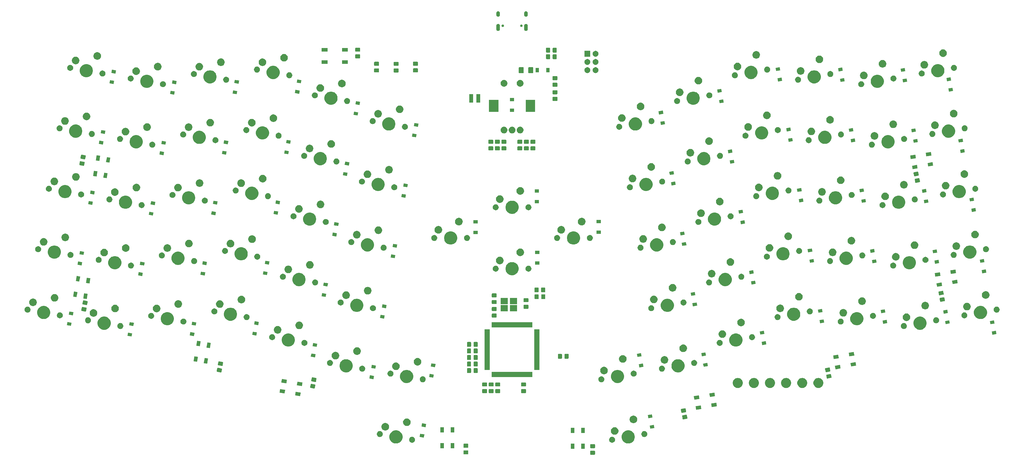
<source format=gbr>
G04 #@! TF.GenerationSoftware,KiCad,Pcbnew,(5.1.4)-1*
G04 #@! TF.CreationDate,2020-06-06T10:26:38-06:00*
G04 #@! TF.ProjectId,pariah_staggered,70617269-6168-45f7-9374-616767657265,rev?*
G04 #@! TF.SameCoordinates,Original*
G04 #@! TF.FileFunction,Soldermask,Bot*
G04 #@! TF.FilePolarity,Negative*
%FSLAX46Y46*%
G04 Gerber Fmt 4.6, Leading zero omitted, Abs format (unit mm)*
G04 Created by KiCad (PCBNEW (5.1.4)-1) date 2020-06-06 10:26:38*
%MOMM*%
%LPD*%
G04 APERTURE LIST*
%ADD10C,0.100000*%
G04 APERTURE END LIST*
D10*
G36*
X25558674Y-66023465D02*
G01*
X25596367Y-66034899D01*
X25631103Y-66053466D01*
X25661548Y-66078452D01*
X25686534Y-66108897D01*
X25705101Y-66143633D01*
X25716535Y-66181326D01*
X25721000Y-66226661D01*
X25721000Y-67063339D01*
X25716535Y-67108674D01*
X25705101Y-67146367D01*
X25686534Y-67181103D01*
X25661548Y-67211548D01*
X25631103Y-67236534D01*
X25596367Y-67255101D01*
X25558674Y-67266535D01*
X25513339Y-67271000D01*
X24426661Y-67271000D01*
X24381326Y-67266535D01*
X24343633Y-67255101D01*
X24308897Y-67236534D01*
X24278452Y-67211548D01*
X24253466Y-67181103D01*
X24234899Y-67146367D01*
X24223465Y-67108674D01*
X24219000Y-67063339D01*
X24219000Y-66226661D01*
X24223465Y-66181326D01*
X24234899Y-66143633D01*
X24253466Y-66108897D01*
X24278452Y-66078452D01*
X24308897Y-66053466D01*
X24343633Y-66034899D01*
X24381326Y-66023465D01*
X24426661Y-66019000D01*
X25513339Y-66019000D01*
X25558674Y-66023465D01*
X25558674Y-66023465D01*
G37*
G36*
X-13741326Y-65903465D02*
G01*
X-13703633Y-65914899D01*
X-13668897Y-65933466D01*
X-13638452Y-65958452D01*
X-13613466Y-65988897D01*
X-13594899Y-66023633D01*
X-13583465Y-66061326D01*
X-13579000Y-66106661D01*
X-13579000Y-66943339D01*
X-13583465Y-66988674D01*
X-13594899Y-67026367D01*
X-13613466Y-67061103D01*
X-13638452Y-67091548D01*
X-13668897Y-67116534D01*
X-13703633Y-67135101D01*
X-13741326Y-67146535D01*
X-13786661Y-67151000D01*
X-14873339Y-67151000D01*
X-14918674Y-67146535D01*
X-14956367Y-67135101D01*
X-14991103Y-67116534D01*
X-15021548Y-67091548D01*
X-15046534Y-67061103D01*
X-15065101Y-67026367D01*
X-15076535Y-66988674D01*
X-15081000Y-66943339D01*
X-15081000Y-66106661D01*
X-15076535Y-66061326D01*
X-15065101Y-66023633D01*
X-15046534Y-65988897D01*
X-15021548Y-65958452D01*
X-14991103Y-65933466D01*
X-14956367Y-65914899D01*
X-14918674Y-65903465D01*
X-14873339Y-65899000D01*
X-13786661Y-65899000D01*
X-13741326Y-65903465D01*
X-13741326Y-65903465D01*
G37*
G36*
X19341000Y-65441000D02*
G01*
X18239000Y-65441000D01*
X18239000Y-63839000D01*
X19341000Y-63839000D01*
X19341000Y-65441000D01*
X19341000Y-65441000D01*
G37*
G36*
X22541000Y-65441000D02*
G01*
X21439000Y-65441000D01*
X21439000Y-63839000D01*
X22541000Y-63839000D01*
X22541000Y-65441000D01*
X22541000Y-65441000D01*
G37*
G36*
X-17969000Y-65271000D02*
G01*
X-19071000Y-65271000D01*
X-19071000Y-63669000D01*
X-17969000Y-63669000D01*
X-17969000Y-65271000D01*
X-17969000Y-65271000D01*
G37*
G36*
X-21169000Y-65271000D02*
G01*
X-22271000Y-65271000D01*
X-22271000Y-63669000D01*
X-21169000Y-63669000D01*
X-21169000Y-65271000D01*
X-21169000Y-65271000D01*
G37*
G36*
X25558674Y-63973465D02*
G01*
X25596367Y-63984899D01*
X25631103Y-64003466D01*
X25661548Y-64028452D01*
X25686534Y-64058897D01*
X25705101Y-64093633D01*
X25716535Y-64131326D01*
X25721000Y-64176661D01*
X25721000Y-65013339D01*
X25716535Y-65058674D01*
X25705101Y-65096367D01*
X25686534Y-65131103D01*
X25661548Y-65161548D01*
X25631103Y-65186534D01*
X25596367Y-65205101D01*
X25558674Y-65216535D01*
X25513339Y-65221000D01*
X24426661Y-65221000D01*
X24381326Y-65216535D01*
X24343633Y-65205101D01*
X24308897Y-65186534D01*
X24278452Y-65161548D01*
X24253466Y-65131103D01*
X24234899Y-65096367D01*
X24223465Y-65058674D01*
X24219000Y-65013339D01*
X24219000Y-64176661D01*
X24223465Y-64131326D01*
X24234899Y-64093633D01*
X24253466Y-64058897D01*
X24278452Y-64028452D01*
X24308897Y-64003466D01*
X24343633Y-63984899D01*
X24381326Y-63973465D01*
X24426661Y-63969000D01*
X25513339Y-63969000D01*
X25558674Y-63973465D01*
X25558674Y-63973465D01*
G37*
G36*
X-13741326Y-63853465D02*
G01*
X-13703633Y-63864899D01*
X-13668897Y-63883466D01*
X-13638452Y-63908452D01*
X-13613466Y-63938897D01*
X-13594899Y-63973633D01*
X-13583465Y-64011326D01*
X-13579000Y-64056661D01*
X-13579000Y-64893339D01*
X-13583465Y-64938674D01*
X-13594899Y-64976367D01*
X-13613466Y-65011103D01*
X-13638452Y-65041548D01*
X-13668897Y-65066534D01*
X-13703633Y-65085101D01*
X-13741326Y-65096535D01*
X-13786661Y-65101000D01*
X-14873339Y-65101000D01*
X-14918674Y-65096535D01*
X-14956367Y-65085101D01*
X-14991103Y-65066534D01*
X-15021548Y-65041548D01*
X-15046534Y-65011103D01*
X-15065101Y-64976367D01*
X-15076535Y-64938674D01*
X-15081000Y-64893339D01*
X-15081000Y-64056661D01*
X-15076535Y-64011326D01*
X-15065101Y-63973633D01*
X-15046534Y-63938897D01*
X-15021548Y-63908452D01*
X-14991103Y-63883466D01*
X-14956367Y-63864899D01*
X-14918674Y-63853465D01*
X-14873339Y-63849000D01*
X-13786661Y-63849000D01*
X-13741326Y-63853465D01*
X-13741326Y-63853465D01*
G37*
G36*
X36612474Y-59766684D02*
G01*
X36830474Y-59856983D01*
X36984623Y-59920833D01*
X37319548Y-60144623D01*
X37604377Y-60429452D01*
X37828167Y-60764377D01*
X37892017Y-60918526D01*
X37982316Y-61136526D01*
X38060900Y-61531594D01*
X38060900Y-61934406D01*
X37982316Y-62329474D01*
X37892017Y-62547474D01*
X37828167Y-62701623D01*
X37604377Y-63036548D01*
X37319548Y-63321377D01*
X36984623Y-63545167D01*
X36830474Y-63609017D01*
X36612474Y-63699316D01*
X36217406Y-63777900D01*
X35814594Y-63777900D01*
X35419526Y-63699316D01*
X35201526Y-63609017D01*
X35047377Y-63545167D01*
X34712452Y-63321377D01*
X34427623Y-63036548D01*
X34203833Y-62701623D01*
X34139983Y-62547474D01*
X34049684Y-62329474D01*
X33971100Y-61934406D01*
X33971100Y-61531594D01*
X34049684Y-61136526D01*
X34139983Y-60918526D01*
X34203833Y-60764377D01*
X34427623Y-60429452D01*
X34712452Y-60144623D01*
X35047377Y-59920833D01*
X35201526Y-59856983D01*
X35419526Y-59766684D01*
X35814594Y-59688100D01*
X36217406Y-59688100D01*
X36612474Y-59766684D01*
X36612474Y-59766684D01*
G37*
G36*
X-35419526Y-59766684D02*
G01*
X-35201526Y-59856983D01*
X-35047377Y-59920833D01*
X-34712452Y-60144623D01*
X-34427623Y-60429452D01*
X-34203833Y-60764377D01*
X-34139983Y-60918526D01*
X-34049684Y-61136526D01*
X-33971100Y-61531594D01*
X-33971100Y-61934406D01*
X-34049684Y-62329474D01*
X-34139983Y-62547474D01*
X-34203833Y-62701623D01*
X-34427623Y-63036548D01*
X-34712452Y-63321377D01*
X-35047377Y-63545167D01*
X-35201526Y-63609017D01*
X-35419526Y-63699316D01*
X-35814594Y-63777900D01*
X-36217406Y-63777900D01*
X-36612474Y-63699316D01*
X-36830474Y-63609017D01*
X-36984623Y-63545167D01*
X-37319548Y-63321377D01*
X-37604377Y-63036548D01*
X-37828167Y-62701623D01*
X-37892017Y-62547474D01*
X-37982316Y-62329474D01*
X-38060900Y-61934406D01*
X-38060900Y-61531594D01*
X-37982316Y-61136526D01*
X-37892017Y-60918526D01*
X-37828167Y-60764377D01*
X-37604377Y-60429452D01*
X-37319548Y-60144623D01*
X-36984623Y-59920833D01*
X-36830474Y-59856983D01*
X-36612474Y-59766684D01*
X-36217406Y-59688100D01*
X-35814594Y-59688100D01*
X-35419526Y-59766684D01*
X-35419526Y-59766684D01*
G37*
G36*
X-30743073Y-61724718D02*
G01*
X-30574551Y-61794522D01*
X-30422886Y-61895861D01*
X-30293905Y-62024842D01*
X-30192566Y-62176507D01*
X-30122762Y-62345029D01*
X-30087177Y-62523930D01*
X-30087177Y-62706336D01*
X-30122762Y-62885237D01*
X-30192566Y-63053759D01*
X-30293905Y-63205424D01*
X-30422886Y-63334405D01*
X-30574551Y-63435744D01*
X-30743073Y-63505548D01*
X-30921974Y-63541133D01*
X-31104380Y-63541133D01*
X-31283281Y-63505548D01*
X-31451803Y-63435744D01*
X-31603468Y-63334405D01*
X-31732449Y-63205424D01*
X-31833788Y-63053759D01*
X-31903592Y-62885237D01*
X-31939177Y-62706336D01*
X-31939177Y-62523930D01*
X-31903592Y-62345029D01*
X-31833788Y-62176507D01*
X-31732449Y-62024842D01*
X-31603468Y-61895861D01*
X-31451803Y-61794522D01*
X-31283281Y-61724718D01*
X-31104380Y-61689133D01*
X-30921974Y-61689133D01*
X-30743073Y-61724718D01*
X-30743073Y-61724718D01*
G37*
G36*
X31283281Y-61724718D02*
G01*
X31451803Y-61794522D01*
X31603468Y-61895861D01*
X31732449Y-62024842D01*
X31833788Y-62176507D01*
X31903592Y-62345029D01*
X31939177Y-62523930D01*
X31939177Y-62706336D01*
X31903592Y-62885237D01*
X31833788Y-63053759D01*
X31732449Y-63205424D01*
X31603468Y-63334405D01*
X31451803Y-63435744D01*
X31283281Y-63505548D01*
X31104380Y-63541133D01*
X30921974Y-63541133D01*
X30743073Y-63505548D01*
X30574551Y-63435744D01*
X30422886Y-63334405D01*
X30293905Y-63205424D01*
X30192566Y-63053759D01*
X30122762Y-62885237D01*
X30087177Y-62706336D01*
X30087177Y-62523930D01*
X30122762Y-62345029D01*
X30192566Y-62176507D01*
X30293905Y-62024842D01*
X30422886Y-61895861D01*
X30574551Y-61794522D01*
X30743073Y-61724718D01*
X30921974Y-61689133D01*
X31104380Y-61689133D01*
X31283281Y-61724718D01*
X31283281Y-61724718D01*
G37*
G36*
X-27198411Y-60984589D02*
G01*
X-27372407Y-61971367D01*
X-28654627Y-61745277D01*
X-28480631Y-60758499D01*
X-27198411Y-60984589D01*
X-27198411Y-60984589D01*
G37*
G36*
X-40748719Y-59960452D02*
G01*
X-40580197Y-60030256D01*
X-40428532Y-60131595D01*
X-40299551Y-60260576D01*
X-40198212Y-60412241D01*
X-40128408Y-60580763D01*
X-40092823Y-60759664D01*
X-40092823Y-60942070D01*
X-40128408Y-61120971D01*
X-40198212Y-61289493D01*
X-40299551Y-61441158D01*
X-40428532Y-61570139D01*
X-40580197Y-61671478D01*
X-40748719Y-61741282D01*
X-40927620Y-61776867D01*
X-41110026Y-61776867D01*
X-41288927Y-61741282D01*
X-41457449Y-61671478D01*
X-41609114Y-61570139D01*
X-41738095Y-61441158D01*
X-41839434Y-61289493D01*
X-41909238Y-61120971D01*
X-41944823Y-60942070D01*
X-41944823Y-60759664D01*
X-41909238Y-60580763D01*
X-41839434Y-60412241D01*
X-41738095Y-60260576D01*
X-41609114Y-60131595D01*
X-41457449Y-60030256D01*
X-41288927Y-59960452D01*
X-41110026Y-59924867D01*
X-40927620Y-59924867D01*
X-40748719Y-59960452D01*
X-40748719Y-59960452D01*
G37*
G36*
X41288927Y-59960452D02*
G01*
X41457449Y-60030256D01*
X41609114Y-60131595D01*
X41738095Y-60260576D01*
X41839434Y-60412241D01*
X41909238Y-60580763D01*
X41944823Y-60759664D01*
X41944823Y-60942070D01*
X41909238Y-61120971D01*
X41839434Y-61289493D01*
X41738095Y-61441158D01*
X41609114Y-61570139D01*
X41457449Y-61671478D01*
X41288927Y-61741282D01*
X41110026Y-61776867D01*
X40927620Y-61776867D01*
X40748719Y-61741282D01*
X40580197Y-61671478D01*
X40428532Y-61570139D01*
X40299551Y-61441158D01*
X40198212Y-61289493D01*
X40128408Y-61120971D01*
X40092823Y-60942070D01*
X40092823Y-60759664D01*
X40128408Y-60580763D01*
X40198212Y-60412241D01*
X40299551Y-60260576D01*
X40428532Y-60131595D01*
X40580197Y-60030256D01*
X40748719Y-59960452D01*
X40927620Y-59924867D01*
X41110026Y-59924867D01*
X41288927Y-59960452D01*
X41288927Y-59960452D01*
G37*
G36*
X32014376Y-58732252D02*
G01*
X32165843Y-58762381D01*
X32379861Y-58851030D01*
X32379862Y-58851031D01*
X32572470Y-58979727D01*
X32736277Y-59143534D01*
X32822074Y-59271939D01*
X32864974Y-59336143D01*
X32953623Y-59550161D01*
X32998816Y-59777362D01*
X32998816Y-60009014D01*
X32953623Y-60236215D01*
X32864974Y-60450233D01*
X32864973Y-60450234D01*
X32736277Y-60642842D01*
X32572470Y-60806649D01*
X32444065Y-60892446D01*
X32379861Y-60935346D01*
X32165843Y-61023995D01*
X32014376Y-61054124D01*
X31938643Y-61069188D01*
X31706989Y-61069188D01*
X31631256Y-61054124D01*
X31479789Y-61023995D01*
X31265771Y-60935346D01*
X31201567Y-60892446D01*
X31073162Y-60806649D01*
X30909355Y-60642842D01*
X30780659Y-60450234D01*
X30780658Y-60450233D01*
X30692009Y-60236215D01*
X30646816Y-60009014D01*
X30646816Y-59777362D01*
X30692009Y-59550161D01*
X30780658Y-59336143D01*
X30823558Y-59271939D01*
X30909355Y-59143534D01*
X31073162Y-58979727D01*
X31265770Y-58851031D01*
X31265771Y-58851030D01*
X31479789Y-58762381D01*
X31631256Y-58732252D01*
X31706989Y-58717188D01*
X31938643Y-58717188D01*
X32014376Y-58732252D01*
X32014376Y-58732252D01*
G37*
G36*
X22541000Y-60541000D02*
G01*
X21439000Y-60541000D01*
X21439000Y-58939000D01*
X22541000Y-58939000D01*
X22541000Y-60541000D01*
X22541000Y-60541000D01*
G37*
G36*
X19341000Y-60541000D02*
G01*
X18239000Y-60541000D01*
X18239000Y-58939000D01*
X19341000Y-58939000D01*
X19341000Y-60541000D01*
X19341000Y-60541000D01*
G37*
G36*
X-17969000Y-60371000D02*
G01*
X-19071000Y-60371000D01*
X-19071000Y-58769000D01*
X-17969000Y-58769000D01*
X-17969000Y-60371000D01*
X-17969000Y-60371000D01*
G37*
G36*
X-21169000Y-60371000D02*
G01*
X-22271000Y-60371000D01*
X-22271000Y-58769000D01*
X-21169000Y-58769000D01*
X-21169000Y-60371000D01*
X-21169000Y-60371000D01*
G37*
G36*
X-39135491Y-57409053D02*
G01*
X-38984024Y-57439182D01*
X-38770006Y-57527831D01*
X-38770005Y-57527832D01*
X-38577397Y-57656528D01*
X-38413590Y-57820335D01*
X-38346397Y-57920897D01*
X-38284893Y-58012944D01*
X-38196244Y-58226962D01*
X-38151051Y-58454163D01*
X-38151051Y-58685815D01*
X-38196244Y-58913016D01*
X-38284893Y-59127034D01*
X-38284894Y-59127035D01*
X-38413590Y-59319643D01*
X-38577397Y-59483450D01*
X-38705802Y-59569247D01*
X-38770006Y-59612147D01*
X-38984024Y-59700796D01*
X-39135491Y-59730925D01*
X-39211224Y-59745989D01*
X-39442878Y-59745989D01*
X-39518611Y-59730925D01*
X-39670078Y-59700796D01*
X-39884096Y-59612147D01*
X-39948300Y-59569247D01*
X-40076705Y-59483450D01*
X-40240512Y-59319643D01*
X-40369208Y-59127035D01*
X-40369209Y-59127034D01*
X-40457858Y-58913016D01*
X-40503051Y-58685815D01*
X-40503051Y-58454163D01*
X-40457858Y-58226962D01*
X-40369209Y-58012944D01*
X-40307705Y-57920897D01*
X-40240512Y-57820335D01*
X-40076705Y-57656528D01*
X-39884097Y-57527832D01*
X-39884096Y-57527831D01*
X-39670078Y-57439182D01*
X-39518611Y-57409053D01*
X-39442878Y-57393989D01*
X-39211224Y-57393989D01*
X-39135491Y-57409053D01*
X-39135491Y-57409053D01*
G37*
G36*
X44114627Y-58975277D02*
G01*
X42832407Y-59201367D01*
X42658411Y-58214589D01*
X43940631Y-57988499D01*
X44114627Y-58975277D01*
X44114627Y-58975277D01*
G37*
G36*
X-26625373Y-57734723D02*
G01*
X-26799369Y-58721501D01*
X-28081589Y-58495411D01*
X-27907593Y-57508633D01*
X-26625373Y-57734723D01*
X-26625373Y-57734723D01*
G37*
G36*
X-32440896Y-56010307D02*
G01*
X-32289429Y-56040436D01*
X-32075411Y-56129085D01*
X-32011207Y-56171985D01*
X-31882802Y-56257782D01*
X-31718995Y-56421589D01*
X-31633198Y-56549994D01*
X-31590298Y-56614198D01*
X-31501649Y-56828216D01*
X-31501649Y-56828218D01*
X-31456456Y-57055416D01*
X-31456456Y-57287070D01*
X-31465248Y-57331268D01*
X-31501649Y-57514270D01*
X-31590298Y-57728288D01*
X-31590299Y-57728289D01*
X-31718995Y-57920897D01*
X-31882802Y-58084704D01*
X-32011207Y-58170501D01*
X-32075411Y-58213401D01*
X-32289429Y-58302050D01*
X-32440896Y-58332179D01*
X-32516629Y-58347243D01*
X-32748283Y-58347243D01*
X-32824016Y-58332179D01*
X-32975483Y-58302050D01*
X-33189501Y-58213401D01*
X-33253705Y-58170501D01*
X-33382110Y-58084704D01*
X-33545917Y-57920897D01*
X-33674613Y-57728289D01*
X-33674614Y-57728288D01*
X-33763263Y-57514270D01*
X-33799664Y-57331268D01*
X-33808456Y-57287070D01*
X-33808456Y-57055416D01*
X-33763263Y-56828218D01*
X-33763263Y-56828216D01*
X-33674614Y-56614198D01*
X-33631714Y-56549994D01*
X-33545917Y-56421589D01*
X-33382110Y-56257782D01*
X-33253705Y-56171985D01*
X-33189501Y-56129085D01*
X-32975483Y-56040436D01*
X-32824016Y-56010307D01*
X-32748283Y-55995243D01*
X-32516629Y-55995243D01*
X-32440896Y-56010307D01*
X-32440896Y-56010307D01*
G37*
G36*
X37773256Y-55117516D02*
G01*
X37978306Y-55158303D01*
X38192324Y-55246952D01*
X38192325Y-55246953D01*
X38384933Y-55375649D01*
X38548740Y-55539456D01*
X38634537Y-55667861D01*
X38677437Y-55732065D01*
X38766086Y-55946083D01*
X38788405Y-56058289D01*
X38802488Y-56129086D01*
X38811279Y-56173284D01*
X38811279Y-56404936D01*
X38766086Y-56632137D01*
X38677437Y-56846155D01*
X38677436Y-56846156D01*
X38548740Y-57038764D01*
X38384933Y-57202571D01*
X38258472Y-57287069D01*
X38192324Y-57331268D01*
X37978306Y-57419917D01*
X37826839Y-57450046D01*
X37751106Y-57465110D01*
X37519452Y-57465110D01*
X37443719Y-57450046D01*
X37292252Y-57419917D01*
X37078234Y-57331268D01*
X37012086Y-57287069D01*
X36885625Y-57202571D01*
X36721818Y-57038764D01*
X36593122Y-56846156D01*
X36593121Y-56846155D01*
X36504472Y-56632137D01*
X36459279Y-56404936D01*
X36459279Y-56173284D01*
X36468071Y-56129086D01*
X36482153Y-56058289D01*
X36504472Y-55946083D01*
X36593121Y-55732065D01*
X36636021Y-55667861D01*
X36721818Y-55539456D01*
X36885625Y-55375649D01*
X37078233Y-55246953D01*
X37078234Y-55246952D01*
X37292252Y-55158303D01*
X37497302Y-55117516D01*
X37519452Y-55113110D01*
X37751106Y-55113110D01*
X37773256Y-55117516D01*
X37773256Y-55117516D01*
G37*
G36*
X54048896Y-54869828D02*
G01*
X54086332Y-54882082D01*
X54120649Y-54901399D01*
X54150544Y-54927045D01*
X54174859Y-54958027D01*
X54192665Y-54993163D01*
X54204936Y-55037037D01*
X54216138Y-55100567D01*
X54339021Y-55797470D01*
X54339022Y-55797477D01*
X54350222Y-55860998D01*
X54353698Y-55906428D01*
X54348984Y-55945528D01*
X54336730Y-55982964D01*
X54317413Y-56017281D01*
X54291767Y-56047176D01*
X54260785Y-56071491D01*
X54225649Y-56089297D01*
X54181775Y-56101568D01*
X54118245Y-56112770D01*
X53175140Y-56279065D01*
X53175133Y-56279066D01*
X53111612Y-56290266D01*
X53066182Y-56293742D01*
X53027082Y-56289028D01*
X52989646Y-56276774D01*
X52955329Y-56257457D01*
X52925434Y-56231811D01*
X52901119Y-56200829D01*
X52883313Y-56165693D01*
X52871042Y-56121819D01*
X52823231Y-55850669D01*
X52736957Y-55361386D01*
X52736956Y-55361379D01*
X52725756Y-55297858D01*
X52722280Y-55252428D01*
X52726994Y-55213328D01*
X52739248Y-55175892D01*
X52758565Y-55141575D01*
X52784211Y-55111680D01*
X52815193Y-55087365D01*
X52850329Y-55069559D01*
X52894203Y-55057288D01*
X53009052Y-55037037D01*
X53900838Y-54879791D01*
X53900845Y-54879790D01*
X53964366Y-54868590D01*
X54009796Y-54865114D01*
X54048896Y-54869828D01*
X54048896Y-54869828D01*
G37*
G36*
X43541589Y-55725411D02*
G01*
X42259369Y-55951501D01*
X42085373Y-54964723D01*
X43367593Y-54738633D01*
X43541589Y-55725411D01*
X43541589Y-55725411D01*
G37*
G36*
X53692918Y-52850972D02*
G01*
X53730354Y-52863226D01*
X53764671Y-52882543D01*
X53794566Y-52908189D01*
X53818881Y-52939171D01*
X53836687Y-52974307D01*
X53848958Y-53018181D01*
X53860160Y-53081711D01*
X53983043Y-53778614D01*
X53983044Y-53778621D01*
X53994244Y-53842142D01*
X53997720Y-53887572D01*
X53993006Y-53926672D01*
X53980752Y-53964108D01*
X53961435Y-53998425D01*
X53935789Y-54028320D01*
X53904807Y-54052635D01*
X53869671Y-54070441D01*
X53825797Y-54082712D01*
X53762267Y-54093914D01*
X52819162Y-54260209D01*
X52819155Y-54260210D01*
X52755634Y-54271410D01*
X52710204Y-54274886D01*
X52671104Y-54270172D01*
X52633668Y-54257918D01*
X52599351Y-54238601D01*
X52569456Y-54212955D01*
X52545141Y-54181973D01*
X52527335Y-54146837D01*
X52515064Y-54102963D01*
X52467253Y-53831813D01*
X52380979Y-53342530D01*
X52380978Y-53342523D01*
X52369778Y-53279002D01*
X52366302Y-53233572D01*
X52371016Y-53194472D01*
X52383270Y-53157036D01*
X52402587Y-53122719D01*
X52428233Y-53092824D01*
X52459215Y-53068509D01*
X52494351Y-53050703D01*
X52538225Y-53038432D01*
X52653074Y-53018181D01*
X53544860Y-52860935D01*
X53544867Y-52860934D01*
X53608388Y-52849734D01*
X53653818Y-52846258D01*
X53692918Y-52850972D01*
X53692918Y-52850972D01*
G37*
G36*
X58689569Y-53064667D02*
G01*
X57111907Y-53342851D01*
X56920547Y-52257593D01*
X58498209Y-51979409D01*
X58689569Y-53064667D01*
X58689569Y-53064667D01*
G37*
G36*
X63515127Y-52213791D02*
G01*
X61937465Y-52491975D01*
X61746105Y-51406717D01*
X63323767Y-51128533D01*
X63515127Y-52213791D01*
X63515127Y-52213791D01*
G37*
G36*
X58133895Y-49913283D02*
G01*
X56556233Y-50191467D01*
X56364873Y-49106209D01*
X57942535Y-48828025D01*
X58133895Y-49913283D01*
X58133895Y-49913283D01*
G37*
G36*
X62959453Y-49062407D02*
G01*
X61381791Y-49340591D01*
X61190431Y-48255333D01*
X62768093Y-47977149D01*
X62959453Y-49062407D01*
X62959453Y-49062407D01*
G37*
G36*
X-65540547Y-48027593D02*
G01*
X-65731907Y-49112851D01*
X-67309569Y-48834667D01*
X-67118209Y-47749409D01*
X-65540547Y-48027593D01*
X-65540547Y-48027593D01*
G37*
G36*
X-70366105Y-47176717D02*
G01*
X-70557465Y-48261975D01*
X-72135127Y-47983791D01*
X-71943767Y-46898533D01*
X-70366105Y-47176717D01*
X-70366105Y-47176717D01*
G37*
G36*
X-5888326Y-46885465D02*
G01*
X-5850633Y-46896899D01*
X-5815897Y-46915466D01*
X-5785452Y-46940452D01*
X-5760466Y-46970897D01*
X-5741899Y-47005633D01*
X-5730465Y-47043326D01*
X-5726000Y-47088661D01*
X-5726000Y-47925339D01*
X-5730465Y-47970674D01*
X-5741899Y-48008367D01*
X-5760466Y-48043103D01*
X-5785452Y-48073548D01*
X-5815897Y-48098534D01*
X-5850633Y-48117101D01*
X-5888326Y-48128535D01*
X-5933661Y-48133000D01*
X-7020339Y-48133000D01*
X-7065674Y-48128535D01*
X-7103367Y-48117101D01*
X-7138103Y-48098534D01*
X-7168548Y-48073548D01*
X-7193534Y-48043103D01*
X-7212101Y-48008367D01*
X-7223535Y-47970674D01*
X-7228000Y-47925339D01*
X-7228000Y-47088661D01*
X-7223535Y-47043326D01*
X-7212101Y-47005633D01*
X-7193534Y-46970897D01*
X-7168548Y-46940452D01*
X-7138103Y-46915466D01*
X-7103367Y-46896899D01*
X-7065674Y-46885465D01*
X-7020339Y-46881000D01*
X-5933661Y-46881000D01*
X-5888326Y-46885465D01*
X-5888326Y-46885465D01*
G37*
G36*
X-7920326Y-46885465D02*
G01*
X-7882633Y-46896899D01*
X-7847897Y-46915466D01*
X-7817452Y-46940452D01*
X-7792466Y-46970897D01*
X-7773899Y-47005633D01*
X-7762465Y-47043326D01*
X-7758000Y-47088661D01*
X-7758000Y-47925339D01*
X-7762465Y-47970674D01*
X-7773899Y-48008367D01*
X-7792466Y-48043103D01*
X-7817452Y-48073548D01*
X-7847897Y-48098534D01*
X-7882633Y-48117101D01*
X-7920326Y-48128535D01*
X-7965661Y-48133000D01*
X-9052339Y-48133000D01*
X-9097674Y-48128535D01*
X-9135367Y-48117101D01*
X-9170103Y-48098534D01*
X-9200548Y-48073548D01*
X-9225534Y-48043103D01*
X-9244101Y-48008367D01*
X-9255535Y-47970674D01*
X-9260000Y-47925339D01*
X-9260000Y-47088661D01*
X-9255535Y-47043326D01*
X-9244101Y-47005633D01*
X-9225534Y-46970897D01*
X-9200548Y-46940452D01*
X-9170103Y-46915466D01*
X-9135367Y-46896899D01*
X-9097674Y-46885465D01*
X-9052339Y-46881000D01*
X-7965661Y-46881000D01*
X-7920326Y-46885465D01*
X-7920326Y-46885465D01*
G37*
G36*
X4144674Y-46885465D02*
G01*
X4182367Y-46896899D01*
X4217103Y-46915466D01*
X4247548Y-46940452D01*
X4272534Y-46970897D01*
X4291101Y-47005633D01*
X4302535Y-47043326D01*
X4307000Y-47088661D01*
X4307000Y-47925339D01*
X4302535Y-47970674D01*
X4291101Y-48008367D01*
X4272534Y-48043103D01*
X4247548Y-48073548D01*
X4217103Y-48098534D01*
X4182367Y-48117101D01*
X4144674Y-48128535D01*
X4099339Y-48133000D01*
X3012661Y-48133000D01*
X2967326Y-48128535D01*
X2929633Y-48117101D01*
X2894897Y-48098534D01*
X2864452Y-48073548D01*
X2839466Y-48043103D01*
X2820899Y-48008367D01*
X2809465Y-47970674D01*
X2805000Y-47925339D01*
X2805000Y-47088661D01*
X2809465Y-47043326D01*
X2820899Y-47005633D01*
X2839466Y-46970897D01*
X2864452Y-46940452D01*
X2894897Y-46915466D01*
X2929633Y-46896899D01*
X2967326Y-46885465D01*
X3012661Y-46881000D01*
X4099339Y-46881000D01*
X4144674Y-46885465D01*
X4144674Y-46885465D01*
G37*
G36*
X-3856326Y-46885465D02*
G01*
X-3818633Y-46896899D01*
X-3783897Y-46915466D01*
X-3753452Y-46940452D01*
X-3728466Y-46970897D01*
X-3709899Y-47005633D01*
X-3698465Y-47043326D01*
X-3694000Y-47088661D01*
X-3694000Y-47925339D01*
X-3698465Y-47970674D01*
X-3709899Y-48008367D01*
X-3728466Y-48043103D01*
X-3753452Y-48073548D01*
X-3783897Y-48098534D01*
X-3818633Y-48117101D01*
X-3856326Y-48128535D01*
X-3901661Y-48133000D01*
X-4988339Y-48133000D01*
X-5033674Y-48128535D01*
X-5071367Y-48117101D01*
X-5106103Y-48098534D01*
X-5136548Y-48073548D01*
X-5161534Y-48043103D01*
X-5180101Y-48008367D01*
X-5191535Y-47970674D01*
X-5196000Y-47925339D01*
X-5196000Y-47088661D01*
X-5191535Y-47043326D01*
X-5180101Y-47005633D01*
X-5161534Y-46970897D01*
X-5136548Y-46940452D01*
X-5106103Y-46915466D01*
X-5071367Y-46896899D01*
X-5033674Y-46885465D01*
X-4988339Y-46881000D01*
X-3901661Y-46881000D01*
X-3856326Y-46885465D01*
X-3856326Y-46885465D01*
G37*
G36*
X-62244366Y-45268590D02*
G01*
X-62180845Y-45279790D01*
X-62180838Y-45279791D01*
X-61289052Y-45437037D01*
X-61174203Y-45457288D01*
X-61130329Y-45469559D01*
X-61095193Y-45487365D01*
X-61064211Y-45511680D01*
X-61038565Y-45541575D01*
X-61019248Y-45575892D01*
X-61006994Y-45613328D01*
X-61002280Y-45652428D01*
X-61005756Y-45697858D01*
X-61016956Y-45761379D01*
X-61016957Y-45761386D01*
X-61095133Y-46204741D01*
X-61151042Y-46521819D01*
X-61163313Y-46565693D01*
X-61181119Y-46600829D01*
X-61205434Y-46631811D01*
X-61235329Y-46657457D01*
X-61269646Y-46676774D01*
X-61307082Y-46689028D01*
X-61346182Y-46693742D01*
X-61391612Y-46690266D01*
X-61455133Y-46679066D01*
X-61455140Y-46679065D01*
X-62398245Y-46512770D01*
X-62461775Y-46501568D01*
X-62505649Y-46489297D01*
X-62540785Y-46471491D01*
X-62571767Y-46447176D01*
X-62597413Y-46417281D01*
X-62616730Y-46382964D01*
X-62628984Y-46345528D01*
X-62633698Y-46306428D01*
X-62630222Y-46260998D01*
X-62619022Y-46197477D01*
X-62619021Y-46197470D01*
X-62496138Y-45500567D01*
X-62484936Y-45437037D01*
X-62472665Y-45393163D01*
X-62454859Y-45358027D01*
X-62430544Y-45327045D01*
X-62400649Y-45301399D01*
X-62366332Y-45282082D01*
X-62328896Y-45269828D01*
X-62289796Y-45265114D01*
X-62244366Y-45268590D01*
X-62244366Y-45268590D01*
G37*
G36*
X75250839Y-43468509D02*
G01*
X75452410Y-43508604D01*
X75734674Y-43625521D01*
X75988705Y-43795259D01*
X76204741Y-44011295D01*
X76374479Y-44265326D01*
X76491396Y-44547590D01*
X76551000Y-44847240D01*
X76551000Y-45152760D01*
X76491396Y-45452410D01*
X76374479Y-45734674D01*
X76204741Y-45988705D01*
X75988705Y-46204741D01*
X75734674Y-46374479D01*
X75452410Y-46491396D01*
X75360525Y-46509673D01*
X75152761Y-46551000D01*
X74847239Y-46551000D01*
X74639475Y-46509673D01*
X74547590Y-46491396D01*
X74265326Y-46374479D01*
X74011295Y-46204741D01*
X73795259Y-45988705D01*
X73625521Y-45734674D01*
X73508604Y-45452410D01*
X73449000Y-45152760D01*
X73449000Y-44847240D01*
X73508604Y-44547590D01*
X73625521Y-44265326D01*
X73795259Y-44011295D01*
X74011295Y-43795259D01*
X74265326Y-43625521D01*
X74547590Y-43508604D01*
X74749161Y-43468509D01*
X74847239Y-43449000D01*
X75152761Y-43449000D01*
X75250839Y-43468509D01*
X75250839Y-43468509D01*
G37*
G36*
X80250839Y-43468509D02*
G01*
X80452410Y-43508604D01*
X80734674Y-43625521D01*
X80988705Y-43795259D01*
X81204741Y-44011295D01*
X81374479Y-44265326D01*
X81491396Y-44547590D01*
X81551000Y-44847240D01*
X81551000Y-45152760D01*
X81491396Y-45452410D01*
X81374479Y-45734674D01*
X81204741Y-45988705D01*
X80988705Y-46204741D01*
X80734674Y-46374479D01*
X80452410Y-46491396D01*
X80360525Y-46509673D01*
X80152761Y-46551000D01*
X79847239Y-46551000D01*
X79639475Y-46509673D01*
X79547590Y-46491396D01*
X79265326Y-46374479D01*
X79011295Y-46204741D01*
X78795259Y-45988705D01*
X78625521Y-45734674D01*
X78508604Y-45452410D01*
X78449000Y-45152760D01*
X78449000Y-44847240D01*
X78508604Y-44547590D01*
X78625521Y-44265326D01*
X78795259Y-44011295D01*
X79011295Y-43795259D01*
X79265326Y-43625521D01*
X79547590Y-43508604D01*
X79749161Y-43468509D01*
X79847239Y-43449000D01*
X80152761Y-43449000D01*
X80250839Y-43468509D01*
X80250839Y-43468509D01*
G37*
G36*
X90250839Y-43468509D02*
G01*
X90452410Y-43508604D01*
X90734674Y-43625521D01*
X90988705Y-43795259D01*
X91204741Y-44011295D01*
X91374479Y-44265326D01*
X91491396Y-44547590D01*
X91551000Y-44847240D01*
X91551000Y-45152760D01*
X91491396Y-45452410D01*
X91374479Y-45734674D01*
X91204741Y-45988705D01*
X90988705Y-46204741D01*
X90734674Y-46374479D01*
X90452410Y-46491396D01*
X90360525Y-46509673D01*
X90152761Y-46551000D01*
X89847239Y-46551000D01*
X89639475Y-46509673D01*
X89547590Y-46491396D01*
X89265326Y-46374479D01*
X89011295Y-46204741D01*
X88795259Y-45988705D01*
X88625521Y-45734674D01*
X88508604Y-45452410D01*
X88449000Y-45152760D01*
X88449000Y-44847240D01*
X88508604Y-44547590D01*
X88625521Y-44265326D01*
X88795259Y-44011295D01*
X89011295Y-43795259D01*
X89265326Y-43625521D01*
X89547590Y-43508604D01*
X89749161Y-43468509D01*
X89847239Y-43449000D01*
X90152761Y-43449000D01*
X90250839Y-43468509D01*
X90250839Y-43468509D01*
G37*
G36*
X95250839Y-43468509D02*
G01*
X95452410Y-43508604D01*
X95734674Y-43625521D01*
X95988705Y-43795259D01*
X96204741Y-44011295D01*
X96374479Y-44265326D01*
X96491396Y-44547590D01*
X96551000Y-44847240D01*
X96551000Y-45152760D01*
X96491396Y-45452410D01*
X96374479Y-45734674D01*
X96204741Y-45988705D01*
X95988705Y-46204741D01*
X95734674Y-46374479D01*
X95452410Y-46491396D01*
X95360525Y-46509673D01*
X95152761Y-46551000D01*
X94847239Y-46551000D01*
X94639475Y-46509673D01*
X94547590Y-46491396D01*
X94265326Y-46374479D01*
X94011295Y-46204741D01*
X93795259Y-45988705D01*
X93625521Y-45734674D01*
X93508604Y-45452410D01*
X93449000Y-45152760D01*
X93449000Y-44847240D01*
X93508604Y-44547590D01*
X93625521Y-44265326D01*
X93795259Y-44011295D01*
X94011295Y-43795259D01*
X94265326Y-43625521D01*
X94547590Y-43508604D01*
X94749161Y-43468509D01*
X94847239Y-43449000D01*
X95152761Y-43449000D01*
X95250839Y-43468509D01*
X95250839Y-43468509D01*
G37*
G36*
X85250839Y-43468509D02*
G01*
X85452410Y-43508604D01*
X85734674Y-43625521D01*
X85988705Y-43795259D01*
X86204741Y-44011295D01*
X86374479Y-44265326D01*
X86491396Y-44547590D01*
X86551000Y-44847240D01*
X86551000Y-45152760D01*
X86491396Y-45452410D01*
X86374479Y-45734674D01*
X86204741Y-45988705D01*
X85988705Y-46204741D01*
X85734674Y-46374479D01*
X85452410Y-46491396D01*
X85360525Y-46509673D01*
X85152761Y-46551000D01*
X84847239Y-46551000D01*
X84639475Y-46509673D01*
X84547590Y-46491396D01*
X84265326Y-46374479D01*
X84011295Y-46204741D01*
X83795259Y-45988705D01*
X83625521Y-45734674D01*
X83508604Y-45452410D01*
X83449000Y-45152760D01*
X83449000Y-44847240D01*
X83508604Y-44547590D01*
X83625521Y-44265326D01*
X83795259Y-44011295D01*
X84011295Y-43795259D01*
X84265326Y-43625521D01*
X84547590Y-43508604D01*
X84749161Y-43468509D01*
X84847239Y-43449000D01*
X85152761Y-43449000D01*
X85250839Y-43468509D01*
X85250839Y-43468509D01*
G37*
G36*
X70250839Y-43468509D02*
G01*
X70452410Y-43508604D01*
X70734674Y-43625521D01*
X70988705Y-43795259D01*
X71204741Y-44011295D01*
X71374479Y-44265326D01*
X71491396Y-44547590D01*
X71551000Y-44847240D01*
X71551000Y-45152760D01*
X71491396Y-45452410D01*
X71374479Y-45734674D01*
X71204741Y-45988705D01*
X70988705Y-46204741D01*
X70734674Y-46374479D01*
X70452410Y-46491396D01*
X70360525Y-46509673D01*
X70152761Y-46551000D01*
X69847239Y-46551000D01*
X69639475Y-46509673D01*
X69547590Y-46491396D01*
X69265326Y-46374479D01*
X69011295Y-46204741D01*
X68795259Y-45988705D01*
X68625521Y-45734674D01*
X68508604Y-45452410D01*
X68449000Y-45152760D01*
X68449000Y-44847240D01*
X68508604Y-44547590D01*
X68625521Y-44265326D01*
X68795259Y-44011295D01*
X69011295Y-43795259D01*
X69265326Y-43625521D01*
X69547590Y-43508604D01*
X69749161Y-43468509D01*
X69847239Y-43449000D01*
X70152761Y-43449000D01*
X70250839Y-43468509D01*
X70250839Y-43468509D01*
G37*
G36*
X-5888326Y-44835465D02*
G01*
X-5850633Y-44846899D01*
X-5815897Y-44865466D01*
X-5785452Y-44890452D01*
X-5760466Y-44920897D01*
X-5741899Y-44955633D01*
X-5730465Y-44993326D01*
X-5726000Y-45038661D01*
X-5726000Y-45875339D01*
X-5730465Y-45920674D01*
X-5741899Y-45958367D01*
X-5760466Y-45993103D01*
X-5785452Y-46023548D01*
X-5815897Y-46048534D01*
X-5850633Y-46067101D01*
X-5888326Y-46078535D01*
X-5933661Y-46083000D01*
X-7020339Y-46083000D01*
X-7065674Y-46078535D01*
X-7103367Y-46067101D01*
X-7138103Y-46048534D01*
X-7168548Y-46023548D01*
X-7193534Y-45993103D01*
X-7212101Y-45958367D01*
X-7223535Y-45920674D01*
X-7228000Y-45875339D01*
X-7228000Y-45038661D01*
X-7223535Y-44993326D01*
X-7212101Y-44955633D01*
X-7193534Y-44920897D01*
X-7168548Y-44890452D01*
X-7138103Y-44865466D01*
X-7103367Y-44846899D01*
X-7065674Y-44835465D01*
X-7020339Y-44831000D01*
X-5933661Y-44831000D01*
X-5888326Y-44835465D01*
X-5888326Y-44835465D01*
G37*
G36*
X4144674Y-44835465D02*
G01*
X4182367Y-44846899D01*
X4217103Y-44865466D01*
X4247548Y-44890452D01*
X4272534Y-44920897D01*
X4291101Y-44955633D01*
X4302535Y-44993326D01*
X4307000Y-45038661D01*
X4307000Y-45875339D01*
X4302535Y-45920674D01*
X4291101Y-45958367D01*
X4272534Y-45993103D01*
X4247548Y-46023548D01*
X4217103Y-46048534D01*
X4182367Y-46067101D01*
X4144674Y-46078535D01*
X4099339Y-46083000D01*
X3012661Y-46083000D01*
X2967326Y-46078535D01*
X2929633Y-46067101D01*
X2894897Y-46048534D01*
X2864452Y-46023548D01*
X2839466Y-45993103D01*
X2820899Y-45958367D01*
X2809465Y-45920674D01*
X2805000Y-45875339D01*
X2805000Y-45038661D01*
X2809465Y-44993326D01*
X2820899Y-44955633D01*
X2839466Y-44920897D01*
X2864452Y-44890452D01*
X2894897Y-44865466D01*
X2929633Y-44846899D01*
X2967326Y-44835465D01*
X3012661Y-44831000D01*
X4099339Y-44831000D01*
X4144674Y-44835465D01*
X4144674Y-44835465D01*
G37*
G36*
X-3856326Y-44835465D02*
G01*
X-3818633Y-44846899D01*
X-3783897Y-44865466D01*
X-3753452Y-44890452D01*
X-3728466Y-44920897D01*
X-3709899Y-44955633D01*
X-3698465Y-44993326D01*
X-3694000Y-45038661D01*
X-3694000Y-45875339D01*
X-3698465Y-45920674D01*
X-3709899Y-45958367D01*
X-3728466Y-45993103D01*
X-3753452Y-46023548D01*
X-3783897Y-46048534D01*
X-3818633Y-46067101D01*
X-3856326Y-46078535D01*
X-3901661Y-46083000D01*
X-4988339Y-46083000D01*
X-5033674Y-46078535D01*
X-5071367Y-46067101D01*
X-5106103Y-46048534D01*
X-5136548Y-46023548D01*
X-5161534Y-45993103D01*
X-5180101Y-45958367D01*
X-5191535Y-45920674D01*
X-5196000Y-45875339D01*
X-5196000Y-45038661D01*
X-5191535Y-44993326D01*
X-5180101Y-44955633D01*
X-5161534Y-44920897D01*
X-5136548Y-44890452D01*
X-5106103Y-44865466D01*
X-5071367Y-44846899D01*
X-5033674Y-44835465D01*
X-4988339Y-44831000D01*
X-3901661Y-44831000D01*
X-3856326Y-44835465D01*
X-3856326Y-44835465D01*
G37*
G36*
X-7920326Y-44835465D02*
G01*
X-7882633Y-44846899D01*
X-7847897Y-44865466D01*
X-7817452Y-44890452D01*
X-7792466Y-44920897D01*
X-7773899Y-44955633D01*
X-7762465Y-44993326D01*
X-7758000Y-45038661D01*
X-7758000Y-45875339D01*
X-7762465Y-45920674D01*
X-7773899Y-45958367D01*
X-7792466Y-45993103D01*
X-7817452Y-46023548D01*
X-7847897Y-46048534D01*
X-7882633Y-46067101D01*
X-7920326Y-46078535D01*
X-7965661Y-46083000D01*
X-9052339Y-46083000D01*
X-9097674Y-46078535D01*
X-9135367Y-46067101D01*
X-9170103Y-46048534D01*
X-9200548Y-46023548D01*
X-9225534Y-45993103D01*
X-9244101Y-45958367D01*
X-9255535Y-45920674D01*
X-9260000Y-45875339D01*
X-9260000Y-45038661D01*
X-9255535Y-44993326D01*
X-9244101Y-44955633D01*
X-9225534Y-44920897D01*
X-9200548Y-44890452D01*
X-9170103Y-44865466D01*
X-9135367Y-44846899D01*
X-9097674Y-44835465D01*
X-9052339Y-44831000D01*
X-7965661Y-44831000D01*
X-7920326Y-44835465D01*
X-7920326Y-44835465D01*
G37*
G36*
X-64984873Y-44876209D02*
G01*
X-65176233Y-45961467D01*
X-66753895Y-45683283D01*
X-66562535Y-44598025D01*
X-64984873Y-44876209D01*
X-64984873Y-44876209D01*
G37*
G36*
X-69810431Y-44025333D02*
G01*
X-70001791Y-45110591D01*
X-71579453Y-44832407D01*
X-71388093Y-43747149D01*
X-69810431Y-44025333D01*
X-69810431Y-44025333D01*
G37*
G36*
X33304474Y-41005684D02*
G01*
X33522474Y-41095983D01*
X33676623Y-41159833D01*
X34011548Y-41383623D01*
X34296377Y-41668452D01*
X34520167Y-42003377D01*
X34584017Y-42157526D01*
X34674316Y-42375526D01*
X34752900Y-42770594D01*
X34752900Y-43173406D01*
X34674316Y-43568474D01*
X34584017Y-43786474D01*
X34520167Y-43940623D01*
X34296377Y-44275548D01*
X34011548Y-44560377D01*
X33676623Y-44784167D01*
X33560161Y-44832407D01*
X33304474Y-44938316D01*
X32909406Y-45016900D01*
X32506594Y-45016900D01*
X32111526Y-44938316D01*
X31855839Y-44832407D01*
X31739377Y-44784167D01*
X31404452Y-44560377D01*
X31119623Y-44275548D01*
X30895833Y-43940623D01*
X30831983Y-43786474D01*
X30741684Y-43568474D01*
X30663100Y-43173406D01*
X30663100Y-42770594D01*
X30741684Y-42375526D01*
X30831983Y-42157526D01*
X30895833Y-42003377D01*
X31119623Y-41668452D01*
X31404452Y-41383623D01*
X31739377Y-41159833D01*
X31893526Y-41095983D01*
X32111526Y-41005684D01*
X32506594Y-40927100D01*
X32909406Y-40927100D01*
X33304474Y-41005684D01*
X33304474Y-41005684D01*
G37*
G36*
X-32111526Y-41005684D02*
G01*
X-31893526Y-41095983D01*
X-31739377Y-41159833D01*
X-31404452Y-41383623D01*
X-31119623Y-41668452D01*
X-30895833Y-42003377D01*
X-30831983Y-42157526D01*
X-30741684Y-42375526D01*
X-30663100Y-42770594D01*
X-30663100Y-43173406D01*
X-30741684Y-43568474D01*
X-30831983Y-43786474D01*
X-30895833Y-43940623D01*
X-31119623Y-44275548D01*
X-31404452Y-44560377D01*
X-31739377Y-44784167D01*
X-31855839Y-44832407D01*
X-32111526Y-44938316D01*
X-32506594Y-45016900D01*
X-32909406Y-45016900D01*
X-33304474Y-44938316D01*
X-33560161Y-44832407D01*
X-33676623Y-44784167D01*
X-34011548Y-44560377D01*
X-34296377Y-44275548D01*
X-34520167Y-43940623D01*
X-34584017Y-43786474D01*
X-34674316Y-43568474D01*
X-34752900Y-43173406D01*
X-34752900Y-42770594D01*
X-34674316Y-42375526D01*
X-34584017Y-42157526D01*
X-34520167Y-42003377D01*
X-34296377Y-41668452D01*
X-34011548Y-41383623D01*
X-33676623Y-41159833D01*
X-33522474Y-41095983D01*
X-33304474Y-41005684D01*
X-32909406Y-40927100D01*
X-32506594Y-40927100D01*
X-32111526Y-41005684D01*
X-32111526Y-41005684D01*
G37*
G36*
X27975281Y-42963718D02*
G01*
X28143803Y-43033522D01*
X28295468Y-43134861D01*
X28424449Y-43263842D01*
X28525788Y-43415507D01*
X28595592Y-43584029D01*
X28631177Y-43762930D01*
X28631177Y-43945336D01*
X28595592Y-44124237D01*
X28525788Y-44292759D01*
X28424449Y-44444424D01*
X28295468Y-44573405D01*
X28143803Y-44674744D01*
X27975281Y-44744548D01*
X27796380Y-44780133D01*
X27613974Y-44780133D01*
X27435073Y-44744548D01*
X27266551Y-44674744D01*
X27114886Y-44573405D01*
X26985905Y-44444424D01*
X26884566Y-44292759D01*
X26814762Y-44124237D01*
X26779177Y-43945336D01*
X26779177Y-43762930D01*
X26814762Y-43584029D01*
X26884566Y-43415507D01*
X26985905Y-43263842D01*
X27114886Y-43134861D01*
X27266551Y-43033522D01*
X27435073Y-42963718D01*
X27613974Y-42928133D01*
X27796380Y-42928133D01*
X27975281Y-42963718D01*
X27975281Y-42963718D01*
G37*
G36*
X-27435073Y-42963718D02*
G01*
X-27266551Y-43033522D01*
X-27114886Y-43134861D01*
X-26985905Y-43263842D01*
X-26884566Y-43415507D01*
X-26814762Y-43584029D01*
X-26779177Y-43762930D01*
X-26779177Y-43945336D01*
X-26814762Y-44124237D01*
X-26884566Y-44292759D01*
X-26985905Y-44444424D01*
X-27114886Y-44573405D01*
X-27266551Y-44674744D01*
X-27435073Y-44744548D01*
X-27613974Y-44780133D01*
X-27796380Y-44780133D01*
X-27975281Y-44744548D01*
X-28143803Y-44674744D01*
X-28295468Y-44573405D01*
X-28424449Y-44444424D01*
X-28525788Y-44292759D01*
X-28595592Y-44124237D01*
X-28631177Y-43945336D01*
X-28631177Y-43762930D01*
X-28595592Y-43584029D01*
X-28525788Y-43415507D01*
X-28424449Y-43263842D01*
X-28295468Y-43134861D01*
X-28143803Y-43033522D01*
X-27975281Y-42963718D01*
X-27796380Y-42928133D01*
X-27613974Y-42928133D01*
X-27435073Y-42963718D01*
X-27435073Y-42963718D01*
G37*
G36*
X-61888388Y-43249734D02*
G01*
X-61824867Y-43260934D01*
X-61824860Y-43260935D01*
X-60948234Y-43415508D01*
X-60818225Y-43438432D01*
X-60774351Y-43450703D01*
X-60739215Y-43468509D01*
X-60708233Y-43492824D01*
X-60682587Y-43522719D01*
X-60663270Y-43557036D01*
X-60651016Y-43594472D01*
X-60646302Y-43633572D01*
X-60649778Y-43679002D01*
X-60660978Y-43742523D01*
X-60660979Y-43742530D01*
X-60763979Y-44326672D01*
X-60795064Y-44502963D01*
X-60807335Y-44546837D01*
X-60825141Y-44581973D01*
X-60849456Y-44612955D01*
X-60879351Y-44638601D01*
X-60913668Y-44657918D01*
X-60951104Y-44670172D01*
X-60990204Y-44674886D01*
X-61035634Y-44671410D01*
X-61099155Y-44660210D01*
X-61099162Y-44660209D01*
X-62042267Y-44493914D01*
X-62105797Y-44482712D01*
X-62149671Y-44470441D01*
X-62184807Y-44452635D01*
X-62215789Y-44428320D01*
X-62241435Y-44398425D01*
X-62260752Y-44364108D01*
X-62273006Y-44326672D01*
X-62277720Y-44287572D01*
X-62274244Y-44242142D01*
X-62263044Y-44178621D01*
X-62263043Y-44178614D01*
X-62140160Y-43481711D01*
X-62128958Y-43418181D01*
X-62116687Y-43374307D01*
X-62098881Y-43339171D01*
X-62074566Y-43308189D01*
X-62044671Y-43282543D01*
X-62010354Y-43263226D01*
X-61972918Y-43250972D01*
X-61933818Y-43246258D01*
X-61888388Y-43249734D01*
X-61888388Y-43249734D01*
G37*
G36*
X-42812411Y-42822339D02*
G01*
X-42986407Y-43809117D01*
X-44268627Y-43583027D01*
X-44094631Y-42596249D01*
X-42812411Y-42822339D01*
X-42812411Y-42822339D01*
G37*
G36*
X98758896Y-42209828D02*
G01*
X98796332Y-42222082D01*
X98830649Y-42241399D01*
X98860544Y-42267045D01*
X98884859Y-42298027D01*
X98902665Y-42333163D01*
X98914936Y-42377037D01*
X98926138Y-42440567D01*
X99049021Y-43137470D01*
X99049022Y-43137477D01*
X99060222Y-43200998D01*
X99063698Y-43246428D01*
X99058984Y-43285528D01*
X99046730Y-43322964D01*
X99027413Y-43357281D01*
X99001767Y-43387176D01*
X98970785Y-43411491D01*
X98935649Y-43429297D01*
X98891775Y-43441568D01*
X98828245Y-43452770D01*
X97885140Y-43619065D01*
X97885133Y-43619066D01*
X97821612Y-43630266D01*
X97776182Y-43633742D01*
X97737082Y-43629028D01*
X97699646Y-43616774D01*
X97665329Y-43597457D01*
X97635434Y-43571811D01*
X97611119Y-43540829D01*
X97593313Y-43505693D01*
X97581042Y-43461819D01*
X97525227Y-43145277D01*
X97446957Y-42701386D01*
X97446956Y-42701379D01*
X97435756Y-42637858D01*
X97432280Y-42592428D01*
X97436994Y-42553328D01*
X97449248Y-42515892D01*
X97468565Y-42481575D01*
X97494211Y-42451680D01*
X97525193Y-42427365D01*
X97560329Y-42409559D01*
X97604203Y-42397288D01*
X97727622Y-42375526D01*
X98610838Y-42219791D01*
X98610845Y-42219790D01*
X98674366Y-42208590D01*
X98719796Y-42205114D01*
X98758896Y-42209828D01*
X98758896Y-42209828D01*
G37*
G36*
X-24298411Y-42384589D02*
G01*
X-24472407Y-43371367D01*
X-25754627Y-43145277D01*
X-25580631Y-42158499D01*
X-24298411Y-42384589D01*
X-24298411Y-42384589D01*
G37*
G36*
X6326000Y-43172000D02*
G01*
X-6326000Y-43172000D01*
X-6326000Y-41570000D01*
X6326000Y-41570000D01*
X6326000Y-43172000D01*
X6326000Y-43172000D01*
G37*
G36*
X-37440719Y-41199452D02*
G01*
X-37272197Y-41269256D01*
X-37120532Y-41370595D01*
X-36991551Y-41499576D01*
X-36890212Y-41651241D01*
X-36820408Y-41819763D01*
X-36784823Y-41998664D01*
X-36784823Y-42181070D01*
X-36820408Y-42359971D01*
X-36890212Y-42528493D01*
X-36991551Y-42680158D01*
X-37120532Y-42809139D01*
X-37272197Y-42910478D01*
X-37440719Y-42980282D01*
X-37619620Y-43015867D01*
X-37802026Y-43015867D01*
X-37980927Y-42980282D01*
X-38149449Y-42910478D01*
X-38301114Y-42809139D01*
X-38430095Y-42680158D01*
X-38531434Y-42528493D01*
X-38601238Y-42359971D01*
X-38636823Y-42181070D01*
X-38636823Y-41998664D01*
X-38601238Y-41819763D01*
X-38531434Y-41651241D01*
X-38430095Y-41499576D01*
X-38301114Y-41370595D01*
X-38149449Y-41269256D01*
X-37980927Y-41199452D01*
X-37802026Y-41163867D01*
X-37619620Y-41163867D01*
X-37440719Y-41199452D01*
X-37440719Y-41199452D01*
G37*
G36*
X37980927Y-41199452D02*
G01*
X38149449Y-41269256D01*
X38301114Y-41370595D01*
X38430095Y-41499576D01*
X38531434Y-41651241D01*
X38601238Y-41819763D01*
X38636823Y-41998664D01*
X38636823Y-42181070D01*
X38601238Y-42359971D01*
X38531434Y-42528493D01*
X38430095Y-42680158D01*
X38301114Y-42809139D01*
X38149449Y-42910478D01*
X37980927Y-42980282D01*
X37802026Y-43015867D01*
X37619620Y-43015867D01*
X37440719Y-42980282D01*
X37272197Y-42910478D01*
X37120532Y-42809139D01*
X36991551Y-42680158D01*
X36890212Y-42528493D01*
X36820408Y-42359971D01*
X36784823Y-42181070D01*
X36784823Y-41998664D01*
X36820408Y-41819763D01*
X36890212Y-41651241D01*
X36991551Y-41499576D01*
X37120532Y-41370595D01*
X37272197Y-41269256D01*
X37440719Y-41199452D01*
X37619620Y-41163867D01*
X37802026Y-41163867D01*
X37980927Y-41199452D01*
X37980927Y-41199452D01*
G37*
G36*
X28706376Y-39971252D02*
G01*
X28857843Y-40001381D01*
X29071861Y-40090030D01*
X29136065Y-40132930D01*
X29264470Y-40218727D01*
X29428277Y-40382534D01*
X29492837Y-40479156D01*
X29556974Y-40575143D01*
X29645623Y-40789161D01*
X29657953Y-40851147D01*
X29690816Y-41016361D01*
X29690816Y-41248015D01*
X29687158Y-41266404D01*
X29645623Y-41475215D01*
X29556974Y-41689233D01*
X29529077Y-41730983D01*
X29428277Y-41881842D01*
X29264470Y-42045649D01*
X29136065Y-42131446D01*
X29071861Y-42174346D01*
X28857843Y-42262995D01*
X28706376Y-42293124D01*
X28630643Y-42308188D01*
X28398989Y-42308188D01*
X28323256Y-42293124D01*
X28171789Y-42262995D01*
X27957771Y-42174346D01*
X27893567Y-42131446D01*
X27765162Y-42045649D01*
X27601355Y-41881842D01*
X27500555Y-41730983D01*
X27472658Y-41689233D01*
X27384009Y-41475215D01*
X27342474Y-41266404D01*
X27338816Y-41248015D01*
X27338816Y-41016361D01*
X27371679Y-40851147D01*
X27384009Y-40789161D01*
X27472658Y-40575143D01*
X27536795Y-40479156D01*
X27601355Y-40382534D01*
X27765162Y-40218727D01*
X27893567Y-40132930D01*
X27957771Y-40090030D01*
X28171789Y-40001381D01*
X28323256Y-39971252D01*
X28398989Y-39956188D01*
X28630643Y-39956188D01*
X28706376Y-39971252D01*
X28706376Y-39971252D01*
G37*
G36*
X-12880326Y-40401465D02*
G01*
X-12842633Y-40412899D01*
X-12807897Y-40431466D01*
X-12777452Y-40456452D01*
X-12752466Y-40486897D01*
X-12733899Y-40521633D01*
X-12722465Y-40559326D01*
X-12718000Y-40604661D01*
X-12718000Y-41691339D01*
X-12722465Y-41736674D01*
X-12733899Y-41774367D01*
X-12752466Y-41809103D01*
X-12777452Y-41839548D01*
X-12807897Y-41864534D01*
X-12842633Y-41883101D01*
X-12880326Y-41894535D01*
X-12925661Y-41899000D01*
X-13762339Y-41899000D01*
X-13807674Y-41894535D01*
X-13845367Y-41883101D01*
X-13880103Y-41864534D01*
X-13910548Y-41839548D01*
X-13935534Y-41809103D01*
X-13954101Y-41774367D01*
X-13965535Y-41736674D01*
X-13970000Y-41691339D01*
X-13970000Y-40604661D01*
X-13965535Y-40559326D01*
X-13954101Y-40521633D01*
X-13935534Y-40486897D01*
X-13910548Y-40456452D01*
X-13880103Y-40431466D01*
X-13845367Y-40412899D01*
X-13807674Y-40401465D01*
X-13762339Y-40397000D01*
X-12925661Y-40397000D01*
X-12880326Y-40401465D01*
X-12880326Y-40401465D01*
G37*
G36*
X-10830326Y-40401465D02*
G01*
X-10792633Y-40412899D01*
X-10757897Y-40431466D01*
X-10727452Y-40456452D01*
X-10702466Y-40486897D01*
X-10683899Y-40521633D01*
X-10672465Y-40559326D01*
X-10668000Y-40604661D01*
X-10668000Y-41691339D01*
X-10672465Y-41736674D01*
X-10683899Y-41774367D01*
X-10702466Y-41809103D01*
X-10727452Y-41839548D01*
X-10757897Y-41864534D01*
X-10792633Y-41883101D01*
X-10830326Y-41894535D01*
X-10875661Y-41899000D01*
X-11712339Y-41899000D01*
X-11757674Y-41894535D01*
X-11795367Y-41883101D01*
X-11830103Y-41864534D01*
X-11860548Y-41839548D01*
X-11885534Y-41809103D01*
X-11904101Y-41774367D01*
X-11915535Y-41736674D01*
X-11920000Y-41691339D01*
X-11920000Y-40604661D01*
X-11915535Y-40559326D01*
X-11904101Y-40521633D01*
X-11885534Y-40486897D01*
X-11860548Y-40456452D01*
X-11830103Y-40431466D01*
X-11795367Y-40412899D01*
X-11757674Y-40401465D01*
X-11712339Y-40397000D01*
X-10875661Y-40397000D01*
X-10830326Y-40401465D01*
X-10830326Y-40401465D01*
G37*
G36*
X-91214366Y-40308590D02*
G01*
X-91150845Y-40319790D01*
X-91150838Y-40319791D01*
X-90375796Y-40456452D01*
X-90144203Y-40497288D01*
X-90100329Y-40509559D01*
X-90065193Y-40527365D01*
X-90034211Y-40551680D01*
X-90008565Y-40581575D01*
X-89989248Y-40615892D01*
X-89976994Y-40653328D01*
X-89972280Y-40692428D01*
X-89975756Y-40737858D01*
X-89986956Y-40801379D01*
X-89986957Y-40801386D01*
X-90089621Y-41383623D01*
X-90121042Y-41561819D01*
X-90133313Y-41605693D01*
X-90151119Y-41640829D01*
X-90175434Y-41671811D01*
X-90205329Y-41697457D01*
X-90239646Y-41716774D01*
X-90277082Y-41729028D01*
X-90316182Y-41733742D01*
X-90361612Y-41730266D01*
X-90425133Y-41719066D01*
X-90425140Y-41719065D01*
X-91368245Y-41552770D01*
X-91431775Y-41541568D01*
X-91475649Y-41529297D01*
X-91510785Y-41511491D01*
X-91541767Y-41487176D01*
X-91567413Y-41457281D01*
X-91586730Y-41422964D01*
X-91598984Y-41385528D01*
X-91603698Y-41346428D01*
X-91600222Y-41300998D01*
X-91589022Y-41237477D01*
X-91589021Y-41237470D01*
X-91466138Y-40540567D01*
X-91454936Y-40477037D01*
X-91442665Y-40433163D01*
X-91424859Y-40398027D01*
X-91400544Y-40367045D01*
X-91370649Y-40341399D01*
X-91336332Y-40322082D01*
X-91298896Y-40309828D01*
X-91259796Y-40305114D01*
X-91214366Y-40308590D01*
X-91214366Y-40308590D01*
G37*
G36*
X-50872526Y-37699684D02*
G01*
X-50656582Y-37789131D01*
X-50500377Y-37853833D01*
X-50165452Y-38077623D01*
X-49880623Y-38362452D01*
X-49656833Y-38697377D01*
X-49628064Y-38766832D01*
X-49502684Y-39069526D01*
X-49424100Y-39464594D01*
X-49424100Y-39867406D01*
X-49502684Y-40262474D01*
X-49585628Y-40462719D01*
X-49656833Y-40634623D01*
X-49880623Y-40969548D01*
X-50165452Y-41254377D01*
X-50500377Y-41478167D01*
X-50645791Y-41538399D01*
X-50872526Y-41632316D01*
X-51267594Y-41710900D01*
X-51670406Y-41710900D01*
X-52065474Y-41632316D01*
X-52292209Y-41538399D01*
X-52437623Y-41478167D01*
X-52772548Y-41254377D01*
X-53057377Y-40969548D01*
X-53281167Y-40634623D01*
X-53352372Y-40462719D01*
X-53435316Y-40262474D01*
X-53513900Y-39867406D01*
X-53513900Y-39464594D01*
X-53435316Y-39069526D01*
X-53309936Y-38766832D01*
X-53281167Y-38697377D01*
X-53057377Y-38362452D01*
X-52772548Y-38077623D01*
X-52437623Y-37853833D01*
X-52281418Y-37789131D01*
X-52065474Y-37699684D01*
X-51670406Y-37621100D01*
X-51267594Y-37621100D01*
X-50872526Y-37699684D01*
X-50872526Y-37699684D01*
G37*
G36*
X52065474Y-37698684D02*
G01*
X52177539Y-37745103D01*
X52437623Y-37852833D01*
X52772548Y-38076623D01*
X53057377Y-38361452D01*
X53281167Y-38696377D01*
X53330908Y-38816463D01*
X53435316Y-39068526D01*
X53513900Y-39463594D01*
X53513900Y-39866406D01*
X53435316Y-40261474D01*
X53354553Y-40456452D01*
X53281167Y-40633623D01*
X53057377Y-40968548D01*
X52772548Y-41253377D01*
X52437623Y-41477167D01*
X52333292Y-41520382D01*
X52065474Y-41631316D01*
X51670406Y-41709900D01*
X51267594Y-41709900D01*
X50872526Y-41631316D01*
X50604708Y-41520382D01*
X50500377Y-41477167D01*
X50165452Y-41253377D01*
X49880623Y-40968548D01*
X49656833Y-40633623D01*
X49583447Y-40456452D01*
X49502684Y-40261474D01*
X49424100Y-39866406D01*
X49424100Y-39463594D01*
X49502684Y-39068526D01*
X49607092Y-38816463D01*
X49656833Y-38696377D01*
X49880623Y-38361452D01*
X50165452Y-38076623D01*
X50500377Y-37852833D01*
X50760461Y-37745103D01*
X50872526Y-37698684D01*
X51267594Y-37620100D01*
X51670406Y-37620100D01*
X52065474Y-37698684D01*
X52065474Y-37698684D01*
G37*
G36*
X98402918Y-40190972D02*
G01*
X98440354Y-40203226D01*
X98474671Y-40222543D01*
X98504566Y-40248189D01*
X98528881Y-40279171D01*
X98546687Y-40314307D01*
X98558958Y-40358181D01*
X98570160Y-40421711D01*
X98693043Y-41118614D01*
X98693044Y-41118621D01*
X98704244Y-41182142D01*
X98707720Y-41227572D01*
X98703006Y-41266672D01*
X98690752Y-41304108D01*
X98671435Y-41338425D01*
X98645789Y-41368320D01*
X98614807Y-41392635D01*
X98579671Y-41410441D01*
X98535797Y-41422712D01*
X98472267Y-41433914D01*
X97529162Y-41600209D01*
X97529155Y-41600210D01*
X97465634Y-41611410D01*
X97420204Y-41614886D01*
X97381104Y-41610172D01*
X97343668Y-41597918D01*
X97309351Y-41578601D01*
X97279456Y-41552955D01*
X97255141Y-41521973D01*
X97237335Y-41486837D01*
X97225064Y-41442963D01*
X97200032Y-41300998D01*
X97090979Y-40682530D01*
X97090978Y-40682523D01*
X97079778Y-40619002D01*
X97076302Y-40573572D01*
X97081016Y-40534472D01*
X97093270Y-40497036D01*
X97112587Y-40462719D01*
X97138233Y-40432824D01*
X97169215Y-40408509D01*
X97204351Y-40390703D01*
X97248225Y-40378432D01*
X97363074Y-40358181D01*
X98254860Y-40200935D01*
X98254867Y-40200934D01*
X98318388Y-40189734D01*
X98363818Y-40186258D01*
X98402918Y-40190972D01*
X98402918Y-40190972D01*
G37*
G36*
X-46196073Y-39657718D02*
G01*
X-46027551Y-39727522D01*
X-45875886Y-39828861D01*
X-45746905Y-39957842D01*
X-45645566Y-40109507D01*
X-45575762Y-40278029D01*
X-45540177Y-40456930D01*
X-45540177Y-40639336D01*
X-45575762Y-40818237D01*
X-45645566Y-40986759D01*
X-45746905Y-41138424D01*
X-45875886Y-41267405D01*
X-46027551Y-41368744D01*
X-46196073Y-41438548D01*
X-46374974Y-41474133D01*
X-46557380Y-41474133D01*
X-46736281Y-41438548D01*
X-46904803Y-41368744D01*
X-47056468Y-41267405D01*
X-47185449Y-41138424D01*
X-47286788Y-40986759D01*
X-47356592Y-40818237D01*
X-47392177Y-40639336D01*
X-47392177Y-40456930D01*
X-47356592Y-40278029D01*
X-47286788Y-40109507D01*
X-47185449Y-39957842D01*
X-47056468Y-39828861D01*
X-46904803Y-39727522D01*
X-46736281Y-39657718D01*
X-46557380Y-39622133D01*
X-46374974Y-39622133D01*
X-46196073Y-39657718D01*
X-46196073Y-39657718D01*
G37*
G36*
X46736281Y-39656718D02*
G01*
X46904803Y-39726522D01*
X47056468Y-39827861D01*
X47185449Y-39956842D01*
X47286788Y-40108507D01*
X47356592Y-40277029D01*
X47392177Y-40455930D01*
X47392177Y-40638336D01*
X47356592Y-40817237D01*
X47286788Y-40985759D01*
X47185449Y-41137424D01*
X47056468Y-41266405D01*
X46904803Y-41367744D01*
X46736281Y-41437548D01*
X46557380Y-41473133D01*
X46374974Y-41473133D01*
X46196073Y-41437548D01*
X46027551Y-41367744D01*
X45875886Y-41266405D01*
X45746905Y-41137424D01*
X45645566Y-40985759D01*
X45575762Y-40817237D01*
X45540177Y-40638336D01*
X45540177Y-40455930D01*
X45575762Y-40277029D01*
X45645566Y-40108507D01*
X45746905Y-39956842D01*
X45875886Y-39827861D01*
X46027551Y-39726522D01*
X46196073Y-39656718D01*
X46374974Y-39621133D01*
X46557380Y-39621133D01*
X46736281Y-39656718D01*
X46736281Y-39656718D01*
G37*
G36*
X-6899000Y-40997000D02*
G01*
X-8501000Y-40997000D01*
X-8501000Y-28345000D01*
X-6899000Y-28345000D01*
X-6899000Y-40997000D01*
X-6899000Y-40997000D01*
G37*
G36*
X8501000Y-40997000D02*
G01*
X6899000Y-40997000D01*
X6899000Y-28345000D01*
X8501000Y-28345000D01*
X8501000Y-40997000D01*
X8501000Y-40997000D01*
G37*
G36*
X-35827491Y-38648053D02*
G01*
X-35676024Y-38678182D01*
X-35462006Y-38766831D01*
X-35438511Y-38782530D01*
X-35269397Y-38895528D01*
X-35105590Y-39059335D01*
X-35098781Y-39069526D01*
X-34976893Y-39251944D01*
X-34888244Y-39465962D01*
X-34867058Y-39572473D01*
X-34843051Y-39693162D01*
X-34843051Y-39924816D01*
X-34849422Y-39956843D01*
X-34888244Y-40152016D01*
X-34976893Y-40366034D01*
X-35005274Y-40408509D01*
X-35105590Y-40558643D01*
X-35269397Y-40722450D01*
X-35387534Y-40801386D01*
X-35462006Y-40851147D01*
X-35676024Y-40939796D01*
X-35820565Y-40968547D01*
X-35903224Y-40984989D01*
X-36134878Y-40984989D01*
X-36217537Y-40968547D01*
X-36362078Y-40939796D01*
X-36576096Y-40851147D01*
X-36650568Y-40801386D01*
X-36768705Y-40722450D01*
X-36932512Y-40558643D01*
X-37032828Y-40408509D01*
X-37061209Y-40366034D01*
X-37149858Y-40152016D01*
X-37188680Y-39956843D01*
X-37195051Y-39924816D01*
X-37195051Y-39693162D01*
X-37171044Y-39572473D01*
X-37149858Y-39465962D01*
X-37061209Y-39251944D01*
X-36939321Y-39069526D01*
X-36932512Y-39059335D01*
X-36768705Y-38895528D01*
X-36599591Y-38782530D01*
X-36576096Y-38766831D01*
X-36362078Y-38678182D01*
X-36210611Y-38648053D01*
X-36134878Y-38632989D01*
X-35903224Y-38632989D01*
X-35827491Y-38648053D01*
X-35827491Y-38648053D01*
G37*
G36*
X101888953Y-40474413D02*
G01*
X100311291Y-40752597D01*
X100119931Y-39667339D01*
X101697593Y-39389155D01*
X101888953Y-40474413D01*
X101888953Y-40474413D01*
G37*
G36*
X-42239373Y-39572473D02*
G01*
X-42413369Y-40559251D01*
X-43695589Y-40333161D01*
X-43521593Y-39346383D01*
X-42239373Y-39572473D01*
X-42239373Y-39572473D01*
G37*
G36*
X40754627Y-39955277D02*
G01*
X39472407Y-40181367D01*
X39298411Y-39194589D01*
X40580631Y-38968499D01*
X40754627Y-39955277D01*
X40754627Y-39955277D01*
G37*
G36*
X-23725373Y-39134723D02*
G01*
X-23899369Y-40121501D01*
X-25181589Y-39895411D01*
X-25007593Y-38908633D01*
X-23725373Y-39134723D01*
X-23725373Y-39134723D01*
G37*
G36*
X60698627Y-39758527D02*
G01*
X59416407Y-39984617D01*
X59242411Y-38997839D01*
X60524631Y-38771749D01*
X60698627Y-39758527D01*
X60698627Y-39758527D01*
G37*
G36*
X106714511Y-39623537D02*
G01*
X105136849Y-39901721D01*
X104945489Y-38816463D01*
X106523151Y-38538279D01*
X106714511Y-39623537D01*
X106714511Y-39623537D01*
G37*
G36*
X-12889326Y-38369465D02*
G01*
X-12851633Y-38380899D01*
X-12816897Y-38399466D01*
X-12786452Y-38424452D01*
X-12761466Y-38454897D01*
X-12742899Y-38489633D01*
X-12731465Y-38527326D01*
X-12727000Y-38572661D01*
X-12727000Y-39659339D01*
X-12731465Y-39704674D01*
X-12742899Y-39742367D01*
X-12761466Y-39777103D01*
X-12786452Y-39807548D01*
X-12816897Y-39832534D01*
X-12851633Y-39851101D01*
X-12889326Y-39862535D01*
X-12934661Y-39867000D01*
X-13771339Y-39867000D01*
X-13816674Y-39862535D01*
X-13854367Y-39851101D01*
X-13889103Y-39832534D01*
X-13919548Y-39807548D01*
X-13944534Y-39777103D01*
X-13963101Y-39742367D01*
X-13974535Y-39704674D01*
X-13979000Y-39659339D01*
X-13979000Y-38572661D01*
X-13974535Y-38527326D01*
X-13963101Y-38489633D01*
X-13944534Y-38454897D01*
X-13919548Y-38424452D01*
X-13889103Y-38399466D01*
X-13854367Y-38380899D01*
X-13816674Y-38369465D01*
X-13771339Y-38365000D01*
X-12934661Y-38365000D01*
X-12889326Y-38369465D01*
X-12889326Y-38369465D01*
G37*
G36*
X-10839326Y-38369465D02*
G01*
X-10801633Y-38380899D01*
X-10766897Y-38399466D01*
X-10736452Y-38424452D01*
X-10711466Y-38454897D01*
X-10692899Y-38489633D01*
X-10681465Y-38527326D01*
X-10677000Y-38572661D01*
X-10677000Y-39659339D01*
X-10681465Y-39704674D01*
X-10692899Y-39742367D01*
X-10711466Y-39777103D01*
X-10736452Y-39807548D01*
X-10766897Y-39832534D01*
X-10801633Y-39851101D01*
X-10839326Y-39862535D01*
X-10884661Y-39867000D01*
X-11721339Y-39867000D01*
X-11766674Y-39862535D01*
X-11804367Y-39851101D01*
X-11839103Y-39832534D01*
X-11869548Y-39807548D01*
X-11894534Y-39777103D01*
X-11913101Y-39742367D01*
X-11924535Y-39704674D01*
X-11929000Y-39659339D01*
X-11929000Y-38572661D01*
X-11924535Y-38527326D01*
X-11913101Y-38489633D01*
X-11894534Y-38454897D01*
X-11869548Y-38424452D01*
X-11839103Y-38399466D01*
X-11804367Y-38380899D01*
X-11766674Y-38369465D01*
X-11721339Y-38365000D01*
X-10884661Y-38365000D01*
X-10839326Y-38369465D01*
X-10839326Y-38369465D01*
G37*
G36*
X-90858388Y-38289734D02*
G01*
X-90794867Y-38300934D01*
X-90794860Y-38300935D01*
X-89979427Y-38444718D01*
X-89788225Y-38478432D01*
X-89744351Y-38490703D01*
X-89709215Y-38508509D01*
X-89678233Y-38532824D01*
X-89652587Y-38562719D01*
X-89633270Y-38597036D01*
X-89621016Y-38634472D01*
X-89616302Y-38673572D01*
X-89619778Y-38719002D01*
X-89630978Y-38782523D01*
X-89630979Y-38782530D01*
X-89726403Y-39323704D01*
X-89765064Y-39542963D01*
X-89777335Y-39586837D01*
X-89795141Y-39621973D01*
X-89819456Y-39652955D01*
X-89849351Y-39678601D01*
X-89883668Y-39697918D01*
X-89921104Y-39710172D01*
X-89960204Y-39714886D01*
X-90005634Y-39711410D01*
X-90069155Y-39700210D01*
X-90069162Y-39700209D01*
X-91012267Y-39533914D01*
X-91075797Y-39522712D01*
X-91119671Y-39510441D01*
X-91154807Y-39492635D01*
X-91185789Y-39468320D01*
X-91211435Y-39438425D01*
X-91230752Y-39404108D01*
X-91243006Y-39366672D01*
X-91247720Y-39327572D01*
X-91244244Y-39282142D01*
X-91233044Y-39218621D01*
X-91233043Y-39218614D01*
X-91110160Y-38521711D01*
X-91098958Y-38458181D01*
X-91086687Y-38414307D01*
X-91068881Y-38379171D01*
X-91044566Y-38348189D01*
X-91014671Y-38322543D01*
X-90980354Y-38303226D01*
X-90942918Y-38290972D01*
X-90903818Y-38286258D01*
X-90858388Y-38289734D01*
X-90858388Y-38289734D01*
G37*
G36*
X-56201719Y-37893452D02*
G01*
X-56033197Y-37963256D01*
X-55881532Y-38064595D01*
X-55752551Y-38193576D01*
X-55651212Y-38345241D01*
X-55581408Y-38513763D01*
X-55545823Y-38692664D01*
X-55545823Y-38875070D01*
X-55581408Y-39053971D01*
X-55651212Y-39222493D01*
X-55752551Y-39374158D01*
X-55881532Y-39503139D01*
X-56033197Y-39604478D01*
X-56201719Y-39674282D01*
X-56380620Y-39709867D01*
X-56563026Y-39709867D01*
X-56741927Y-39674282D01*
X-56910449Y-39604478D01*
X-57062114Y-39503139D01*
X-57191095Y-39374158D01*
X-57292434Y-39222493D01*
X-57362238Y-39053971D01*
X-57397823Y-38875070D01*
X-57397823Y-38692664D01*
X-57362238Y-38513763D01*
X-57292434Y-38345241D01*
X-57191095Y-38193576D01*
X-57062114Y-38064595D01*
X-56910449Y-37963256D01*
X-56741927Y-37893452D01*
X-56563026Y-37857867D01*
X-56380620Y-37857867D01*
X-56201719Y-37893452D01*
X-56201719Y-37893452D01*
G37*
G36*
X56741927Y-37892452D02*
G01*
X56910449Y-37962256D01*
X57062114Y-38063595D01*
X57191095Y-38192576D01*
X57292434Y-38344241D01*
X57362238Y-38512763D01*
X57397823Y-38691664D01*
X57397823Y-38874070D01*
X57362238Y-39052971D01*
X57292434Y-39221493D01*
X57191095Y-39373158D01*
X57062114Y-39502139D01*
X56910449Y-39603478D01*
X56741927Y-39673282D01*
X56563026Y-39708867D01*
X56380620Y-39708867D01*
X56201719Y-39673282D01*
X56033197Y-39603478D01*
X55881532Y-39502139D01*
X55752551Y-39373158D01*
X55651212Y-39221493D01*
X55581408Y-39052971D01*
X55545823Y-38874070D01*
X55545823Y-38691664D01*
X55581408Y-38512763D01*
X55651212Y-38344241D01*
X55752551Y-38192576D01*
X55881532Y-38063595D01*
X56033197Y-37962256D01*
X56201719Y-37892452D01*
X56380620Y-37856867D01*
X56563026Y-37856867D01*
X56741927Y-37892452D01*
X56741927Y-37892452D01*
G37*
G36*
X-29152092Y-37245489D02*
G01*
X-28981429Y-37279436D01*
X-28767411Y-37368085D01*
X-28707478Y-37408131D01*
X-28574802Y-37496782D01*
X-28410995Y-37660589D01*
X-28334182Y-37775548D01*
X-28282298Y-37853198D01*
X-28193649Y-38067216D01*
X-28168514Y-38193577D01*
X-28148456Y-38294416D01*
X-28148456Y-38526070D01*
X-28158158Y-38574844D01*
X-28193649Y-38753270D01*
X-28282298Y-38967288D01*
X-28282299Y-38967289D01*
X-28410995Y-39159897D01*
X-28574802Y-39323704D01*
X-28650311Y-39374157D01*
X-28767411Y-39452401D01*
X-28981429Y-39541050D01*
X-29132896Y-39571179D01*
X-29208629Y-39586243D01*
X-29440283Y-39586243D01*
X-29516016Y-39571179D01*
X-29667483Y-39541050D01*
X-29881501Y-39452401D01*
X-29998601Y-39374157D01*
X-30074110Y-39323704D01*
X-30237917Y-39159897D01*
X-30366613Y-38967289D01*
X-30366614Y-38967288D01*
X-30455263Y-38753270D01*
X-30490754Y-38574844D01*
X-30500456Y-38526070D01*
X-30500456Y-38294416D01*
X-30480398Y-38193577D01*
X-30455263Y-38067216D01*
X-30366614Y-37853198D01*
X-30314730Y-37775548D01*
X-30237917Y-37660589D01*
X-30074110Y-37496782D01*
X-29941434Y-37408131D01*
X-29881501Y-37368085D01*
X-29667483Y-37279436D01*
X-29496820Y-37245489D01*
X-29440283Y-37234243D01*
X-29208629Y-37234243D01*
X-29152092Y-37245489D01*
X-29152092Y-37245489D01*
G37*
G36*
X-94268279Y-37436849D02*
G01*
X-94546463Y-39014511D01*
X-95631721Y-38823151D01*
X-95353537Y-37245489D01*
X-94268279Y-37436849D01*
X-94268279Y-37436849D01*
G37*
G36*
X47467376Y-36664252D02*
G01*
X47618843Y-36694381D01*
X47832861Y-36783030D01*
X47832862Y-36783031D01*
X48025470Y-36911727D01*
X48189277Y-37075534D01*
X48235692Y-37145000D01*
X48317974Y-37268143D01*
X48406623Y-37482161D01*
X48422668Y-37562827D01*
X48445775Y-37678989D01*
X48451816Y-37709362D01*
X48451816Y-37941014D01*
X48406623Y-38168215D01*
X48317974Y-38382233D01*
X48317973Y-38382234D01*
X48189277Y-38574842D01*
X48025470Y-38738649D01*
X47959797Y-38782530D01*
X47832861Y-38867346D01*
X47618843Y-38955995D01*
X47467376Y-38986124D01*
X47391643Y-39001188D01*
X47159989Y-39001188D01*
X47084256Y-38986124D01*
X46932789Y-38955995D01*
X46718771Y-38867346D01*
X46591835Y-38782530D01*
X46526162Y-38738649D01*
X46362355Y-38574842D01*
X46233659Y-38382234D01*
X46233658Y-38382233D01*
X46145009Y-38168215D01*
X46099816Y-37941014D01*
X46099816Y-37709362D01*
X46105858Y-37678989D01*
X46128964Y-37562827D01*
X46145009Y-37482161D01*
X46233658Y-37268143D01*
X46315940Y-37145000D01*
X46362355Y-37075534D01*
X46526162Y-36911727D01*
X46718770Y-36783031D01*
X46718771Y-36783030D01*
X46932789Y-36694381D01*
X47084256Y-36664252D01*
X47159989Y-36649188D01*
X47391643Y-36649188D01*
X47467376Y-36664252D01*
X47467376Y-36664252D01*
G37*
G36*
X34518839Y-36367174D02*
G01*
X34670306Y-36397303D01*
X34884324Y-36485952D01*
X34948528Y-36528852D01*
X35076933Y-36614649D01*
X35240740Y-36778456D01*
X35285882Y-36846016D01*
X35369437Y-36971065D01*
X35458086Y-37185083D01*
X35476854Y-37279436D01*
X35494488Y-37368086D01*
X35503279Y-37412284D01*
X35503279Y-37643936D01*
X35458086Y-37871137D01*
X35369437Y-38085155D01*
X35369436Y-38085156D01*
X35240740Y-38277764D01*
X35076933Y-38441571D01*
X34950472Y-38526069D01*
X34884324Y-38570268D01*
X34670306Y-38658917D01*
X34518839Y-38689046D01*
X34443106Y-38704110D01*
X34211452Y-38704110D01*
X34135719Y-38689046D01*
X33984252Y-38658917D01*
X33770234Y-38570268D01*
X33704086Y-38526069D01*
X33577625Y-38441571D01*
X33413818Y-38277764D01*
X33285122Y-38085156D01*
X33285121Y-38085155D01*
X33196472Y-37871137D01*
X33151279Y-37643936D01*
X33151279Y-37412284D01*
X33160071Y-37368086D01*
X33177704Y-37279436D01*
X33196472Y-37185083D01*
X33285121Y-36971065D01*
X33368676Y-36846016D01*
X33413818Y-36778456D01*
X33577625Y-36614649D01*
X33706030Y-36528852D01*
X33770234Y-36485952D01*
X33984252Y-36397303D01*
X34135719Y-36367174D01*
X34211452Y-36352110D01*
X34443106Y-36352110D01*
X34518839Y-36367174D01*
X34518839Y-36367174D01*
G37*
G36*
X-97419663Y-36881175D02*
G01*
X-97697847Y-38458837D01*
X-98783105Y-38267477D01*
X-98504921Y-36689815D01*
X-97419663Y-36881175D01*
X-97419663Y-36881175D01*
G37*
G36*
X-12889326Y-36337465D02*
G01*
X-12851633Y-36348899D01*
X-12816897Y-36367466D01*
X-12786452Y-36392452D01*
X-12761466Y-36422897D01*
X-12742899Y-36457633D01*
X-12731465Y-36495326D01*
X-12727000Y-36540661D01*
X-12727000Y-37627339D01*
X-12731465Y-37672674D01*
X-12742899Y-37710367D01*
X-12761466Y-37745103D01*
X-12786452Y-37775548D01*
X-12816897Y-37800534D01*
X-12851633Y-37819101D01*
X-12889326Y-37830535D01*
X-12934661Y-37835000D01*
X-13771339Y-37835000D01*
X-13816674Y-37830535D01*
X-13854367Y-37819101D01*
X-13889103Y-37800534D01*
X-13919548Y-37775548D01*
X-13944534Y-37745103D01*
X-13963101Y-37710367D01*
X-13974535Y-37672674D01*
X-13979000Y-37627339D01*
X-13979000Y-36540661D01*
X-13974535Y-36495326D01*
X-13963101Y-36457633D01*
X-13944534Y-36422897D01*
X-13919548Y-36392452D01*
X-13889103Y-36367466D01*
X-13854367Y-36348899D01*
X-13816674Y-36337465D01*
X-13771339Y-36333000D01*
X-12934661Y-36333000D01*
X-12889326Y-36337465D01*
X-12889326Y-36337465D01*
G37*
G36*
X-10839326Y-36337465D02*
G01*
X-10801633Y-36348899D01*
X-10766897Y-36367466D01*
X-10736452Y-36392452D01*
X-10711466Y-36422897D01*
X-10692899Y-36457633D01*
X-10681465Y-36495326D01*
X-10677000Y-36540661D01*
X-10677000Y-37627339D01*
X-10681465Y-37672674D01*
X-10692899Y-37710367D01*
X-10711466Y-37745103D01*
X-10736452Y-37775548D01*
X-10766897Y-37800534D01*
X-10801633Y-37819101D01*
X-10839326Y-37830535D01*
X-10884661Y-37835000D01*
X-11721339Y-37835000D01*
X-11766674Y-37830535D01*
X-11804367Y-37819101D01*
X-11839103Y-37800534D01*
X-11869548Y-37775548D01*
X-11894534Y-37745103D01*
X-11913101Y-37710367D01*
X-11924535Y-37672674D01*
X-11929000Y-37627339D01*
X-11929000Y-36540661D01*
X-11924535Y-36495326D01*
X-11913101Y-36457633D01*
X-11894534Y-36422897D01*
X-11869548Y-36392452D01*
X-11839103Y-36367466D01*
X-11804367Y-36348899D01*
X-11766674Y-36337465D01*
X-11721339Y-36333000D01*
X-10884661Y-36333000D01*
X-10839326Y-36337465D01*
X-10839326Y-36337465D01*
G37*
G36*
X-54588491Y-35342053D02*
G01*
X-54437024Y-35372182D01*
X-54223006Y-35460831D01*
X-54223005Y-35460832D01*
X-54030397Y-35589528D01*
X-53866590Y-35753335D01*
X-53799397Y-35853897D01*
X-53737893Y-35945944D01*
X-53649244Y-36159962D01*
X-53641877Y-36197000D01*
X-53604051Y-36387162D01*
X-53604051Y-36618816D01*
X-53618174Y-36689815D01*
X-53649244Y-36846016D01*
X-53737893Y-37060034D01*
X-53748250Y-37075534D01*
X-53866590Y-37252643D01*
X-54030397Y-37416450D01*
X-54086595Y-37454000D01*
X-54223006Y-37545147D01*
X-54437024Y-37633796D01*
X-54571712Y-37660587D01*
X-54664224Y-37678989D01*
X-54895878Y-37678989D01*
X-54988390Y-37660587D01*
X-55123078Y-37633796D01*
X-55337096Y-37545147D01*
X-55473507Y-37454000D01*
X-55529705Y-37416450D01*
X-55693512Y-37252643D01*
X-55811852Y-37075534D01*
X-55822209Y-37060034D01*
X-55910858Y-36846016D01*
X-55941928Y-36689815D01*
X-55956051Y-36618816D01*
X-55956051Y-36387162D01*
X-55918225Y-36197000D01*
X-55910858Y-36159962D01*
X-55822209Y-35945944D01*
X-55760705Y-35853897D01*
X-55693512Y-35753335D01*
X-55529705Y-35589528D01*
X-55337097Y-35460832D01*
X-55337096Y-35460831D01*
X-55123078Y-35372182D01*
X-54971611Y-35342053D01*
X-54895878Y-35326989D01*
X-54664224Y-35326989D01*
X-54588491Y-35342053D01*
X-54588491Y-35342053D01*
G37*
G36*
X101333279Y-37323029D02*
G01*
X99755617Y-37601213D01*
X99564257Y-36515955D01*
X101141919Y-36237771D01*
X101333279Y-37323029D01*
X101333279Y-37323029D01*
G37*
G36*
X15313674Y-35956465D02*
G01*
X15351367Y-35967899D01*
X15386103Y-35986466D01*
X15416548Y-36011452D01*
X15441534Y-36041897D01*
X15460101Y-36076633D01*
X15471535Y-36114326D01*
X15476000Y-36159661D01*
X15476000Y-37246339D01*
X15471535Y-37291674D01*
X15460101Y-37329367D01*
X15441534Y-37364103D01*
X15416548Y-37394548D01*
X15386103Y-37419534D01*
X15351367Y-37438101D01*
X15313674Y-37449535D01*
X15268339Y-37454000D01*
X14431661Y-37454000D01*
X14386326Y-37449535D01*
X14348633Y-37438101D01*
X14313897Y-37419534D01*
X14283452Y-37394548D01*
X14258466Y-37364103D01*
X14239899Y-37329367D01*
X14228465Y-37291674D01*
X14224000Y-37246339D01*
X14224000Y-36159661D01*
X14228465Y-36114326D01*
X14239899Y-36076633D01*
X14258466Y-36041897D01*
X14283452Y-36011452D01*
X14313897Y-35986466D01*
X14348633Y-35967899D01*
X14386326Y-35956465D01*
X14431661Y-35952000D01*
X15268339Y-35952000D01*
X15313674Y-35956465D01*
X15313674Y-35956465D01*
G37*
G36*
X17363674Y-35956465D02*
G01*
X17401367Y-35967899D01*
X17436103Y-35986466D01*
X17466548Y-36011452D01*
X17491534Y-36041897D01*
X17510101Y-36076633D01*
X17521535Y-36114326D01*
X17526000Y-36159661D01*
X17526000Y-37246339D01*
X17521535Y-37291674D01*
X17510101Y-37329367D01*
X17491534Y-37364103D01*
X17466548Y-37394548D01*
X17436103Y-37419534D01*
X17401367Y-37438101D01*
X17363674Y-37449535D01*
X17318339Y-37454000D01*
X16481661Y-37454000D01*
X16436326Y-37449535D01*
X16398633Y-37438101D01*
X16363897Y-37419534D01*
X16333452Y-37394548D01*
X16308466Y-37364103D01*
X16289899Y-37329367D01*
X16278465Y-37291674D01*
X16274000Y-37246339D01*
X16274000Y-36159661D01*
X16278465Y-36114326D01*
X16289899Y-36076633D01*
X16308466Y-36041897D01*
X16333452Y-36011452D01*
X16363897Y-35986466D01*
X16398633Y-35967899D01*
X16436326Y-35956465D01*
X16481661Y-35952000D01*
X17318339Y-35952000D01*
X17363674Y-35956465D01*
X17363674Y-35956465D01*
G37*
G36*
X-60965411Y-36067339D02*
G01*
X-61139407Y-37054117D01*
X-62421627Y-36828027D01*
X-62247631Y-35841249D01*
X-60965411Y-36067339D01*
X-60965411Y-36067339D01*
G37*
G36*
X40181589Y-36705411D02*
G01*
X38899369Y-36931501D01*
X38725373Y-35944723D01*
X40007593Y-35718633D01*
X40181589Y-36705411D01*
X40181589Y-36705411D01*
G37*
G36*
X106158837Y-36472153D02*
G01*
X104581175Y-36750337D01*
X104389815Y-35665079D01*
X105967477Y-35386895D01*
X106158837Y-36472153D01*
X106158837Y-36472153D01*
G37*
G36*
X60125589Y-36508661D02*
G01*
X58843369Y-36734751D01*
X58669373Y-35747973D01*
X59951593Y-35521883D01*
X60125589Y-36508661D01*
X60125589Y-36508661D01*
G37*
G36*
X-47893896Y-33943307D02*
G01*
X-47742429Y-33973436D01*
X-47528411Y-34062085D01*
X-47528410Y-34062086D01*
X-47335802Y-34190782D01*
X-47171995Y-34354589D01*
X-47147735Y-34390897D01*
X-47043298Y-34547198D01*
X-46954649Y-34761216D01*
X-46909456Y-34988417D01*
X-46909456Y-35220069D01*
X-46954649Y-35447270D01*
X-47043298Y-35661288D01*
X-47043299Y-35661289D01*
X-47171995Y-35853897D01*
X-47335802Y-36017704D01*
X-47418502Y-36072962D01*
X-47528411Y-36146401D01*
X-47742429Y-36235050D01*
X-47893896Y-36265179D01*
X-47969629Y-36280243D01*
X-48201283Y-36280243D01*
X-48277016Y-36265179D01*
X-48428483Y-36235050D01*
X-48642501Y-36146401D01*
X-48752410Y-36072962D01*
X-48835110Y-36017704D01*
X-48998917Y-35853897D01*
X-49127613Y-35661289D01*
X-49127614Y-35661288D01*
X-49216263Y-35447270D01*
X-49261456Y-35220069D01*
X-49261456Y-34988417D01*
X-49216263Y-34761216D01*
X-49127614Y-34547198D01*
X-49023177Y-34390897D01*
X-48998917Y-34354589D01*
X-48835110Y-34190782D01*
X-48642502Y-34062086D01*
X-48642501Y-34062085D01*
X-48428483Y-33973436D01*
X-48277016Y-33943307D01*
X-48201283Y-33928243D01*
X-47969629Y-33928243D01*
X-47893896Y-33943307D01*
X-47893896Y-33943307D01*
G37*
G36*
X-12889326Y-34305465D02*
G01*
X-12851633Y-34316899D01*
X-12816897Y-34335466D01*
X-12786452Y-34360452D01*
X-12761466Y-34390897D01*
X-12742899Y-34425633D01*
X-12731465Y-34463326D01*
X-12727000Y-34508661D01*
X-12727000Y-35595339D01*
X-12731465Y-35640674D01*
X-12742899Y-35678367D01*
X-12761466Y-35713103D01*
X-12786452Y-35743548D01*
X-12816897Y-35768534D01*
X-12851633Y-35787101D01*
X-12889326Y-35798535D01*
X-12934661Y-35803000D01*
X-13771339Y-35803000D01*
X-13816674Y-35798535D01*
X-13854367Y-35787101D01*
X-13889103Y-35768534D01*
X-13919548Y-35743548D01*
X-13944534Y-35713103D01*
X-13963101Y-35678367D01*
X-13974535Y-35640674D01*
X-13979000Y-35595339D01*
X-13979000Y-34508661D01*
X-13974535Y-34463326D01*
X-13963101Y-34425633D01*
X-13944534Y-34390897D01*
X-13919548Y-34360452D01*
X-13889103Y-34335466D01*
X-13854367Y-34316899D01*
X-13816674Y-34305465D01*
X-13771339Y-34301000D01*
X-12934661Y-34301000D01*
X-12889326Y-34305465D01*
X-12889326Y-34305465D01*
G37*
G36*
X-10839326Y-34305465D02*
G01*
X-10801633Y-34316899D01*
X-10766897Y-34335466D01*
X-10736452Y-34360452D01*
X-10711466Y-34390897D01*
X-10692899Y-34425633D01*
X-10681465Y-34463326D01*
X-10677000Y-34508661D01*
X-10677000Y-35595339D01*
X-10681465Y-35640674D01*
X-10692899Y-35678367D01*
X-10711466Y-35713103D01*
X-10736452Y-35743548D01*
X-10766897Y-35768534D01*
X-10801633Y-35787101D01*
X-10839326Y-35798535D01*
X-10884661Y-35803000D01*
X-11721339Y-35803000D01*
X-11766674Y-35798535D01*
X-11804367Y-35787101D01*
X-11839103Y-35768534D01*
X-11869548Y-35743548D01*
X-11894534Y-35713103D01*
X-11913101Y-35678367D01*
X-11924535Y-35640674D01*
X-11929000Y-35595339D01*
X-11929000Y-34508661D01*
X-11924535Y-34463326D01*
X-11913101Y-34425633D01*
X-11894534Y-34390897D01*
X-11869548Y-34360452D01*
X-11839103Y-34335466D01*
X-11804367Y-34316899D01*
X-11766674Y-34305465D01*
X-11721339Y-34301000D01*
X-10884661Y-34301000D01*
X-10839326Y-34305465D01*
X-10839326Y-34305465D01*
G37*
G36*
X53279839Y-33060174D02*
G01*
X53431306Y-33090303D01*
X53645324Y-33178952D01*
X53645325Y-33178953D01*
X53837933Y-33307649D01*
X54001740Y-33471456D01*
X54055507Y-33551925D01*
X54130437Y-33664065D01*
X54219086Y-33878083D01*
X54238053Y-33973436D01*
X54264279Y-34105283D01*
X54264279Y-34336937D01*
X54255570Y-34380718D01*
X54219086Y-34564137D01*
X54130437Y-34778155D01*
X54130436Y-34778156D01*
X54001740Y-34970764D01*
X53837933Y-35134571D01*
X53709976Y-35220069D01*
X53645324Y-35263268D01*
X53431306Y-35351917D01*
X53279839Y-35382046D01*
X53204106Y-35397110D01*
X52972452Y-35397110D01*
X52896719Y-35382046D01*
X52745252Y-35351917D01*
X52531234Y-35263268D01*
X52466582Y-35220069D01*
X52338625Y-35134571D01*
X52174818Y-34970764D01*
X52046122Y-34778156D01*
X52046121Y-34778155D01*
X51957472Y-34564137D01*
X51920988Y-34380718D01*
X51912279Y-34336937D01*
X51912279Y-34105283D01*
X51938505Y-33973436D01*
X51957472Y-33878083D01*
X52046121Y-33664065D01*
X52121051Y-33551925D01*
X52174818Y-33471456D01*
X52338625Y-33307649D01*
X52531233Y-33178953D01*
X52531234Y-33178952D01*
X52745252Y-33090303D01*
X52896719Y-33060174D01*
X52972452Y-33045110D01*
X53204106Y-33045110D01*
X53279839Y-33060174D01*
X53279839Y-33060174D01*
G37*
G36*
X-93417403Y-32611291D02*
G01*
X-93695587Y-34188953D01*
X-94780845Y-33997593D01*
X-94502661Y-32419931D01*
X-93417403Y-32611291D01*
X-93417403Y-32611291D01*
G37*
G36*
X-60392373Y-32817473D02*
G01*
X-60566369Y-33804251D01*
X-61848589Y-33578161D01*
X-61674593Y-32591383D01*
X-60392373Y-32817473D01*
X-60392373Y-32817473D01*
G37*
G36*
X-10830326Y-32273465D02*
G01*
X-10792633Y-32284899D01*
X-10757897Y-32303466D01*
X-10727452Y-32328452D01*
X-10702466Y-32358897D01*
X-10683899Y-32393633D01*
X-10672465Y-32431326D01*
X-10668000Y-32476661D01*
X-10668000Y-33563339D01*
X-10672465Y-33608674D01*
X-10683899Y-33646367D01*
X-10702466Y-33681103D01*
X-10727452Y-33711548D01*
X-10757897Y-33736534D01*
X-10792633Y-33755101D01*
X-10830326Y-33766535D01*
X-10875661Y-33771000D01*
X-11712339Y-33771000D01*
X-11757674Y-33766535D01*
X-11795367Y-33755101D01*
X-11830103Y-33736534D01*
X-11860548Y-33711548D01*
X-11885534Y-33681103D01*
X-11904101Y-33646367D01*
X-11915535Y-33608674D01*
X-11920000Y-33563339D01*
X-11920000Y-32476661D01*
X-11915535Y-32431326D01*
X-11904101Y-32393633D01*
X-11885534Y-32358897D01*
X-11860548Y-32328452D01*
X-11830103Y-32303466D01*
X-11795367Y-32284899D01*
X-11757674Y-32273465D01*
X-11712339Y-32269000D01*
X-10875661Y-32269000D01*
X-10830326Y-32273465D01*
X-10830326Y-32273465D01*
G37*
G36*
X-12880326Y-32273465D02*
G01*
X-12842633Y-32284899D01*
X-12807897Y-32303466D01*
X-12777452Y-32328452D01*
X-12752466Y-32358897D01*
X-12733899Y-32393633D01*
X-12722465Y-32431326D01*
X-12718000Y-32476661D01*
X-12718000Y-33563339D01*
X-12722465Y-33608674D01*
X-12733899Y-33646367D01*
X-12752466Y-33681103D01*
X-12777452Y-33711548D01*
X-12807897Y-33736534D01*
X-12842633Y-33755101D01*
X-12880326Y-33766535D01*
X-12925661Y-33771000D01*
X-13762339Y-33771000D01*
X-13807674Y-33766535D01*
X-13845367Y-33755101D01*
X-13880103Y-33736534D01*
X-13910548Y-33711548D01*
X-13935534Y-33681103D01*
X-13954101Y-33646367D01*
X-13965535Y-33608674D01*
X-13970000Y-33563339D01*
X-13970000Y-32476661D01*
X-13965535Y-32431326D01*
X-13954101Y-32393633D01*
X-13935534Y-32358897D01*
X-13910548Y-32328452D01*
X-13880103Y-32303466D01*
X-13845367Y-32284899D01*
X-13807674Y-32273465D01*
X-13762339Y-32269000D01*
X-12925661Y-32269000D01*
X-12880326Y-32273465D01*
X-12880326Y-32273465D01*
G37*
G36*
X-68806526Y-29699684D02*
G01*
X-68676217Y-29753660D01*
X-68434377Y-29853833D01*
X-68099452Y-30077623D01*
X-67814623Y-30362452D01*
X-67590833Y-30697377D01*
X-67571107Y-30745000D01*
X-67436684Y-31069526D01*
X-67358100Y-31464594D01*
X-67358100Y-31867406D01*
X-67436684Y-32262474D01*
X-67525403Y-32476661D01*
X-67590833Y-32634623D01*
X-67814623Y-32969548D01*
X-68099452Y-33254377D01*
X-68434377Y-33478167D01*
X-68588526Y-33542017D01*
X-68806526Y-33632316D01*
X-69201594Y-33710900D01*
X-69604406Y-33710900D01*
X-69999474Y-33632316D01*
X-70217474Y-33542017D01*
X-70371623Y-33478167D01*
X-70706548Y-33254377D01*
X-70991377Y-32969548D01*
X-71215167Y-32634623D01*
X-71280597Y-32476661D01*
X-71369316Y-32262474D01*
X-71447900Y-31867406D01*
X-71447900Y-31464594D01*
X-71369316Y-31069526D01*
X-71234893Y-30745000D01*
X-71215167Y-30697377D01*
X-70991377Y-30362452D01*
X-70706548Y-30077623D01*
X-70371623Y-29853833D01*
X-70129783Y-29753660D01*
X-69999474Y-29699684D01*
X-69604406Y-29621100D01*
X-69201594Y-29621100D01*
X-68806526Y-29699684D01*
X-68806526Y-29699684D01*
G37*
G36*
X69999474Y-29699684D02*
G01*
X70129783Y-29753660D01*
X70371623Y-29853833D01*
X70706548Y-30077623D01*
X70991377Y-30362452D01*
X71215167Y-30697377D01*
X71234893Y-30745000D01*
X71369316Y-31069526D01*
X71447900Y-31464594D01*
X71447900Y-31867406D01*
X71369316Y-32262474D01*
X71280597Y-32476661D01*
X71215167Y-32634623D01*
X70991377Y-32969548D01*
X70706548Y-33254377D01*
X70371623Y-33478167D01*
X70217474Y-33542017D01*
X69999474Y-33632316D01*
X69604406Y-33710900D01*
X69201594Y-33710900D01*
X68806526Y-33632316D01*
X68588526Y-33542017D01*
X68434377Y-33478167D01*
X68099452Y-33254377D01*
X67814623Y-32969548D01*
X67590833Y-32634623D01*
X67525403Y-32476661D01*
X67436684Y-32262474D01*
X67358100Y-31867406D01*
X67358100Y-31464594D01*
X67436684Y-31069526D01*
X67571107Y-30745000D01*
X67590833Y-30697377D01*
X67814623Y-30362452D01*
X68099452Y-30077623D01*
X68434377Y-29853833D01*
X68676217Y-29753660D01*
X68806526Y-29699684D01*
X69201594Y-29621100D01*
X69604406Y-29621100D01*
X69999474Y-29699684D01*
X69999474Y-29699684D01*
G37*
G36*
X-96568787Y-32055617D02*
G01*
X-96846971Y-33633279D01*
X-97932229Y-33441919D01*
X-97654045Y-31864257D01*
X-96568787Y-32055617D01*
X-96568787Y-32055617D01*
G37*
G36*
X64670281Y-31657718D02*
G01*
X64838803Y-31727522D01*
X64990468Y-31828861D01*
X65119449Y-31957842D01*
X65220788Y-32109507D01*
X65290592Y-32278029D01*
X65326177Y-32456930D01*
X65326177Y-32639336D01*
X65290592Y-32818237D01*
X65220788Y-32986759D01*
X65119449Y-33138424D01*
X64990468Y-33267405D01*
X64838803Y-33368744D01*
X64670281Y-33438548D01*
X64491380Y-33474133D01*
X64308974Y-33474133D01*
X64130073Y-33438548D01*
X63961551Y-33368744D01*
X63809886Y-33267405D01*
X63680905Y-33138424D01*
X63579566Y-32986759D01*
X63509762Y-32818237D01*
X63474177Y-32639336D01*
X63474177Y-32456930D01*
X63509762Y-32278029D01*
X63579566Y-32109507D01*
X63680905Y-31957842D01*
X63809886Y-31828861D01*
X63961551Y-31727522D01*
X64130073Y-31657718D01*
X64308974Y-31622133D01*
X64491380Y-31622133D01*
X64670281Y-31657718D01*
X64670281Y-31657718D01*
G37*
G36*
X-64130073Y-31657718D02*
G01*
X-63961551Y-31727522D01*
X-63809886Y-31828861D01*
X-63680905Y-31957842D01*
X-63579566Y-32109507D01*
X-63509762Y-32278029D01*
X-63474177Y-32456930D01*
X-63474177Y-32639336D01*
X-63509762Y-32818237D01*
X-63579566Y-32986759D01*
X-63680905Y-33138424D01*
X-63809886Y-33267405D01*
X-63961551Y-33368744D01*
X-64130073Y-33438548D01*
X-64308974Y-33474133D01*
X-64491380Y-33474133D01*
X-64670281Y-33438548D01*
X-64838803Y-33368744D01*
X-64990468Y-33267405D01*
X-65119449Y-33138424D01*
X-65220788Y-32986759D01*
X-65290592Y-32818237D01*
X-65326177Y-32639336D01*
X-65326177Y-32456930D01*
X-65290592Y-32278029D01*
X-65220788Y-32109507D01*
X-65119449Y-31957842D01*
X-64990468Y-31828861D01*
X-64838803Y-31727522D01*
X-64670281Y-31657718D01*
X-64491380Y-31622133D01*
X-64308974Y-31622133D01*
X-64130073Y-31657718D01*
X-64130073Y-31657718D01*
G37*
G36*
X78851627Y-33003526D02*
G01*
X77569407Y-33229616D01*
X77395411Y-32242838D01*
X78677631Y-32016748D01*
X78851627Y-33003526D01*
X78851627Y-33003526D01*
G37*
G36*
X74675927Y-29893452D02*
G01*
X74844449Y-29963256D01*
X74996114Y-30064595D01*
X75125095Y-30193576D01*
X75226434Y-30345241D01*
X75296238Y-30513763D01*
X75331823Y-30692664D01*
X75331823Y-30875070D01*
X75296238Y-31053971D01*
X75226434Y-31222493D01*
X75125095Y-31374158D01*
X74996114Y-31503139D01*
X74844449Y-31604478D01*
X74675927Y-31674282D01*
X74497026Y-31709867D01*
X74314620Y-31709867D01*
X74135719Y-31674282D01*
X73967197Y-31604478D01*
X73815532Y-31503139D01*
X73686551Y-31374158D01*
X73585212Y-31222493D01*
X73515408Y-31053971D01*
X73479823Y-30875070D01*
X73479823Y-30692664D01*
X73515408Y-30513763D01*
X73585212Y-30345241D01*
X73686551Y-30193576D01*
X73815532Y-30064595D01*
X73967197Y-29963256D01*
X74135719Y-29893452D01*
X74314620Y-29857867D01*
X74497026Y-29857867D01*
X74675927Y-29893452D01*
X74675927Y-29893452D01*
G37*
G36*
X-74135719Y-29893452D02*
G01*
X-73967197Y-29963256D01*
X-73815532Y-30064595D01*
X-73686551Y-30193576D01*
X-73585212Y-30345241D01*
X-73515408Y-30513763D01*
X-73479823Y-30692664D01*
X-73479823Y-30875070D01*
X-73515408Y-31053971D01*
X-73585212Y-31222493D01*
X-73686551Y-31374158D01*
X-73815532Y-31503139D01*
X-73967197Y-31604478D01*
X-74135719Y-31674282D01*
X-74314620Y-31709867D01*
X-74497026Y-31709867D01*
X-74675927Y-31674282D01*
X-74844449Y-31604478D01*
X-74996114Y-31503139D01*
X-75125095Y-31374158D01*
X-75226434Y-31222493D01*
X-75296238Y-31053971D01*
X-75331823Y-30875070D01*
X-75331823Y-30692664D01*
X-75296238Y-30513763D01*
X-75226434Y-30345241D01*
X-75125095Y-30193576D01*
X-74996114Y-30064595D01*
X-74844449Y-29963256D01*
X-74675927Y-29893452D01*
X-74497026Y-29857867D01*
X-74314620Y-29857867D01*
X-74135719Y-29893452D01*
X-74135719Y-29893452D01*
G37*
G36*
X65401376Y-28665252D02*
G01*
X65552843Y-28695381D01*
X65766861Y-28784030D01*
X65831065Y-28826930D01*
X65959470Y-28912727D01*
X66123277Y-29076534D01*
X66130437Y-29087250D01*
X66251974Y-29269143D01*
X66340623Y-29483161D01*
X66385816Y-29710362D01*
X66385816Y-29942014D01*
X66340623Y-30169215D01*
X66251974Y-30383233D01*
X66251973Y-30383234D01*
X66123277Y-30575842D01*
X65959470Y-30739649D01*
X65831065Y-30825446D01*
X65766861Y-30868346D01*
X65552843Y-30956995D01*
X65401376Y-30987124D01*
X65325643Y-31002188D01*
X65093989Y-31002188D01*
X65018256Y-30987124D01*
X64866789Y-30956995D01*
X64652771Y-30868346D01*
X64588567Y-30825446D01*
X64460162Y-30739649D01*
X64296355Y-30575842D01*
X64167659Y-30383234D01*
X64167658Y-30383233D01*
X64079009Y-30169215D01*
X64033816Y-29942014D01*
X64033816Y-29710362D01*
X64079009Y-29483161D01*
X64167658Y-29269143D01*
X64289195Y-29087250D01*
X64296355Y-29076534D01*
X64460162Y-28912727D01*
X64588567Y-28826930D01*
X64652771Y-28784030D01*
X64866789Y-28695381D01*
X65018256Y-28665252D01*
X65093989Y-28650188D01*
X65325643Y-28650188D01*
X65401376Y-28665252D01*
X65401376Y-28665252D01*
G37*
G36*
X-117854411Y-29590339D02*
G01*
X-118028407Y-30577117D01*
X-119310627Y-30351027D01*
X-119136631Y-29364249D01*
X-117854411Y-29590339D01*
X-117854411Y-29590339D01*
G37*
G36*
X-98486411Y-29451339D02*
G01*
X-98660407Y-30438117D01*
X-99942627Y-30212027D01*
X-99768631Y-29225249D01*
X-98486411Y-29451339D01*
X-98486411Y-29451339D01*
G37*
G36*
X-79118411Y-29313339D02*
G01*
X-79292407Y-30300117D01*
X-80574627Y-30074027D01*
X-80400631Y-29087249D01*
X-79118411Y-29313339D01*
X-79118411Y-29313339D01*
G37*
G36*
X150239627Y-29786527D02*
G01*
X148957407Y-30012617D01*
X148783411Y-29025839D01*
X150065631Y-28799749D01*
X150239627Y-29786527D01*
X150239627Y-29786527D01*
G37*
G36*
X78278589Y-29753660D02*
G01*
X76996369Y-29979750D01*
X76822373Y-28992972D01*
X78104593Y-28766882D01*
X78278589Y-29753660D01*
X78278589Y-29753660D01*
G37*
G36*
X-72522491Y-27342053D02*
G01*
X-72371024Y-27372182D01*
X-72157006Y-27460831D01*
X-72157005Y-27460832D01*
X-71964397Y-27589528D01*
X-71800590Y-27753335D01*
X-71733397Y-27853897D01*
X-71671893Y-27945944D01*
X-71583244Y-28159962D01*
X-71538051Y-28387163D01*
X-71538051Y-28618815D01*
X-71583244Y-28846016D01*
X-71671893Y-29060034D01*
X-71671894Y-29060035D01*
X-71800590Y-29252643D01*
X-71964397Y-29416450D01*
X-72092802Y-29502247D01*
X-72157006Y-29545147D01*
X-72371024Y-29633796D01*
X-72522491Y-29663925D01*
X-72598224Y-29678989D01*
X-72829878Y-29678989D01*
X-72905611Y-29663925D01*
X-73057078Y-29633796D01*
X-73271096Y-29545147D01*
X-73335300Y-29502247D01*
X-73463705Y-29416450D01*
X-73627512Y-29252643D01*
X-73756208Y-29060035D01*
X-73756209Y-29060034D01*
X-73844858Y-28846016D01*
X-73890051Y-28618815D01*
X-73890051Y-28387163D01*
X-73844858Y-28159962D01*
X-73756209Y-27945944D01*
X-73694705Y-27853897D01*
X-73627512Y-27753335D01*
X-73463705Y-27589528D01*
X-73271097Y-27460832D01*
X-73271096Y-27460831D01*
X-73057078Y-27372182D01*
X-72905611Y-27342053D01*
X-72829878Y-27326989D01*
X-72598224Y-27326989D01*
X-72522491Y-27342053D01*
X-72522491Y-27342053D01*
G37*
G36*
X-125914526Y-24467684D02*
G01*
X-125718999Y-24548674D01*
X-125542377Y-24621833D01*
X-125207452Y-24845623D01*
X-124922623Y-25130452D01*
X-124698833Y-25465377D01*
X-124681738Y-25506649D01*
X-124544684Y-25837526D01*
X-124466100Y-26232594D01*
X-124466100Y-26635406D01*
X-124544684Y-27030474D01*
X-124634983Y-27248474D01*
X-124698833Y-27402623D01*
X-124922623Y-27737548D01*
X-125207452Y-28022377D01*
X-125542377Y-28246167D01*
X-125696526Y-28310017D01*
X-125914526Y-28400316D01*
X-126309594Y-28478900D01*
X-126712406Y-28478900D01*
X-127107474Y-28400316D01*
X-127325474Y-28310017D01*
X-127479623Y-28246167D01*
X-127814548Y-28022377D01*
X-128099377Y-27737548D01*
X-128323167Y-27402623D01*
X-128387017Y-27248474D01*
X-128477316Y-27030474D01*
X-128555900Y-26635406D01*
X-128555900Y-26232594D01*
X-128477316Y-25837526D01*
X-128340262Y-25506649D01*
X-128323167Y-25465377D01*
X-128099377Y-25130452D01*
X-127814548Y-24845623D01*
X-127479623Y-24621833D01*
X-127303001Y-24548674D01*
X-127107474Y-24467684D01*
X-126712406Y-24389100D01*
X-126309594Y-24389100D01*
X-125914526Y-24467684D01*
X-125914526Y-24467684D01*
G37*
G36*
X127107474Y-24466684D02*
G01*
X127291676Y-24542983D01*
X127479623Y-24620833D01*
X127814548Y-24844623D01*
X128099377Y-25129452D01*
X128323167Y-25464377D01*
X128358585Y-25549884D01*
X128477316Y-25836526D01*
X128555900Y-26231594D01*
X128555900Y-26634406D01*
X128477316Y-27029474D01*
X128396355Y-27224930D01*
X128323167Y-27401623D01*
X128099377Y-27736548D01*
X127814548Y-28021377D01*
X127479623Y-28245167D01*
X127325474Y-28309017D01*
X127107474Y-28399316D01*
X126712406Y-28477900D01*
X126309594Y-28477900D01*
X125914526Y-28399316D01*
X125696526Y-28309017D01*
X125542377Y-28245167D01*
X125207452Y-28021377D01*
X124922623Y-27736548D01*
X124698833Y-27401623D01*
X124625645Y-27224930D01*
X124544684Y-27029474D01*
X124466100Y-26634406D01*
X124466100Y-26231594D01*
X124544684Y-25836526D01*
X124663415Y-25549884D01*
X124698833Y-25464377D01*
X124922623Y-25129452D01*
X125207452Y-24844623D01*
X125542377Y-24620833D01*
X125730324Y-24542983D01*
X125914526Y-24466684D01*
X126309594Y-24388100D01*
X126712406Y-24388100D01*
X127107474Y-24466684D01*
X127107474Y-24466684D01*
G37*
G36*
X-65827896Y-25943307D02*
G01*
X-65676429Y-25973436D01*
X-65462411Y-26062085D01*
X-65462410Y-26062086D01*
X-65269802Y-26190782D01*
X-65105995Y-26354589D01*
X-65047401Y-26442282D01*
X-64977298Y-26547198D01*
X-64888649Y-26761216D01*
X-64869371Y-26858133D01*
X-64843456Y-26988416D01*
X-64843456Y-27220070D01*
X-64852248Y-27264268D01*
X-64888649Y-27447270D01*
X-64977298Y-27661288D01*
X-64977299Y-27661289D01*
X-65105995Y-27853897D01*
X-65269802Y-28017704D01*
X-65296294Y-28035405D01*
X-65462411Y-28146401D01*
X-65676429Y-28235050D01*
X-65827896Y-28265179D01*
X-65903629Y-28280243D01*
X-66135283Y-28280243D01*
X-66211016Y-28265179D01*
X-66362483Y-28235050D01*
X-66576501Y-28146401D01*
X-66742618Y-28035405D01*
X-66769110Y-28017704D01*
X-66932917Y-27853897D01*
X-67061613Y-27661289D01*
X-67061614Y-27661288D01*
X-67150263Y-27447270D01*
X-67186664Y-27264268D01*
X-67195456Y-27220070D01*
X-67195456Y-26988416D01*
X-67169541Y-26858133D01*
X-67150263Y-26761216D01*
X-67061614Y-26547198D01*
X-66991511Y-26442282D01*
X-66932917Y-26354589D01*
X-66769110Y-26190782D01*
X-66576502Y-26062086D01*
X-66576501Y-26062085D01*
X-66362483Y-25973436D01*
X-66211016Y-25943307D01*
X-66135283Y-25928243D01*
X-65903629Y-25928243D01*
X-65827896Y-25943307D01*
X-65827896Y-25943307D01*
G37*
G36*
X-121238073Y-26425718D02*
G01*
X-121069551Y-26495522D01*
X-120917886Y-26596861D01*
X-120788905Y-26725842D01*
X-120687566Y-26877507D01*
X-120617762Y-27046029D01*
X-120582177Y-27224930D01*
X-120582177Y-27407336D01*
X-120617762Y-27586237D01*
X-120687566Y-27754759D01*
X-120788905Y-27906424D01*
X-120917886Y-28035405D01*
X-121069551Y-28136744D01*
X-121238073Y-28206548D01*
X-121416974Y-28242133D01*
X-121599380Y-28242133D01*
X-121778281Y-28206548D01*
X-121946803Y-28136744D01*
X-122098468Y-28035405D01*
X-122227449Y-27906424D01*
X-122328788Y-27754759D01*
X-122398592Y-27586237D01*
X-122434177Y-27407336D01*
X-122434177Y-27224930D01*
X-122398592Y-27046029D01*
X-122328788Y-26877507D01*
X-122227449Y-26725842D01*
X-122098468Y-26596861D01*
X-121946803Y-26495522D01*
X-121778281Y-26425718D01*
X-121599380Y-26390133D01*
X-121416974Y-26390133D01*
X-121238073Y-26425718D01*
X-121238073Y-26425718D01*
G37*
G36*
X121778281Y-26424718D02*
G01*
X121946803Y-26494522D01*
X122098468Y-26595861D01*
X122227449Y-26724842D01*
X122328788Y-26876507D01*
X122398592Y-27045029D01*
X122434177Y-27223930D01*
X122434177Y-27406336D01*
X122398592Y-27585237D01*
X122328788Y-27753759D01*
X122227449Y-27905424D01*
X122098468Y-28034405D01*
X121946803Y-28135744D01*
X121778281Y-28205548D01*
X121599380Y-28241133D01*
X121416974Y-28241133D01*
X121238073Y-28205548D01*
X121069551Y-28135744D01*
X120917886Y-28034405D01*
X120788905Y-27905424D01*
X120687566Y-27753759D01*
X120617762Y-27585237D01*
X120582177Y-27406336D01*
X120582177Y-27223930D01*
X120617762Y-27045029D01*
X120687566Y-26876507D01*
X120788905Y-26724842D01*
X120917886Y-26595861D01*
X121069551Y-26494522D01*
X121238073Y-26424718D01*
X121416974Y-26389133D01*
X121599380Y-26389133D01*
X121778281Y-26424718D01*
X121778281Y-26424718D01*
G37*
G36*
X6326000Y-27772000D02*
G01*
X-6326000Y-27772000D01*
X-6326000Y-26170000D01*
X6326000Y-26170000D01*
X6326000Y-27772000D01*
X6326000Y-27772000D01*
G37*
G36*
X71199293Y-25058281D02*
G01*
X71365306Y-25091303D01*
X71579324Y-25179952D01*
X71579325Y-25179953D01*
X71771933Y-25308649D01*
X71935740Y-25472456D01*
X72021537Y-25600861D01*
X72064437Y-25665065D01*
X72153086Y-25879083D01*
X72175247Y-25990493D01*
X72198279Y-26106283D01*
X72198279Y-26337937D01*
X72195174Y-26353547D01*
X72153086Y-26565137D01*
X72064437Y-26779155D01*
X72064436Y-26779156D01*
X71935740Y-26971764D01*
X71771933Y-27135571D01*
X71693093Y-27188250D01*
X71579324Y-27264268D01*
X71365306Y-27352917D01*
X71213839Y-27383046D01*
X71138106Y-27398110D01*
X70906452Y-27398110D01*
X70830719Y-27383046D01*
X70679252Y-27352917D01*
X70465234Y-27264268D01*
X70351465Y-27188250D01*
X70272625Y-27135571D01*
X70108818Y-26971764D01*
X69980122Y-26779156D01*
X69980121Y-26779155D01*
X69891472Y-26565137D01*
X69849384Y-26353547D01*
X69846279Y-26337937D01*
X69846279Y-26106283D01*
X69869311Y-25990493D01*
X69891472Y-25879083D01*
X69980121Y-25665065D01*
X70023021Y-25600861D01*
X70108818Y-25472456D01*
X70272625Y-25308649D01*
X70465233Y-25179953D01*
X70465234Y-25179952D01*
X70679252Y-25091303D01*
X70845265Y-25058281D01*
X70906452Y-25046110D01*
X71138106Y-25046110D01*
X71199293Y-25058281D01*
X71199293Y-25058281D01*
G37*
G36*
X-117281373Y-26340473D02*
G01*
X-117455369Y-27327251D01*
X-118737589Y-27101161D01*
X-118563593Y-26114383D01*
X-117281373Y-26340473D01*
X-117281373Y-26340473D01*
G37*
G36*
X-136615411Y-26282339D02*
G01*
X-136789407Y-27269117D01*
X-138071627Y-27043027D01*
X-137897631Y-26056249D01*
X-136615411Y-26282339D01*
X-136615411Y-26282339D01*
G37*
G36*
X-97913373Y-26201473D02*
G01*
X-98087369Y-27188251D01*
X-99369589Y-26962161D01*
X-99195593Y-25975383D01*
X-97913373Y-26201473D01*
X-97913373Y-26201473D01*
G37*
G36*
X107520474Y-23083684D02*
G01*
X107693037Y-23155162D01*
X107892623Y-23237833D01*
X108227548Y-23461623D01*
X108512377Y-23746452D01*
X108736167Y-24081377D01*
X108778860Y-24184448D01*
X108890316Y-24453526D01*
X108968900Y-24848594D01*
X108968900Y-25251406D01*
X108890316Y-25646474D01*
X108800017Y-25864474D01*
X108736167Y-26018623D01*
X108512377Y-26353548D01*
X108227548Y-26638377D01*
X107892623Y-26862167D01*
X107855586Y-26877508D01*
X107520474Y-27016316D01*
X107125406Y-27094900D01*
X106722594Y-27094900D01*
X106327526Y-27016316D01*
X105992414Y-26877508D01*
X105955377Y-26862167D01*
X105620452Y-26638377D01*
X105335623Y-26353548D01*
X105111833Y-26018623D01*
X105047983Y-25864474D01*
X104957684Y-25646474D01*
X104879100Y-25251406D01*
X104879100Y-24848594D01*
X104957684Y-24453526D01*
X105069140Y-24184448D01*
X105111833Y-24081377D01*
X105335623Y-23746452D01*
X105620452Y-23461623D01*
X105955377Y-23237833D01*
X106154963Y-23155162D01*
X106327526Y-23083684D01*
X106722594Y-23005100D01*
X107125406Y-23005100D01*
X107520474Y-23083684D01*
X107520474Y-23083684D01*
G37*
G36*
X-106327526Y-23083684D02*
G01*
X-106154963Y-23155162D01*
X-105955377Y-23237833D01*
X-105620452Y-23461623D01*
X-105335623Y-23746452D01*
X-105111833Y-24081377D01*
X-105069140Y-24184448D01*
X-104957684Y-24453526D01*
X-104879100Y-24848594D01*
X-104879100Y-25251406D01*
X-104957684Y-25646474D01*
X-105047983Y-25864474D01*
X-105111833Y-26018623D01*
X-105335623Y-26353548D01*
X-105620452Y-26638377D01*
X-105955377Y-26862167D01*
X-105992414Y-26877508D01*
X-106327526Y-27016316D01*
X-106722594Y-27094900D01*
X-107125406Y-27094900D01*
X-107520474Y-27016316D01*
X-107855586Y-26877508D01*
X-107892623Y-26862167D01*
X-108227548Y-26638377D01*
X-108512377Y-26353548D01*
X-108736167Y-26018623D01*
X-108800017Y-25864474D01*
X-108890316Y-25646474D01*
X-108968900Y-25251406D01*
X-108968900Y-24848594D01*
X-108890316Y-24453526D01*
X-108778860Y-24184448D01*
X-108736167Y-24081377D01*
X-108512377Y-23746452D01*
X-108227548Y-23461623D01*
X-107892623Y-23237833D01*
X-107693037Y-23155162D01*
X-107520474Y-23083684D01*
X-107125406Y-23005100D01*
X-106722594Y-23005100D01*
X-106327526Y-23083684D01*
X-106327526Y-23083684D01*
G37*
G36*
X-78545373Y-26063473D02*
G01*
X-78719369Y-27050251D01*
X-80001589Y-26824161D01*
X-79827593Y-25837383D01*
X-78545373Y-26063473D01*
X-78545373Y-26063473D01*
G37*
G36*
X102191281Y-25041718D02*
G01*
X102359803Y-25111522D01*
X102511468Y-25212861D01*
X102640449Y-25341842D01*
X102741788Y-25493507D01*
X102811592Y-25662029D01*
X102847177Y-25840930D01*
X102847177Y-26023336D01*
X102811592Y-26202237D01*
X102741788Y-26370759D01*
X102640449Y-26522424D01*
X102511468Y-26651405D01*
X102359803Y-26752744D01*
X102191281Y-26822548D01*
X102012380Y-26858133D01*
X101829974Y-26858133D01*
X101651073Y-26822548D01*
X101482551Y-26752744D01*
X101330886Y-26651405D01*
X101201905Y-26522424D01*
X101100566Y-26370759D01*
X101030762Y-26202237D01*
X100995177Y-26023336D01*
X100995177Y-25840930D01*
X101030762Y-25662029D01*
X101100566Y-25493507D01*
X101201905Y-25341842D01*
X101330886Y-25212861D01*
X101482551Y-25111522D01*
X101651073Y-25041718D01*
X101829974Y-25006133D01*
X102012380Y-25006133D01*
X102191281Y-25041718D01*
X102191281Y-25041718D01*
G37*
G36*
X-101651073Y-25041718D02*
G01*
X-101482551Y-25111522D01*
X-101330886Y-25212861D01*
X-101201905Y-25341842D01*
X-101100566Y-25493507D01*
X-101030762Y-25662029D01*
X-100995177Y-25840930D01*
X-100995177Y-26023336D01*
X-101030762Y-26202237D01*
X-101100566Y-26370759D01*
X-101201905Y-26522424D01*
X-101330886Y-26651405D01*
X-101482551Y-26752744D01*
X-101651073Y-26822548D01*
X-101829974Y-26858133D01*
X-102012380Y-26858133D01*
X-102191281Y-26822548D01*
X-102359803Y-26752744D01*
X-102511468Y-26651405D01*
X-102640449Y-26522424D01*
X-102741788Y-26370759D01*
X-102811592Y-26202237D01*
X-102847177Y-26023336D01*
X-102847177Y-25840930D01*
X-102811592Y-25662029D01*
X-102741788Y-25493507D01*
X-102640449Y-25341842D01*
X-102511468Y-25212861D01*
X-102359803Y-25111522D01*
X-102191281Y-25041718D01*
X-102012380Y-25006133D01*
X-101829974Y-25006133D01*
X-101651073Y-25041718D01*
X-101651073Y-25041718D01*
G37*
G36*
X149666589Y-26536661D02*
G01*
X148384369Y-26762751D01*
X148210373Y-25775973D01*
X149492593Y-25549883D01*
X149666589Y-26536661D01*
X149666589Y-26536661D01*
G37*
G36*
X135740627Y-26526527D02*
G01*
X134458407Y-26752617D01*
X134284411Y-25765839D01*
X135566631Y-25539749D01*
X135740627Y-26526527D01*
X135740627Y-26526527D01*
G37*
G36*
X116372627Y-26387527D02*
G01*
X115090407Y-26613617D01*
X114916411Y-25626839D01*
X116198631Y-25400749D01*
X116372627Y-26387527D01*
X116372627Y-26387527D01*
G37*
G36*
X-131243719Y-24661452D02*
G01*
X-131075197Y-24731256D01*
X-130923532Y-24832595D01*
X-130794551Y-24961576D01*
X-130693212Y-25113241D01*
X-130623408Y-25281763D01*
X-130587823Y-25460664D01*
X-130587823Y-25643070D01*
X-130623408Y-25821971D01*
X-130693212Y-25990493D01*
X-130794551Y-26142158D01*
X-130923532Y-26271139D01*
X-131075197Y-26372478D01*
X-131243719Y-26442282D01*
X-131422620Y-26477867D01*
X-131605026Y-26477867D01*
X-131783927Y-26442282D01*
X-131952449Y-26372478D01*
X-132104114Y-26271139D01*
X-132233095Y-26142158D01*
X-132334434Y-25990493D01*
X-132404238Y-25821971D01*
X-132439823Y-25643070D01*
X-132439823Y-25460664D01*
X-132404238Y-25281763D01*
X-132334434Y-25113241D01*
X-132233095Y-24961576D01*
X-132104114Y-24832595D01*
X-131952449Y-24731256D01*
X-131783927Y-24661452D01*
X-131605026Y-24625867D01*
X-131422620Y-24625867D01*
X-131243719Y-24661452D01*
X-131243719Y-24661452D01*
G37*
G36*
X131783927Y-24660452D02*
G01*
X131952449Y-24730256D01*
X132104114Y-24831595D01*
X132233095Y-24960576D01*
X132334434Y-25112241D01*
X132404238Y-25280763D01*
X132439823Y-25459664D01*
X132439823Y-25642070D01*
X132404238Y-25820971D01*
X132334434Y-25989493D01*
X132233095Y-26141158D01*
X132104114Y-26270139D01*
X131952449Y-26371478D01*
X131783927Y-26441282D01*
X131605026Y-26476867D01*
X131422620Y-26476867D01*
X131243719Y-26441282D01*
X131075197Y-26371478D01*
X130923532Y-26270139D01*
X130794551Y-26141158D01*
X130693212Y-25989493D01*
X130623408Y-25820971D01*
X130587823Y-25642070D01*
X130587823Y-25459664D01*
X130623408Y-25280763D01*
X130693212Y-25112241D01*
X130794551Y-24960576D01*
X130923532Y-24831595D01*
X131075197Y-24730256D01*
X131243719Y-24660452D01*
X131422620Y-24624867D01*
X131605026Y-24624867D01*
X131783927Y-24660452D01*
X131783927Y-24660452D01*
G37*
G36*
X96834627Y-26245277D02*
G01*
X95552407Y-26471367D01*
X95378411Y-25484589D01*
X96660631Y-25258499D01*
X96834627Y-26245277D01*
X96834627Y-26245277D01*
G37*
G36*
X122509376Y-23432252D02*
G01*
X122660843Y-23462381D01*
X122874861Y-23551030D01*
X122923655Y-23583633D01*
X123067470Y-23679727D01*
X123231277Y-23843534D01*
X123317074Y-23971939D01*
X123359974Y-24036143D01*
X123448623Y-24250161D01*
X123466691Y-24340995D01*
X123487775Y-24446989D01*
X123493816Y-24477362D01*
X123493816Y-24709014D01*
X123448623Y-24936215D01*
X123359974Y-25150233D01*
X123318127Y-25212861D01*
X123231277Y-25342842D01*
X123067470Y-25506649D01*
X122939065Y-25592446D01*
X122874861Y-25635346D01*
X122660843Y-25723995D01*
X122509376Y-25754124D01*
X122433643Y-25769188D01*
X122201989Y-25769188D01*
X122126256Y-25754124D01*
X121974789Y-25723995D01*
X121760771Y-25635346D01*
X121696567Y-25592446D01*
X121568162Y-25506649D01*
X121404355Y-25342842D01*
X121317505Y-25212861D01*
X121275658Y-25150233D01*
X121187009Y-24936215D01*
X121141816Y-24709014D01*
X121141816Y-24477362D01*
X121147858Y-24446989D01*
X121168941Y-24340995D01*
X121187009Y-24250161D01*
X121275658Y-24036143D01*
X121318558Y-23971939D01*
X121404355Y-23843534D01*
X121568162Y-23679727D01*
X121711977Y-23583633D01*
X121760771Y-23551030D01*
X121974789Y-23462381D01*
X122126256Y-23432252D01*
X122201989Y-23417188D01*
X122433643Y-23417188D01*
X122509376Y-23432252D01*
X122509376Y-23432252D01*
G37*
G36*
X87932474Y-21701684D02*
G01*
X88081322Y-21763339D01*
X88304623Y-21855833D01*
X88639548Y-22079623D01*
X88924377Y-22364452D01*
X89148167Y-22699377D01*
X89203994Y-22834157D01*
X89302316Y-23071526D01*
X89380900Y-23466594D01*
X89380900Y-23869406D01*
X89302316Y-24264474D01*
X89218143Y-24467685D01*
X89148167Y-24636623D01*
X88924377Y-24971548D01*
X88639548Y-25256377D01*
X88304623Y-25480167D01*
X88240694Y-25506647D01*
X87932474Y-25634316D01*
X87537406Y-25712900D01*
X87134594Y-25712900D01*
X86739526Y-25634316D01*
X86431306Y-25506647D01*
X86367377Y-25480167D01*
X86032452Y-25256377D01*
X85747623Y-24971548D01*
X85523833Y-24636623D01*
X85453857Y-24467685D01*
X85369684Y-24264474D01*
X85291100Y-23869406D01*
X85291100Y-23466594D01*
X85369684Y-23071526D01*
X85468006Y-22834157D01*
X85523833Y-22699377D01*
X85747623Y-22364452D01*
X86032452Y-22079623D01*
X86367377Y-21855833D01*
X86590678Y-21763339D01*
X86739526Y-21701684D01*
X87134594Y-21623100D01*
X87537406Y-21623100D01*
X87932474Y-21701684D01*
X87932474Y-21701684D01*
G37*
G36*
X-86739526Y-21701684D02*
G01*
X-86590678Y-21763339D01*
X-86367377Y-21855833D01*
X-86032452Y-22079623D01*
X-85747623Y-22364452D01*
X-85523833Y-22699377D01*
X-85468006Y-22834157D01*
X-85369684Y-23071526D01*
X-85291100Y-23466594D01*
X-85291100Y-23869406D01*
X-85369684Y-24264474D01*
X-85453857Y-24467685D01*
X-85523833Y-24636623D01*
X-85747623Y-24971548D01*
X-86032452Y-25256377D01*
X-86367377Y-25480167D01*
X-86431306Y-25506647D01*
X-86739526Y-25634316D01*
X-87134594Y-25712900D01*
X-87537406Y-25712900D01*
X-87932474Y-25634316D01*
X-88240694Y-25506647D01*
X-88304623Y-25480167D01*
X-88639548Y-25256377D01*
X-88924377Y-24971548D01*
X-89148167Y-24636623D01*
X-89218143Y-24467685D01*
X-89302316Y-24264474D01*
X-89380900Y-23869406D01*
X-89380900Y-23466594D01*
X-89302316Y-23071526D01*
X-89203994Y-22834157D01*
X-89148167Y-22699377D01*
X-88924377Y-22364452D01*
X-88639548Y-22079623D01*
X-88304623Y-21855833D01*
X-88081322Y-21763339D01*
X-87932474Y-21701684D01*
X-87537406Y-21623100D01*
X-87134594Y-21623100D01*
X-86739526Y-21701684D01*
X-86739526Y-21701684D01*
G37*
G36*
X-82063073Y-23659718D02*
G01*
X-81894551Y-23729522D01*
X-81742886Y-23830861D01*
X-81613905Y-23959842D01*
X-81512566Y-24111507D01*
X-81442762Y-24280029D01*
X-81407177Y-24458930D01*
X-81407177Y-24641336D01*
X-81442762Y-24820237D01*
X-81512566Y-24988759D01*
X-81613905Y-25140424D01*
X-81742886Y-25269405D01*
X-81894551Y-25370744D01*
X-82063073Y-25440548D01*
X-82241974Y-25476133D01*
X-82424380Y-25476133D01*
X-82603281Y-25440548D01*
X-82771803Y-25370744D01*
X-82923468Y-25269405D01*
X-83052449Y-25140424D01*
X-83153788Y-24988759D01*
X-83223592Y-24820237D01*
X-83259177Y-24641336D01*
X-83259177Y-24458930D01*
X-83223592Y-24280029D01*
X-83153788Y-24111507D01*
X-83052449Y-23959842D01*
X-82923468Y-23830861D01*
X-82771803Y-23729522D01*
X-82603281Y-23659718D01*
X-82424380Y-23624133D01*
X-82241974Y-23624133D01*
X-82063073Y-23659718D01*
X-82063073Y-23659718D01*
G37*
G36*
X82603281Y-23659718D02*
G01*
X82771803Y-23729522D01*
X82923468Y-23830861D01*
X83052449Y-23959842D01*
X83153788Y-24111507D01*
X83223592Y-24280029D01*
X83259177Y-24458930D01*
X83259177Y-24641336D01*
X83223592Y-24820237D01*
X83153788Y-24988759D01*
X83052449Y-25140424D01*
X82923468Y-25269405D01*
X82771803Y-25370744D01*
X82603281Y-25440548D01*
X82424380Y-25476133D01*
X82241974Y-25476133D01*
X82063073Y-25440548D01*
X81894551Y-25370744D01*
X81742886Y-25269405D01*
X81613905Y-25140424D01*
X81512566Y-24988759D01*
X81442762Y-24820237D01*
X81407177Y-24641336D01*
X81407177Y-24458930D01*
X81442762Y-24280029D01*
X81512566Y-24111507D01*
X81613905Y-23959842D01*
X81742886Y-23830861D01*
X81894551Y-23729522D01*
X82063073Y-23659718D01*
X82241974Y-23624133D01*
X82424380Y-23624133D01*
X82603281Y-23659718D01*
X82603281Y-23659718D01*
G37*
G36*
X-144675526Y-21159684D02*
G01*
X-144486699Y-21237899D01*
X-144303377Y-21313833D01*
X-143968452Y-21537623D01*
X-143683623Y-21822452D01*
X-143459833Y-22157377D01*
X-143404947Y-22289884D01*
X-143305684Y-22529526D01*
X-143227100Y-22924594D01*
X-143227100Y-23327406D01*
X-143305684Y-23722474D01*
X-143395983Y-23940474D01*
X-143459833Y-24094623D01*
X-143683623Y-24429548D01*
X-143968452Y-24714377D01*
X-144303377Y-24938167D01*
X-144457526Y-25002017D01*
X-144675526Y-25092316D01*
X-145070594Y-25170900D01*
X-145473406Y-25170900D01*
X-145868474Y-25092316D01*
X-146086474Y-25002017D01*
X-146240623Y-24938167D01*
X-146575548Y-24714377D01*
X-146860377Y-24429548D01*
X-147084167Y-24094623D01*
X-147148017Y-23940474D01*
X-147238316Y-23722474D01*
X-147316900Y-23327406D01*
X-147316900Y-22924594D01*
X-147238316Y-22529526D01*
X-147139053Y-22289884D01*
X-147084167Y-22157377D01*
X-146860377Y-21822452D01*
X-146575548Y-21537623D01*
X-146240623Y-21313833D01*
X-146057301Y-21237899D01*
X-145868474Y-21159684D01*
X-145473406Y-21081100D01*
X-145070594Y-21081100D01*
X-144675526Y-21159684D01*
X-144675526Y-21159684D01*
G37*
G36*
X145868474Y-21158684D02*
G01*
X146086474Y-21248983D01*
X146240623Y-21312833D01*
X146575548Y-21536623D01*
X146860377Y-21821452D01*
X147084167Y-22156377D01*
X147114668Y-22230014D01*
X147238316Y-22528526D01*
X147316900Y-22923594D01*
X147316900Y-23326406D01*
X147238316Y-23721474D01*
X147157355Y-23916930D01*
X147084167Y-24093623D01*
X146860377Y-24428548D01*
X146575548Y-24713377D01*
X146240623Y-24937167D01*
X146116071Y-24988758D01*
X145868474Y-25091316D01*
X145473406Y-25169900D01*
X145070594Y-25169900D01*
X144675526Y-25091316D01*
X144427929Y-24988758D01*
X144303377Y-24937167D01*
X143968452Y-24713377D01*
X143683623Y-24428548D01*
X143459833Y-24093623D01*
X143386645Y-23916930D01*
X143305684Y-23721474D01*
X143227100Y-23326406D01*
X143227100Y-22923594D01*
X143305684Y-22528526D01*
X143429332Y-22230014D01*
X143459833Y-22156377D01*
X143683623Y-21821452D01*
X143968452Y-21536623D01*
X144303377Y-21312833D01*
X144457526Y-21248983D01*
X144675526Y-21158684D01*
X145070594Y-21080100D01*
X145473406Y-21080100D01*
X145868474Y-21158684D01*
X145868474Y-21158684D01*
G37*
G36*
X112196927Y-23277452D02*
G01*
X112365449Y-23347256D01*
X112517114Y-23448595D01*
X112646095Y-23577576D01*
X112747434Y-23729241D01*
X112817238Y-23897763D01*
X112852823Y-24076664D01*
X112852823Y-24259070D01*
X112817238Y-24437971D01*
X112747434Y-24606493D01*
X112646095Y-24758158D01*
X112517114Y-24887139D01*
X112365449Y-24988478D01*
X112196927Y-25058282D01*
X112018026Y-25093867D01*
X111835620Y-25093867D01*
X111656719Y-25058282D01*
X111488197Y-24988478D01*
X111336532Y-24887139D01*
X111207551Y-24758158D01*
X111106212Y-24606493D01*
X111036408Y-24437971D01*
X111000823Y-24259070D01*
X111000823Y-24076664D01*
X111036408Y-23897763D01*
X111106212Y-23729241D01*
X111207551Y-23577576D01*
X111336532Y-23448595D01*
X111488197Y-23347256D01*
X111656719Y-23277452D01*
X111835620Y-23241867D01*
X112018026Y-23241867D01*
X112196927Y-23277452D01*
X112196927Y-23277452D01*
G37*
G36*
X-111656719Y-23277452D02*
G01*
X-111488197Y-23347256D01*
X-111336532Y-23448595D01*
X-111207551Y-23577576D01*
X-111106212Y-23729241D01*
X-111036408Y-23897763D01*
X-111000823Y-24076664D01*
X-111000823Y-24259070D01*
X-111036408Y-24437971D01*
X-111106212Y-24606493D01*
X-111207551Y-24758158D01*
X-111336532Y-24887139D01*
X-111488197Y-24988478D01*
X-111656719Y-25058282D01*
X-111835620Y-25093867D01*
X-112018026Y-25093867D01*
X-112196927Y-25058282D01*
X-112365449Y-24988478D01*
X-112517114Y-24887139D01*
X-112646095Y-24758158D01*
X-112747434Y-24606493D01*
X-112817238Y-24437971D01*
X-112852823Y-24259070D01*
X-112852823Y-24076664D01*
X-112817238Y-23897763D01*
X-112747434Y-23729241D01*
X-112646095Y-23577576D01*
X-112517114Y-23448595D01*
X-112365449Y-23347256D01*
X-112196927Y-23277452D01*
X-112018026Y-23241867D01*
X-111835620Y-23241867D01*
X-111656719Y-23277452D01*
X-111656719Y-23277452D01*
G37*
G36*
X-39504411Y-24061339D02*
G01*
X-39678407Y-25048117D01*
X-40960627Y-24822027D01*
X-40786631Y-23835249D01*
X-39504411Y-24061339D01*
X-39504411Y-24061339D01*
G37*
G36*
X-139999073Y-23117718D02*
G01*
X-139830551Y-23187522D01*
X-139678886Y-23288861D01*
X-139549905Y-23417842D01*
X-139448566Y-23569507D01*
X-139378762Y-23738029D01*
X-139343177Y-23916930D01*
X-139343177Y-24099336D01*
X-139378762Y-24278237D01*
X-139448566Y-24446759D01*
X-139549905Y-24598424D01*
X-139678886Y-24727405D01*
X-139830551Y-24828744D01*
X-139999073Y-24898548D01*
X-140177974Y-24934133D01*
X-140360380Y-24934133D01*
X-140539281Y-24898548D01*
X-140707803Y-24828744D01*
X-140859468Y-24727405D01*
X-140988449Y-24598424D01*
X-141089788Y-24446759D01*
X-141159592Y-24278237D01*
X-141195177Y-24099336D01*
X-141195177Y-23916930D01*
X-141159592Y-23738029D01*
X-141089788Y-23569507D01*
X-140988449Y-23417842D01*
X-140859468Y-23288861D01*
X-140707803Y-23187522D01*
X-140539281Y-23117718D01*
X-140360380Y-23082133D01*
X-140177974Y-23082133D01*
X-139999073Y-23117718D01*
X-139999073Y-23117718D01*
G37*
G36*
X140539281Y-23116718D02*
G01*
X140707803Y-23186522D01*
X140859468Y-23287861D01*
X140988449Y-23416842D01*
X141089788Y-23568507D01*
X141159592Y-23737029D01*
X141195177Y-23915930D01*
X141195177Y-24098336D01*
X141159592Y-24277237D01*
X141089788Y-24445759D01*
X140988449Y-24597424D01*
X140859468Y-24726405D01*
X140707803Y-24827744D01*
X140539281Y-24897548D01*
X140360380Y-24933133D01*
X140177974Y-24933133D01*
X139999073Y-24897548D01*
X139830551Y-24827744D01*
X139678886Y-24726405D01*
X139549905Y-24597424D01*
X139448566Y-24445759D01*
X139378762Y-24277237D01*
X139343177Y-24098336D01*
X139343177Y-23915930D01*
X139378762Y-23737029D01*
X139448566Y-23568507D01*
X139549905Y-23416842D01*
X139678886Y-23287861D01*
X139830551Y-23186522D01*
X139999073Y-23116718D01*
X140177974Y-23081133D01*
X140360380Y-23081133D01*
X140539281Y-23116718D01*
X140539281Y-23116718D01*
G37*
G36*
X-4951326Y-23463465D02*
G01*
X-4913633Y-23474899D01*
X-4878897Y-23493466D01*
X-4848452Y-23518452D01*
X-4823466Y-23548897D01*
X-4804899Y-23583633D01*
X-4793465Y-23621326D01*
X-4789000Y-23666661D01*
X-4789000Y-24503339D01*
X-4793465Y-24548674D01*
X-4804899Y-24586367D01*
X-4823466Y-24621103D01*
X-4848452Y-24651548D01*
X-4878897Y-24676534D01*
X-4913633Y-24695101D01*
X-4951326Y-24706535D01*
X-4996661Y-24711000D01*
X-6083339Y-24711000D01*
X-6128674Y-24706535D01*
X-6166367Y-24695101D01*
X-6201103Y-24676534D01*
X-6231548Y-24651548D01*
X-6256534Y-24621103D01*
X-6275101Y-24586367D01*
X-6286535Y-24548674D01*
X-6291000Y-24503339D01*
X-6291000Y-23666661D01*
X-6286535Y-23621326D01*
X-6275101Y-23583633D01*
X-6256534Y-23548897D01*
X-6231548Y-23518452D01*
X-6201103Y-23493466D01*
X-6166367Y-23474899D01*
X-6128674Y-23463465D01*
X-6083339Y-23459000D01*
X-4996661Y-23459000D01*
X-4951326Y-23463465D01*
X-4951326Y-23463465D01*
G37*
G36*
X-129630491Y-22110053D02*
G01*
X-129479024Y-22140182D01*
X-129265006Y-22228831D01*
X-129265005Y-22228832D01*
X-129072397Y-22357528D01*
X-128908590Y-22521335D01*
X-128828253Y-22641568D01*
X-128779893Y-22713944D01*
X-128691244Y-22927962D01*
X-128664386Y-23062989D01*
X-128646051Y-23155162D01*
X-128646051Y-23386816D01*
X-128652223Y-23417842D01*
X-128691244Y-23614016D01*
X-128779893Y-23828034D01*
X-128790250Y-23843534D01*
X-128908590Y-24020643D01*
X-129072397Y-24184450D01*
X-129174011Y-24252346D01*
X-129265006Y-24313147D01*
X-129479024Y-24401796D01*
X-129613511Y-24428547D01*
X-129706224Y-24446989D01*
X-129937878Y-24446989D01*
X-130030591Y-24428547D01*
X-130165078Y-24401796D01*
X-130379096Y-24313147D01*
X-130470091Y-24252346D01*
X-130571705Y-24184450D01*
X-130735512Y-24020643D01*
X-130853852Y-23843534D01*
X-130864209Y-23828034D01*
X-130952858Y-23614016D01*
X-130991879Y-23417842D01*
X-130998051Y-23386816D01*
X-130998051Y-23155162D01*
X-130979716Y-23062989D01*
X-130952858Y-22927962D01*
X-130864209Y-22713944D01*
X-130815849Y-22641568D01*
X-130735512Y-22521335D01*
X-130571705Y-22357528D01*
X-130379097Y-22228832D01*
X-130379096Y-22228831D01*
X-130165078Y-22140182D01*
X-130013611Y-22110053D01*
X-129937878Y-22094989D01*
X-129706224Y-22094989D01*
X-129630491Y-22110053D01*
X-129630491Y-22110053D01*
G37*
G36*
X102922376Y-22049252D02*
G01*
X103073843Y-22079381D01*
X103287861Y-22168030D01*
X103329086Y-22195576D01*
X103480470Y-22296727D01*
X103644277Y-22460534D01*
X103722659Y-22577842D01*
X103772974Y-22653143D01*
X103861623Y-22867161D01*
X103873953Y-22929147D01*
X103906816Y-23094361D01*
X103906816Y-23326015D01*
X103906539Y-23327406D01*
X103861623Y-23553215D01*
X103772974Y-23767233D01*
X103772973Y-23767234D01*
X103644277Y-23959842D01*
X103480470Y-24123649D01*
X103389477Y-24184448D01*
X103287861Y-24252346D01*
X103073843Y-24340995D01*
X102922376Y-24371124D01*
X102846643Y-24386188D01*
X102614989Y-24386188D01*
X102539256Y-24371124D01*
X102387789Y-24340995D01*
X102173771Y-24252346D01*
X102072155Y-24184448D01*
X101981162Y-24123649D01*
X101817355Y-23959842D01*
X101688659Y-23767234D01*
X101688658Y-23767233D01*
X101600009Y-23553215D01*
X101555093Y-23327406D01*
X101554816Y-23326015D01*
X101554816Y-23094361D01*
X101587679Y-22929147D01*
X101600009Y-22867161D01*
X101688658Y-22653143D01*
X101738973Y-22577842D01*
X101817355Y-22460534D01*
X101981162Y-22296727D01*
X102132546Y-22195576D01*
X102173771Y-22168030D01*
X102387789Y-22079381D01*
X102539256Y-22049252D01*
X102614989Y-22034188D01*
X102846643Y-22034188D01*
X102922376Y-22049252D01*
X102922376Y-22049252D01*
G37*
G36*
X-136042373Y-23032473D02*
G01*
X-136216369Y-24019251D01*
X-137498589Y-23793161D01*
X-137324593Y-22806383D01*
X-136042373Y-23032473D01*
X-136042373Y-23032473D01*
G37*
G36*
X92608927Y-21895452D02*
G01*
X92777449Y-21965256D01*
X92929114Y-22066595D01*
X93058095Y-22195576D01*
X93159434Y-22347241D01*
X93229238Y-22515763D01*
X93264823Y-22694664D01*
X93264823Y-22877070D01*
X93229238Y-23055971D01*
X93159434Y-23224493D01*
X93058095Y-23376158D01*
X92929114Y-23505139D01*
X92777449Y-23606478D01*
X92608927Y-23676282D01*
X92430026Y-23711867D01*
X92247620Y-23711867D01*
X92068719Y-23676282D01*
X91900197Y-23606478D01*
X91748532Y-23505139D01*
X91619551Y-23376158D01*
X91518212Y-23224493D01*
X91448408Y-23055971D01*
X91412823Y-22877070D01*
X91412823Y-22694664D01*
X91448408Y-22515763D01*
X91518212Y-22347241D01*
X91619551Y-22195576D01*
X91748532Y-22066595D01*
X91900197Y-21965256D01*
X92068719Y-21895452D01*
X92247620Y-21859867D01*
X92430026Y-21859867D01*
X92608927Y-21895452D01*
X92608927Y-21895452D01*
G37*
G36*
X-92068719Y-21895452D02*
G01*
X-91900197Y-21965256D01*
X-91748532Y-22066595D01*
X-91619551Y-22195576D01*
X-91518212Y-22347241D01*
X-91448408Y-22515763D01*
X-91412823Y-22694664D01*
X-91412823Y-22877070D01*
X-91448408Y-23055971D01*
X-91518212Y-23224493D01*
X-91619551Y-23376158D01*
X-91748532Y-23505139D01*
X-91900197Y-23606478D01*
X-92068719Y-23676282D01*
X-92247620Y-23711867D01*
X-92430026Y-23711867D01*
X-92608927Y-23676282D01*
X-92777449Y-23606478D01*
X-92929114Y-23505139D01*
X-93058095Y-23376158D01*
X-93159434Y-23224493D01*
X-93229238Y-23055971D01*
X-93264823Y-22877070D01*
X-93264823Y-22694664D01*
X-93229238Y-22515763D01*
X-93159434Y-22347241D01*
X-93058095Y-22195576D01*
X-92929114Y-22066595D01*
X-92777449Y-21965256D01*
X-92608927Y-21895452D01*
X-92430026Y-21859867D01*
X-92247620Y-21859867D01*
X-92068719Y-21895452D01*
X-92068719Y-21895452D01*
G37*
G36*
X135167589Y-23276661D02*
G01*
X133885369Y-23502751D01*
X133711373Y-22515973D01*
X134993593Y-22289883D01*
X135167589Y-23276661D01*
X135167589Y-23276661D01*
G37*
G36*
X115799589Y-23137661D02*
G01*
X114517369Y-23363751D01*
X114343373Y-22376973D01*
X115625593Y-22150883D01*
X115799589Y-23137661D01*
X115799589Y-23137661D01*
G37*
G36*
X96261589Y-22995411D02*
G01*
X94979369Y-23221501D01*
X94805373Y-22234723D01*
X96087593Y-22008633D01*
X96261589Y-22995411D01*
X96261589Y-22995411D01*
G37*
G36*
X-150004719Y-21353452D02*
G01*
X-149836197Y-21423256D01*
X-149684532Y-21524595D01*
X-149555551Y-21653576D01*
X-149454212Y-21805241D01*
X-149384408Y-21973763D01*
X-149348823Y-22152664D01*
X-149348823Y-22335070D01*
X-149384408Y-22513971D01*
X-149454212Y-22682493D01*
X-149555551Y-22834158D01*
X-149684532Y-22963139D01*
X-149836197Y-23064478D01*
X-150004719Y-23134282D01*
X-150183620Y-23169867D01*
X-150366026Y-23169867D01*
X-150544927Y-23134282D01*
X-150713449Y-23064478D01*
X-150865114Y-22963139D01*
X-150994095Y-22834158D01*
X-151095434Y-22682493D01*
X-151165238Y-22513971D01*
X-151200823Y-22335070D01*
X-151200823Y-22152664D01*
X-151165238Y-21973763D01*
X-151095434Y-21805241D01*
X-150994095Y-21653576D01*
X-150865114Y-21524595D01*
X-150713449Y-21423256D01*
X-150544927Y-21353452D01*
X-150366026Y-21317867D01*
X-150183620Y-21317867D01*
X-150004719Y-21353452D01*
X-150004719Y-21353452D01*
G37*
G36*
X150544927Y-21352452D02*
G01*
X150713449Y-21422256D01*
X150865114Y-21523595D01*
X150994095Y-21652576D01*
X151095434Y-21804241D01*
X151165238Y-21972763D01*
X151200823Y-22151664D01*
X151200823Y-22334070D01*
X151165238Y-22512971D01*
X151095434Y-22681493D01*
X150994095Y-22833158D01*
X150865114Y-22962139D01*
X150713449Y-23063478D01*
X150544927Y-23133282D01*
X150366026Y-23168867D01*
X150183620Y-23168867D01*
X150004719Y-23133282D01*
X149836197Y-23063478D01*
X149684532Y-22962139D01*
X149555551Y-22833158D01*
X149454212Y-22681493D01*
X149384408Y-22512971D01*
X149348823Y-22334070D01*
X149348823Y-22151664D01*
X149384408Y-21972763D01*
X149454212Y-21804241D01*
X149555551Y-21652576D01*
X149684532Y-21523595D01*
X149836197Y-21422256D01*
X150004719Y-21352452D01*
X150183620Y-21316867D01*
X150366026Y-21316867D01*
X150544927Y-21352452D01*
X150544927Y-21352452D01*
G37*
G36*
X-110056504Y-20723465D02*
G01*
X-109892024Y-20756182D01*
X-109678006Y-20844831D01*
X-109635425Y-20873283D01*
X-109485397Y-20973528D01*
X-109321590Y-21137335D01*
X-109263271Y-21224616D01*
X-109192893Y-21329944D01*
X-109104244Y-21543962D01*
X-109082440Y-21653577D01*
X-109059051Y-21771162D01*
X-109059051Y-22002816D01*
X-109065422Y-22034844D01*
X-109104244Y-22230016D01*
X-109192893Y-22444034D01*
X-109203917Y-22460532D01*
X-109321590Y-22636643D01*
X-109485397Y-22800450D01*
X-109613802Y-22886247D01*
X-109678006Y-22929147D01*
X-109892024Y-23017796D01*
X-110043491Y-23047925D01*
X-110119224Y-23062989D01*
X-110350878Y-23062989D01*
X-110426611Y-23047925D01*
X-110578078Y-23017796D01*
X-110792096Y-22929147D01*
X-110856300Y-22886247D01*
X-110984705Y-22800450D01*
X-111148512Y-22636643D01*
X-111266185Y-22460532D01*
X-111277209Y-22444034D01*
X-111365858Y-22230016D01*
X-111404680Y-22034844D01*
X-111411051Y-22002816D01*
X-111411051Y-21771162D01*
X-111387662Y-21653577D01*
X-111365858Y-21543962D01*
X-111277209Y-21329944D01*
X-111206831Y-21224616D01*
X-111148512Y-21137335D01*
X-110984705Y-20973528D01*
X-110834677Y-20873283D01*
X-110792096Y-20844831D01*
X-110578078Y-20756182D01*
X-110413598Y-20723465D01*
X-110350878Y-20710989D01*
X-110119224Y-20710989D01*
X-110056504Y-20723465D01*
X-110056504Y-20723465D01*
G37*
G36*
X-122937497Y-20710989D02*
G01*
X-122784429Y-20741436D01*
X-122570411Y-20830085D01*
X-122540606Y-20850000D01*
X-122377802Y-20958782D01*
X-122213995Y-21122589D01*
X-122145823Y-21224616D01*
X-122085298Y-21315198D01*
X-121996649Y-21529216D01*
X-121972111Y-21652576D01*
X-121951456Y-21756416D01*
X-121951456Y-21988070D01*
X-121960049Y-22031267D01*
X-121996649Y-22215270D01*
X-122085298Y-22429288D01*
X-122127858Y-22492983D01*
X-122213995Y-22621897D01*
X-122377802Y-22785704D01*
X-122450319Y-22834158D01*
X-122570411Y-22914401D01*
X-122784429Y-23003050D01*
X-122932349Y-23032473D01*
X-123011629Y-23048243D01*
X-123243283Y-23048243D01*
X-123322563Y-23032473D01*
X-123470483Y-23003050D01*
X-123684501Y-22914401D01*
X-123804593Y-22834158D01*
X-123877110Y-22785704D01*
X-124040917Y-22621897D01*
X-124127054Y-22492983D01*
X-124169614Y-22429288D01*
X-124258263Y-22215270D01*
X-124294863Y-22031267D01*
X-124303456Y-21988070D01*
X-124303456Y-21756416D01*
X-124282801Y-21652576D01*
X-124258263Y-21529216D01*
X-124169614Y-21315198D01*
X-124109089Y-21224616D01*
X-124040917Y-21122589D01*
X-123877110Y-20958782D01*
X-123714306Y-20850000D01*
X-123684501Y-20830085D01*
X-123470483Y-20741436D01*
X-123317415Y-20710989D01*
X-123243283Y-20696243D01*
X-123011629Y-20696243D01*
X-122937497Y-20710989D01*
X-122937497Y-20710989D01*
G37*
G36*
X83334376Y-20667252D02*
G01*
X83485843Y-20697381D01*
X83699861Y-20786030D01*
X83718850Y-20798718D01*
X83892470Y-20914727D01*
X84056277Y-21078534D01*
X84135328Y-21196843D01*
X84184974Y-21271143D01*
X84273623Y-21485161D01*
X84285953Y-21547147D01*
X84318816Y-21712361D01*
X84318816Y-21944015D01*
X84313097Y-21972764D01*
X84273623Y-22171215D01*
X84184974Y-22385233D01*
X84174440Y-22400998D01*
X84056277Y-22577842D01*
X83892470Y-22741649D01*
X83795588Y-22806383D01*
X83699861Y-22870346D01*
X83485843Y-22958995D01*
X83334376Y-22989124D01*
X83258643Y-23004188D01*
X83026989Y-23004188D01*
X82951256Y-22989124D01*
X82799789Y-22958995D01*
X82585771Y-22870346D01*
X82490044Y-22806383D01*
X82393162Y-22741649D01*
X82229355Y-22577842D01*
X82111192Y-22400998D01*
X82100658Y-22385233D01*
X82012009Y-22171215D01*
X81972535Y-21972764D01*
X81966816Y-21944015D01*
X81966816Y-21712361D01*
X81999679Y-21547147D01*
X82012009Y-21485161D01*
X82100658Y-21271143D01*
X82150304Y-21196843D01*
X82229355Y-21078534D01*
X82393162Y-20914727D01*
X82566782Y-20798718D01*
X82585771Y-20786030D01*
X82799789Y-20697381D01*
X82951256Y-20667252D01*
X83026989Y-20652188D01*
X83258643Y-20652188D01*
X83334376Y-20667252D01*
X83334376Y-20667252D01*
G37*
G36*
X-47564526Y-18938684D02*
G01*
X-47439632Y-18990417D01*
X-47192377Y-19092833D01*
X-46857452Y-19316623D01*
X-46572623Y-19601452D01*
X-46348833Y-19936377D01*
X-46317613Y-20011749D01*
X-46194684Y-20308526D01*
X-46116100Y-20703594D01*
X-46116100Y-21106406D01*
X-46194684Y-21501474D01*
X-46276093Y-21698012D01*
X-46348833Y-21873623D01*
X-46572623Y-22208548D01*
X-46857452Y-22493377D01*
X-47192377Y-22717167D01*
X-47276472Y-22752000D01*
X-47564526Y-22871316D01*
X-47959594Y-22949900D01*
X-48362406Y-22949900D01*
X-48757474Y-22871316D01*
X-49045528Y-22752000D01*
X-49129623Y-22717167D01*
X-49464548Y-22493377D01*
X-49749377Y-22208548D01*
X-49973167Y-21873623D01*
X-50045907Y-21698012D01*
X-50127316Y-21501474D01*
X-50205900Y-21106406D01*
X-50205900Y-20703594D01*
X-50127316Y-20308526D01*
X-50004387Y-20011749D01*
X-49973167Y-19936377D01*
X-49749377Y-19601452D01*
X-49464548Y-19316623D01*
X-49129623Y-19092833D01*
X-48882368Y-18990417D01*
X-48757474Y-18938684D01*
X-48362406Y-18860100D01*
X-47959594Y-18860100D01*
X-47564526Y-18938684D01*
X-47564526Y-18938684D01*
G37*
G36*
X48757474Y-18938684D02*
G01*
X48882368Y-18990417D01*
X49129623Y-19092833D01*
X49464548Y-19316623D01*
X49749377Y-19601452D01*
X49973167Y-19936377D01*
X50004387Y-20011749D01*
X50127316Y-20308526D01*
X50205900Y-20703594D01*
X50205900Y-21106406D01*
X50127316Y-21501474D01*
X50045907Y-21698012D01*
X49973167Y-21873623D01*
X49749377Y-22208548D01*
X49464548Y-22493377D01*
X49129623Y-22717167D01*
X49045528Y-22752000D01*
X48757474Y-22871316D01*
X48362406Y-22949900D01*
X47959594Y-22949900D01*
X47564526Y-22871316D01*
X47276472Y-22752000D01*
X47192377Y-22717167D01*
X46857452Y-22493377D01*
X46572623Y-22208548D01*
X46348833Y-21873623D01*
X46276093Y-21698012D01*
X46194684Y-21501474D01*
X46116100Y-21106406D01*
X46116100Y-20703594D01*
X46194684Y-20308526D01*
X46317613Y-20011749D01*
X46348833Y-19936377D01*
X46572623Y-19601452D01*
X46857452Y-19316623D01*
X47192377Y-19092833D01*
X47439632Y-18990417D01*
X47564526Y-18938684D01*
X47959594Y-18860100D01*
X48362406Y-18860100D01*
X48757474Y-18938684D01*
X48757474Y-18938684D01*
G37*
G36*
X-133214366Y-21408590D02*
G01*
X-133150845Y-21419790D01*
X-133150838Y-21419791D01*
X-132291441Y-21571326D01*
X-132144203Y-21597288D01*
X-132100329Y-21609559D01*
X-132065193Y-21627365D01*
X-132034211Y-21651680D01*
X-132008565Y-21681575D01*
X-131989248Y-21715892D01*
X-131976994Y-21753328D01*
X-131972280Y-21792428D01*
X-131975756Y-21837858D01*
X-131986956Y-21901379D01*
X-131986957Y-21901386D01*
X-132099569Y-22540038D01*
X-132121042Y-22661819D01*
X-132133313Y-22705693D01*
X-132151119Y-22740829D01*
X-132175434Y-22771811D01*
X-132205329Y-22797457D01*
X-132239646Y-22816774D01*
X-132277082Y-22829028D01*
X-132316182Y-22833742D01*
X-132361612Y-22830266D01*
X-132425133Y-22819066D01*
X-132425140Y-22819065D01*
X-133368245Y-22652770D01*
X-133431775Y-22641568D01*
X-133475649Y-22629297D01*
X-133510785Y-22611491D01*
X-133541767Y-22587176D01*
X-133567413Y-22557281D01*
X-133586730Y-22522964D01*
X-133598984Y-22485528D01*
X-133603698Y-22446428D01*
X-133600222Y-22400998D01*
X-133589022Y-22337477D01*
X-133589021Y-22337470D01*
X-133466138Y-21640567D01*
X-133454936Y-21577037D01*
X-133442665Y-21533163D01*
X-133424859Y-21498027D01*
X-133400544Y-21467045D01*
X-133370649Y-21441399D01*
X-133336332Y-21422082D01*
X-133298896Y-21409828D01*
X-133259796Y-21405114D01*
X-133214366Y-21408590D01*
X-133214366Y-21408590D01*
G37*
G36*
X-1365000Y-22752000D02*
G01*
X-3567000Y-22752000D01*
X-3567000Y-20850000D01*
X-1365000Y-20850000D01*
X-1365000Y-22752000D01*
X-1365000Y-22752000D01*
G37*
G36*
X1535000Y-22752000D02*
G01*
X-667000Y-22752000D01*
X-667000Y-20850000D01*
X1535000Y-20850000D01*
X1535000Y-22752000D01*
X1535000Y-22752000D01*
G37*
G36*
X-42888073Y-20896718D02*
G01*
X-42719551Y-20966522D01*
X-42567886Y-21067861D01*
X-42438905Y-21196842D01*
X-42337566Y-21348507D01*
X-42267762Y-21517029D01*
X-42232177Y-21695930D01*
X-42232177Y-21878336D01*
X-42267762Y-22057237D01*
X-42337566Y-22225759D01*
X-42438905Y-22377424D01*
X-42567886Y-22506405D01*
X-42719551Y-22607744D01*
X-42888073Y-22677548D01*
X-43066974Y-22713133D01*
X-43249380Y-22713133D01*
X-43428281Y-22677548D01*
X-43596803Y-22607744D01*
X-43748468Y-22506405D01*
X-43877449Y-22377424D01*
X-43978788Y-22225759D01*
X-44048592Y-22057237D01*
X-44084177Y-21878336D01*
X-44084177Y-21695930D01*
X-44048592Y-21517029D01*
X-43978788Y-21348507D01*
X-43877449Y-21196842D01*
X-43748468Y-21067861D01*
X-43596803Y-20966522D01*
X-43428281Y-20896718D01*
X-43249380Y-20861133D01*
X-43066974Y-20861133D01*
X-42888073Y-20896718D01*
X-42888073Y-20896718D01*
G37*
G36*
X43428281Y-20896718D02*
G01*
X43596803Y-20966522D01*
X43748468Y-21067861D01*
X43877449Y-21196842D01*
X43978788Y-21348507D01*
X44048592Y-21517029D01*
X44084177Y-21695930D01*
X44084177Y-21878336D01*
X44048592Y-22057237D01*
X43978788Y-22225759D01*
X43877449Y-22377424D01*
X43748468Y-22506405D01*
X43596803Y-22607744D01*
X43428281Y-22677548D01*
X43249380Y-22713133D01*
X43066974Y-22713133D01*
X42888073Y-22677548D01*
X42719551Y-22607744D01*
X42567886Y-22506405D01*
X42438905Y-22377424D01*
X42337566Y-22225759D01*
X42267762Y-22057237D01*
X42232177Y-21878336D01*
X42232177Y-21695930D01*
X42267762Y-21517029D01*
X42337566Y-21348507D01*
X42438905Y-21196842D01*
X42567886Y-21067861D01*
X42719551Y-20966522D01*
X42888073Y-20896718D01*
X43066974Y-20861133D01*
X43249380Y-20861133D01*
X43428281Y-20896718D01*
X43428281Y-20896718D01*
G37*
G36*
X-4951326Y-21413465D02*
G01*
X-4913633Y-21424899D01*
X-4878897Y-21443466D01*
X-4848452Y-21468452D01*
X-4823466Y-21498897D01*
X-4804899Y-21533633D01*
X-4793465Y-21571326D01*
X-4789000Y-21616661D01*
X-4789000Y-22453339D01*
X-4793465Y-22498674D01*
X-4804899Y-22536367D01*
X-4823466Y-22571103D01*
X-4848452Y-22601548D01*
X-4878897Y-22626534D01*
X-4913633Y-22645101D01*
X-4951326Y-22656535D01*
X-4996661Y-22661000D01*
X-6083339Y-22661000D01*
X-6128674Y-22656535D01*
X-6166367Y-22645101D01*
X-6201103Y-22626534D01*
X-6231548Y-22601548D01*
X-6256534Y-22571103D01*
X-6275101Y-22536367D01*
X-6286535Y-22498674D01*
X-6291000Y-22453339D01*
X-6291000Y-21616661D01*
X-6286535Y-21571326D01*
X-6275101Y-21533633D01*
X-6256534Y-21498897D01*
X-6231548Y-21468452D01*
X-6201103Y-21443466D01*
X-6166367Y-21424899D01*
X-6128674Y-21413465D01*
X-6083339Y-21409000D01*
X-4996661Y-21409000D01*
X-4951326Y-21413465D01*
X-4951326Y-21413465D01*
G37*
G36*
X141219186Y-20114070D02*
G01*
X141421843Y-20154381D01*
X141635861Y-20243030D01*
X141635862Y-20243031D01*
X141828470Y-20371727D01*
X141992277Y-20535534D01*
X142067602Y-20648267D01*
X142120974Y-20728143D01*
X142209623Y-20942161D01*
X142230136Y-21045288D01*
X142254816Y-21169361D01*
X142254816Y-21401015D01*
X142247319Y-21438706D01*
X142209623Y-21628215D01*
X142120974Y-21842233D01*
X142109191Y-21859867D01*
X141992277Y-22034842D01*
X141828470Y-22198649D01*
X141774481Y-22234723D01*
X141635861Y-22327346D01*
X141421843Y-22415995D01*
X141291484Y-22441925D01*
X141194643Y-22461188D01*
X140962989Y-22461188D01*
X140866148Y-22441925D01*
X140735789Y-22415995D01*
X140521771Y-22327346D01*
X140383151Y-22234723D01*
X140329162Y-22198649D01*
X140165355Y-22034842D01*
X140048441Y-21859867D01*
X140036658Y-21842233D01*
X139948009Y-21628215D01*
X139910313Y-21438706D01*
X139902816Y-21401015D01*
X139902816Y-21169361D01*
X139927496Y-21045288D01*
X139948009Y-20942161D01*
X140036658Y-20728143D01*
X140090030Y-20648267D01*
X140165355Y-20535534D01*
X140329162Y-20371727D01*
X140521770Y-20243031D01*
X140521771Y-20243030D01*
X140735789Y-20154381D01*
X140938446Y-20114070D01*
X140962989Y-20109188D01*
X141194643Y-20109188D01*
X141219186Y-20114070D01*
X141219186Y-20114070D01*
G37*
G36*
X128321839Y-19828174D02*
G01*
X128473306Y-19858303D01*
X128687324Y-19946952D01*
X128690591Y-19949135D01*
X128879933Y-20075649D01*
X129043740Y-20239456D01*
X129129537Y-20367861D01*
X129172437Y-20432065D01*
X129261086Y-20646083D01*
X129279154Y-20736917D01*
X129306279Y-20873283D01*
X129306279Y-21104937D01*
X129295588Y-21158684D01*
X129261086Y-21332137D01*
X129172437Y-21546155D01*
X129138271Y-21597288D01*
X129043740Y-21738764D01*
X128879933Y-21902571D01*
X128777521Y-21971000D01*
X128687324Y-22031268D01*
X128473306Y-22119917D01*
X128321839Y-22150046D01*
X128246106Y-22165110D01*
X128014452Y-22165110D01*
X127938719Y-22150046D01*
X127787252Y-22119917D01*
X127573234Y-22031268D01*
X127483037Y-21971000D01*
X127380625Y-21902571D01*
X127216818Y-21738764D01*
X127122287Y-21597288D01*
X127088121Y-21546155D01*
X126999472Y-21332137D01*
X126964970Y-21158684D01*
X126954279Y-21104937D01*
X126954279Y-20873283D01*
X126981404Y-20736917D01*
X126999472Y-20646083D01*
X127088121Y-20432065D01*
X127131021Y-20367861D01*
X127216818Y-20239456D01*
X127380625Y-20075649D01*
X127569967Y-19949135D01*
X127573234Y-19946952D01*
X127787252Y-19858303D01*
X127938719Y-19828174D01*
X128014452Y-19813110D01*
X128246106Y-19813110D01*
X128321839Y-19828174D01*
X128321839Y-19828174D01*
G37*
G36*
X4906674Y-20723465D02*
G01*
X4944367Y-20734899D01*
X4979103Y-20753466D01*
X5009548Y-20778452D01*
X5034534Y-20808897D01*
X5053101Y-20843633D01*
X5064535Y-20881326D01*
X5069000Y-20926661D01*
X5069000Y-21763339D01*
X5064535Y-21808674D01*
X5053101Y-21846367D01*
X5034534Y-21881103D01*
X5009548Y-21911548D01*
X4979103Y-21936534D01*
X4944367Y-21955101D01*
X4906674Y-21966535D01*
X4861339Y-21971000D01*
X3774661Y-21971000D01*
X3729326Y-21966535D01*
X3691633Y-21955101D01*
X3656897Y-21936534D01*
X3626452Y-21911548D01*
X3601466Y-21881103D01*
X3582899Y-21846367D01*
X3571465Y-21808674D01*
X3567000Y-21763339D01*
X3567000Y-20926661D01*
X3571465Y-20881326D01*
X3582899Y-20843633D01*
X3601466Y-20808897D01*
X3626452Y-20778452D01*
X3656897Y-20753466D01*
X3691633Y-20734899D01*
X3729326Y-20723465D01*
X3774661Y-20719000D01*
X4861339Y-20719000D01*
X4906674Y-20723465D01*
X4906674Y-20723465D01*
G37*
G36*
X-38931373Y-20811473D02*
G01*
X-39105369Y-21798251D01*
X-40387589Y-21572161D01*
X-40213593Y-20585383D01*
X-38931373Y-20811473D01*
X-38931373Y-20811473D01*
G37*
G36*
X-90488588Y-19337470D02*
G01*
X-90304024Y-19374182D01*
X-90090006Y-19462831D01*
X-90056038Y-19485528D01*
X-89897397Y-19591528D01*
X-89733590Y-19755335D01*
X-89672233Y-19847163D01*
X-89604893Y-19947944D01*
X-89516244Y-20161962D01*
X-89492382Y-20281925D01*
X-89471051Y-20389162D01*
X-89471051Y-20620816D01*
X-89476512Y-20648268D01*
X-89516244Y-20848016D01*
X-89604893Y-21062034D01*
X-89617633Y-21081100D01*
X-89733590Y-21254643D01*
X-89897397Y-21418450D01*
X-90002561Y-21488718D01*
X-90090006Y-21547147D01*
X-90304024Y-21635796D01*
X-90447037Y-21664243D01*
X-90531224Y-21680989D01*
X-90762878Y-21680989D01*
X-90847065Y-21664243D01*
X-90990078Y-21635796D01*
X-91204096Y-21547147D01*
X-91291541Y-21488718D01*
X-91396705Y-21418450D01*
X-91560512Y-21254643D01*
X-91676469Y-21081100D01*
X-91689209Y-21062034D01*
X-91777858Y-20848016D01*
X-91817590Y-20648268D01*
X-91823051Y-20620816D01*
X-91823051Y-20389162D01*
X-91801720Y-20281925D01*
X-91777858Y-20161962D01*
X-91689209Y-19947944D01*
X-91621869Y-19847163D01*
X-91560512Y-19755335D01*
X-91396705Y-19591528D01*
X-91238064Y-19485528D01*
X-91204096Y-19462831D01*
X-90990078Y-19374182D01*
X-90805514Y-19337470D01*
X-90762878Y-19328989D01*
X-90531224Y-19328989D01*
X-90488588Y-19337470D01*
X-90488588Y-19337470D01*
G37*
G36*
X-103402610Y-19316623D02*
G01*
X-103197429Y-19357436D01*
X-102983411Y-19446085D01*
X-102931513Y-19480762D01*
X-102790802Y-19574782D01*
X-102626995Y-19738589D01*
X-102548613Y-19855897D01*
X-102498298Y-19931198D01*
X-102409649Y-20145216D01*
X-102382456Y-20281925D01*
X-102364456Y-20372416D01*
X-102364456Y-20604070D01*
X-102373248Y-20648268D01*
X-102409649Y-20831270D01*
X-102498298Y-21045288D01*
X-102521559Y-21080100D01*
X-102626995Y-21237897D01*
X-102790802Y-21401704D01*
X-102885349Y-21464878D01*
X-102983411Y-21530401D01*
X-103197429Y-21619050D01*
X-103348896Y-21649179D01*
X-103424629Y-21664243D01*
X-103656283Y-21664243D01*
X-103732016Y-21649179D01*
X-103883483Y-21619050D01*
X-104097501Y-21530401D01*
X-104195563Y-21464878D01*
X-104290110Y-21401704D01*
X-104453917Y-21237897D01*
X-104559353Y-21080100D01*
X-104582614Y-21045288D01*
X-104671263Y-20831270D01*
X-104707664Y-20648268D01*
X-104716456Y-20604070D01*
X-104716456Y-20372416D01*
X-104698456Y-20281925D01*
X-104671263Y-20145216D01*
X-104582614Y-19931198D01*
X-104532299Y-19855897D01*
X-104453917Y-19738589D01*
X-104290110Y-19574782D01*
X-104149399Y-19480762D01*
X-104097501Y-19446085D01*
X-103883483Y-19357436D01*
X-103678302Y-19316623D01*
X-103656283Y-19312243D01*
X-103424629Y-19312243D01*
X-103402610Y-19316623D01*
X-103402610Y-19316623D01*
G37*
G36*
X57390627Y-20998527D02*
G01*
X56108407Y-21224617D01*
X55934411Y-20237839D01*
X57216631Y-20011749D01*
X57390627Y-20998527D01*
X57390627Y-20998527D01*
G37*
G36*
X-148439881Y-18792428D02*
G01*
X-148240024Y-18832182D01*
X-148026006Y-18920831D01*
X-147961802Y-18963731D01*
X-147833397Y-19049528D01*
X-147669590Y-19213335D01*
X-147592494Y-19328718D01*
X-147540893Y-19405944D01*
X-147452244Y-19619962D01*
X-147446334Y-19649673D01*
X-147407051Y-19847162D01*
X-147407051Y-20078816D01*
X-147414064Y-20114070D01*
X-147452244Y-20306016D01*
X-147540893Y-20520034D01*
X-147551250Y-20535534D01*
X-147669590Y-20712643D01*
X-147833397Y-20876450D01*
X-147925626Y-20938075D01*
X-148026006Y-21005147D01*
X-148240024Y-21093796D01*
X-148391491Y-21123925D01*
X-148467224Y-21138989D01*
X-148698878Y-21138989D01*
X-148774611Y-21123925D01*
X-148926078Y-21093796D01*
X-149140096Y-21005147D01*
X-149240476Y-20938075D01*
X-149332705Y-20876450D01*
X-149496512Y-20712643D01*
X-149614852Y-20535534D01*
X-149625209Y-20520034D01*
X-149713858Y-20306016D01*
X-149752038Y-20114070D01*
X-149759051Y-20078816D01*
X-149759051Y-19847162D01*
X-149719768Y-19649673D01*
X-149713858Y-19619962D01*
X-149625209Y-19405944D01*
X-149573608Y-19328718D01*
X-149496512Y-19213335D01*
X-149332705Y-19049528D01*
X-149204300Y-18963731D01*
X-149140096Y-18920831D01*
X-148926078Y-18832182D01*
X-148726221Y-18792428D01*
X-148698878Y-18786989D01*
X-148467224Y-18786989D01*
X-148439881Y-18792428D01*
X-148439881Y-18792428D01*
G37*
G36*
X-52893719Y-19132452D02*
G01*
X-52725197Y-19202256D01*
X-52573532Y-19303595D01*
X-52444551Y-19432576D01*
X-52343212Y-19584241D01*
X-52273408Y-19752763D01*
X-52237823Y-19931664D01*
X-52237823Y-20114070D01*
X-52273408Y-20292971D01*
X-52343212Y-20461493D01*
X-52444551Y-20613158D01*
X-52573532Y-20742139D01*
X-52725197Y-20843478D01*
X-52893719Y-20913282D01*
X-53072620Y-20948867D01*
X-53255026Y-20948867D01*
X-53433927Y-20913282D01*
X-53602449Y-20843478D01*
X-53754114Y-20742139D01*
X-53883095Y-20613158D01*
X-53984434Y-20461493D01*
X-54054238Y-20292971D01*
X-54089823Y-20114070D01*
X-54089823Y-19931664D01*
X-54054238Y-19752763D01*
X-53984434Y-19584241D01*
X-53883095Y-19432576D01*
X-53754114Y-19303595D01*
X-53602449Y-19202256D01*
X-53433927Y-19132452D01*
X-53255026Y-19096867D01*
X-53072620Y-19096867D01*
X-52893719Y-19132452D01*
X-52893719Y-19132452D01*
G37*
G36*
X53433927Y-19132452D02*
G01*
X53602449Y-19202256D01*
X53754114Y-19303595D01*
X53883095Y-19432576D01*
X53984434Y-19584241D01*
X54054238Y-19752763D01*
X54089823Y-19931664D01*
X54089823Y-20114070D01*
X54054238Y-20292971D01*
X53984434Y-20461493D01*
X53883095Y-20613158D01*
X53754114Y-20742139D01*
X53602449Y-20843478D01*
X53433927Y-20913282D01*
X53255026Y-20948867D01*
X53072620Y-20948867D01*
X52893719Y-20913282D01*
X52725197Y-20843478D01*
X52573532Y-20742139D01*
X52444551Y-20613158D01*
X52343212Y-20461493D01*
X52273408Y-20292971D01*
X52237823Y-20114070D01*
X52237823Y-19931664D01*
X52273408Y-19752763D01*
X52343212Y-19584241D01*
X52444551Y-19432576D01*
X52573532Y-19303595D01*
X52725197Y-19202256D01*
X52893719Y-19132452D01*
X53072620Y-19096867D01*
X53255026Y-19096867D01*
X53433927Y-19132452D01*
X53433927Y-19132452D01*
G37*
G36*
X-132858388Y-19389734D02*
G01*
X-132794867Y-19400934D01*
X-132794860Y-19400935D01*
X-131908179Y-19557281D01*
X-131788225Y-19578432D01*
X-131744351Y-19590703D01*
X-131709215Y-19608509D01*
X-131678233Y-19632824D01*
X-131652587Y-19662719D01*
X-131633270Y-19697036D01*
X-131621016Y-19734472D01*
X-131616302Y-19773572D01*
X-131619778Y-19819002D01*
X-131630978Y-19882523D01*
X-131630979Y-19882530D01*
X-131718056Y-20376367D01*
X-131765064Y-20642963D01*
X-131777335Y-20686837D01*
X-131795141Y-20721973D01*
X-131819456Y-20752955D01*
X-131849351Y-20778601D01*
X-131883668Y-20797918D01*
X-131921104Y-20810172D01*
X-131960204Y-20814886D01*
X-132005634Y-20811410D01*
X-132069155Y-20800210D01*
X-132069162Y-20800209D01*
X-133012267Y-20633914D01*
X-133075797Y-20622712D01*
X-133119671Y-20610441D01*
X-133154807Y-20592635D01*
X-133185789Y-20568320D01*
X-133211435Y-20538425D01*
X-133230752Y-20504108D01*
X-133243006Y-20466672D01*
X-133247720Y-20427572D01*
X-133244244Y-20382142D01*
X-133233044Y-20318621D01*
X-133233043Y-20318614D01*
X-133110160Y-19621711D01*
X-133098958Y-19558181D01*
X-133086687Y-19514307D01*
X-133068881Y-19479171D01*
X-133044566Y-19448189D01*
X-133014671Y-19422543D01*
X-132980354Y-19403226D01*
X-132942918Y-19390972D01*
X-132903818Y-19386258D01*
X-132858388Y-19389734D01*
X-132858388Y-19389734D01*
G37*
G36*
X108715859Y-18441399D02*
G01*
X108886306Y-18475303D01*
X109100324Y-18563952D01*
X109119907Y-18577037D01*
X109292933Y-18692649D01*
X109456740Y-18856456D01*
X109535122Y-18973764D01*
X109585437Y-19049065D01*
X109674086Y-19263083D01*
X109696076Y-19373633D01*
X109719279Y-19490283D01*
X109719279Y-19721937D01*
X109715638Y-19740243D01*
X109674086Y-19949137D01*
X109585437Y-20163155D01*
X109585436Y-20163156D01*
X109456740Y-20355764D01*
X109292933Y-20519571D01*
X109179410Y-20595424D01*
X109100324Y-20648268D01*
X108886306Y-20736917D01*
X108734839Y-20767046D01*
X108659106Y-20782110D01*
X108427452Y-20782110D01*
X108351719Y-20767046D01*
X108200252Y-20736917D01*
X107986234Y-20648268D01*
X107907148Y-20595424D01*
X107793625Y-20519571D01*
X107629818Y-20355764D01*
X107501122Y-20163156D01*
X107501121Y-20163155D01*
X107412472Y-19949137D01*
X107370920Y-19740243D01*
X107367279Y-19721937D01*
X107367279Y-19490283D01*
X107390482Y-19373633D01*
X107412472Y-19263083D01*
X107501121Y-19049065D01*
X107551436Y-18973764D01*
X107629818Y-18856456D01*
X107793625Y-18692649D01*
X107966651Y-18577037D01*
X107986234Y-18563952D01*
X108200252Y-18475303D01*
X108370699Y-18441399D01*
X108427452Y-18430110D01*
X108659106Y-18430110D01*
X108715859Y-18441399D01*
X108715859Y-18441399D01*
G37*
G36*
X-1365000Y-20552000D02*
G01*
X-3567000Y-20552000D01*
X-3567000Y-18650000D01*
X-1365000Y-18650000D01*
X-1365000Y-20552000D01*
X-1365000Y-20552000D01*
G37*
G36*
X1535000Y-20552000D02*
G01*
X-667000Y-20552000D01*
X-667000Y-18650000D01*
X1535000Y-18650000D01*
X1535000Y-20552000D01*
X1535000Y-20552000D01*
G37*
G36*
X-4951326Y-19253465D02*
G01*
X-4913633Y-19264899D01*
X-4878897Y-19283466D01*
X-4848452Y-19308452D01*
X-4823466Y-19338897D01*
X-4804899Y-19373633D01*
X-4793465Y-19411326D01*
X-4789000Y-19456661D01*
X-4789000Y-20293339D01*
X-4793465Y-20338674D01*
X-4804899Y-20376367D01*
X-4823466Y-20411103D01*
X-4848452Y-20441548D01*
X-4878897Y-20466534D01*
X-4913633Y-20485101D01*
X-4951326Y-20496535D01*
X-4996661Y-20501000D01*
X-6083339Y-20501000D01*
X-6128674Y-20496535D01*
X-6166367Y-20485101D01*
X-6201103Y-20466534D01*
X-6231548Y-20441548D01*
X-6256534Y-20411103D01*
X-6275101Y-20376367D01*
X-6286535Y-20338674D01*
X-6291000Y-20293339D01*
X-6291000Y-19456661D01*
X-6286535Y-19411326D01*
X-6275101Y-19373633D01*
X-6256534Y-19338897D01*
X-6231548Y-19308452D01*
X-6201103Y-19283466D01*
X-6166367Y-19264899D01*
X-6128674Y-19253465D01*
X-6083339Y-19249000D01*
X-4996661Y-19249000D01*
X-4951326Y-19253465D01*
X-4951326Y-19253465D01*
G37*
G36*
X-83760896Y-17945307D02*
G01*
X-83609429Y-17975436D01*
X-83395411Y-18064085D01*
X-83395410Y-18064086D01*
X-83202802Y-18192782D01*
X-83038995Y-18356589D01*
X-82977638Y-18448417D01*
X-82910298Y-18549198D01*
X-82821649Y-18763216D01*
X-82798200Y-18881103D01*
X-82776456Y-18990416D01*
X-82776456Y-19222070D01*
X-82785248Y-19266268D01*
X-82821649Y-19449270D01*
X-82910298Y-19663288D01*
X-82949486Y-19721937D01*
X-83038995Y-19855897D01*
X-83202802Y-20019704D01*
X-83291270Y-20078816D01*
X-83395411Y-20148401D01*
X-83609429Y-20237050D01*
X-83760896Y-20267179D01*
X-83836629Y-20282243D01*
X-84068283Y-20282243D01*
X-84144016Y-20267179D01*
X-84295483Y-20237050D01*
X-84509501Y-20148401D01*
X-84613642Y-20078816D01*
X-84702110Y-20019704D01*
X-84865917Y-19855897D01*
X-84955426Y-19721937D01*
X-84994614Y-19663288D01*
X-85083263Y-19449270D01*
X-85119664Y-19266268D01*
X-85128456Y-19222070D01*
X-85128456Y-18990416D01*
X-85106712Y-18881103D01*
X-85083263Y-18763216D01*
X-84994614Y-18549198D01*
X-84927274Y-18448417D01*
X-84865917Y-18356589D01*
X-84702110Y-18192782D01*
X-84509502Y-18064086D01*
X-84509501Y-18064085D01*
X-84295483Y-17975436D01*
X-84144016Y-17945307D01*
X-84068283Y-17930243D01*
X-83836629Y-17930243D01*
X-83760896Y-17945307D01*
X-83760896Y-17945307D01*
G37*
G36*
X44159376Y-17904252D02*
G01*
X44310843Y-17934381D01*
X44524861Y-18023030D01*
X44586304Y-18064085D01*
X44717470Y-18151727D01*
X44881277Y-18315534D01*
X44948763Y-18416534D01*
X45009974Y-18508143D01*
X45098623Y-18722161D01*
X45123329Y-18846367D01*
X45143816Y-18949361D01*
X45143816Y-19181015D01*
X45130293Y-19249000D01*
X45098623Y-19408215D01*
X45009974Y-19622233D01*
X44992204Y-19648827D01*
X44881277Y-19814842D01*
X44717470Y-19978649D01*
X44589065Y-20064446D01*
X44524861Y-20107346D01*
X44310843Y-20195995D01*
X44159376Y-20226124D01*
X44083643Y-20241188D01*
X43851989Y-20241188D01*
X43776256Y-20226124D01*
X43624789Y-20195995D01*
X43410771Y-20107346D01*
X43346567Y-20064446D01*
X43218162Y-19978649D01*
X43054355Y-19814842D01*
X42943428Y-19648827D01*
X42925658Y-19622233D01*
X42837009Y-19408215D01*
X42805339Y-19249000D01*
X42791816Y-19181015D01*
X42791816Y-18949361D01*
X42812303Y-18846367D01*
X42837009Y-18722161D01*
X42925658Y-18508143D01*
X42986869Y-18416534D01*
X43054355Y-18315534D01*
X43218162Y-18151727D01*
X43349328Y-18064085D01*
X43410771Y-18023030D01*
X43624789Y-17934381D01*
X43776256Y-17904252D01*
X43851989Y-17889188D01*
X44083643Y-17889188D01*
X44159376Y-17904252D01*
X44159376Y-17904252D01*
G37*
G36*
X4906674Y-18673465D02*
G01*
X4944367Y-18684899D01*
X4979103Y-18703466D01*
X5009548Y-18728452D01*
X5034534Y-18758897D01*
X5053101Y-18793633D01*
X5064535Y-18831326D01*
X5069000Y-18876661D01*
X5069000Y-19713339D01*
X5064535Y-19758674D01*
X5053101Y-19796367D01*
X5034534Y-19831103D01*
X5009548Y-19861548D01*
X4979103Y-19886534D01*
X4944367Y-19905101D01*
X4906674Y-19916535D01*
X4861339Y-19921000D01*
X3774661Y-19921000D01*
X3729326Y-19916535D01*
X3691633Y-19905101D01*
X3656897Y-19886534D01*
X3626452Y-19861548D01*
X3601466Y-19831103D01*
X3582899Y-19796367D01*
X3571465Y-19758674D01*
X3567000Y-19713339D01*
X3567000Y-18876661D01*
X3571465Y-18831326D01*
X3582899Y-18793633D01*
X3601466Y-18758897D01*
X3626452Y-18728452D01*
X3656897Y-18703466D01*
X3691633Y-18684899D01*
X3729326Y-18673465D01*
X3774661Y-18669000D01*
X4861339Y-18669000D01*
X4906674Y-18673465D01*
X4906674Y-18673465D01*
G37*
G36*
X133928896Y-18409828D02*
G01*
X133966332Y-18422082D01*
X134000649Y-18441399D01*
X134030544Y-18467045D01*
X134054859Y-18498027D01*
X134072665Y-18533163D01*
X134084936Y-18577037D01*
X134096138Y-18640567D01*
X134219021Y-19337470D01*
X134219022Y-19337477D01*
X134230222Y-19400998D01*
X134233698Y-19446428D01*
X134228984Y-19485528D01*
X134216730Y-19522964D01*
X134197413Y-19557281D01*
X134171767Y-19587176D01*
X134140785Y-19611491D01*
X134105649Y-19629297D01*
X134061775Y-19641568D01*
X133998245Y-19652770D01*
X133055140Y-19819065D01*
X133055133Y-19819066D01*
X132991612Y-19830266D01*
X132946182Y-19833742D01*
X132907082Y-19829028D01*
X132869646Y-19816774D01*
X132835329Y-19797457D01*
X132805434Y-19771811D01*
X132781119Y-19740829D01*
X132763313Y-19705693D01*
X132751042Y-19661819D01*
X132713063Y-19446428D01*
X132616957Y-18901386D01*
X132616956Y-18901379D01*
X132605756Y-18837858D01*
X132602280Y-18792428D01*
X132606994Y-18753328D01*
X132619248Y-18715892D01*
X132638565Y-18681575D01*
X132664211Y-18651680D01*
X132695193Y-18627365D01*
X132730329Y-18609559D01*
X132774203Y-18597288D01*
X132945198Y-18567137D01*
X133780838Y-18419791D01*
X133780845Y-18419790D01*
X133844366Y-18408590D01*
X133889796Y-18405114D01*
X133928896Y-18409828D01*
X133928896Y-18409828D01*
G37*
G36*
X-141696896Y-17403307D02*
G01*
X-141545429Y-17433436D01*
X-141331411Y-17522085D01*
X-141306957Y-17538425D01*
X-141138802Y-17650782D01*
X-140974995Y-17814589D01*
X-140930564Y-17881085D01*
X-140846298Y-18007198D01*
X-140757649Y-18221216D01*
X-140738888Y-18315534D01*
X-140712456Y-18448416D01*
X-140712456Y-18680070D01*
X-140713417Y-18684899D01*
X-140757649Y-18907270D01*
X-140846298Y-19121288D01*
X-140857177Y-19137569D01*
X-140974995Y-19313897D01*
X-141138802Y-19477704D01*
X-141206539Y-19522964D01*
X-141331411Y-19606401D01*
X-141545429Y-19695050D01*
X-141696896Y-19725179D01*
X-141772629Y-19740243D01*
X-142004283Y-19740243D01*
X-142080016Y-19725179D01*
X-142231483Y-19695050D01*
X-142445501Y-19606401D01*
X-142570373Y-19522964D01*
X-142638110Y-19477704D01*
X-142801917Y-19313897D01*
X-142919735Y-19137569D01*
X-142930614Y-19121288D01*
X-143019263Y-18907270D01*
X-143063495Y-18684899D01*
X-143064456Y-18680070D01*
X-143064456Y-18448416D01*
X-143038024Y-18315534D01*
X-143019263Y-18221216D01*
X-142930614Y-18007198D01*
X-142846348Y-17881085D01*
X-142801917Y-17814589D01*
X-142638110Y-17650782D01*
X-142469955Y-17538425D01*
X-142445501Y-17522085D01*
X-142231483Y-17433436D01*
X-142080016Y-17403307D01*
X-142004283Y-17388243D01*
X-141772629Y-17388243D01*
X-141696896Y-17403307D01*
X-141696896Y-17403307D01*
G37*
G36*
X89146839Y-17063174D02*
G01*
X89298306Y-17093303D01*
X89512324Y-17181952D01*
X89537838Y-17199000D01*
X89704933Y-17310649D01*
X89868740Y-17474456D01*
X89938883Y-17579433D01*
X89997437Y-17667065D01*
X90086086Y-17881083D01*
X90104717Y-17974750D01*
X90123073Y-18067027D01*
X90131279Y-18108284D01*
X90131279Y-18339936D01*
X90086086Y-18567137D01*
X89997437Y-18781155D01*
X89989099Y-18793633D01*
X89868740Y-18973764D01*
X89704933Y-19137571D01*
X89591547Y-19213333D01*
X89512324Y-19266268D01*
X89298306Y-19354917D01*
X89146839Y-19385046D01*
X89071106Y-19400110D01*
X88839452Y-19400110D01*
X88763719Y-19385046D01*
X88612252Y-19354917D01*
X88398234Y-19266268D01*
X88319011Y-19213333D01*
X88205625Y-19137571D01*
X88041818Y-18973764D01*
X87921459Y-18793633D01*
X87913121Y-18781155D01*
X87824472Y-18567137D01*
X87779279Y-18339936D01*
X87779279Y-18108284D01*
X87787486Y-18067027D01*
X87805841Y-17974750D01*
X87824472Y-17881083D01*
X87913121Y-17667065D01*
X87971675Y-17579433D01*
X88041818Y-17474456D01*
X88205625Y-17310649D01*
X88372720Y-17199000D01*
X88398234Y-17181952D01*
X88612252Y-17093303D01*
X88763719Y-17063174D01*
X88839452Y-17048110D01*
X89071106Y-17048110D01*
X89146839Y-17063174D01*
X89146839Y-17063174D01*
G37*
G36*
X8078674Y-17473465D02*
G01*
X8116367Y-17484899D01*
X8151103Y-17503466D01*
X8181548Y-17528452D01*
X8206534Y-17558897D01*
X8225101Y-17593633D01*
X8236535Y-17631326D01*
X8241000Y-17676661D01*
X8241000Y-18763339D01*
X8236535Y-18808674D01*
X8225101Y-18846367D01*
X8206534Y-18881103D01*
X8181548Y-18911548D01*
X8151103Y-18936534D01*
X8116367Y-18955101D01*
X8078674Y-18966535D01*
X8033339Y-18971000D01*
X7196661Y-18971000D01*
X7151326Y-18966535D01*
X7113633Y-18955101D01*
X7078897Y-18936534D01*
X7048452Y-18911548D01*
X7023466Y-18881103D01*
X7004899Y-18846367D01*
X6993465Y-18808674D01*
X6989000Y-18763339D01*
X6989000Y-17676661D01*
X6993465Y-17631326D01*
X7004899Y-17593633D01*
X7023466Y-17558897D01*
X7048452Y-17528452D01*
X7078897Y-17503466D01*
X7113633Y-17484899D01*
X7151326Y-17473465D01*
X7196661Y-17469000D01*
X8033339Y-17469000D01*
X8078674Y-17473465D01*
X8078674Y-17473465D01*
G37*
G36*
X10128674Y-17473465D02*
G01*
X10166367Y-17484899D01*
X10201103Y-17503466D01*
X10231548Y-17528452D01*
X10256534Y-17558897D01*
X10275101Y-17593633D01*
X10286535Y-17631326D01*
X10291000Y-17676661D01*
X10291000Y-18763339D01*
X10286535Y-18808674D01*
X10275101Y-18846367D01*
X10256534Y-18881103D01*
X10231548Y-18911548D01*
X10201103Y-18936534D01*
X10166367Y-18955101D01*
X10128674Y-18966535D01*
X10083339Y-18971000D01*
X9246661Y-18971000D01*
X9201326Y-18966535D01*
X9163633Y-18955101D01*
X9128897Y-18936534D01*
X9098452Y-18911548D01*
X9073466Y-18881103D01*
X9054899Y-18846367D01*
X9043465Y-18808674D01*
X9039000Y-18763339D01*
X9039000Y-17676661D01*
X9043465Y-17631326D01*
X9054899Y-17593633D01*
X9073466Y-17558897D01*
X9098452Y-17528452D01*
X9128897Y-17503466D01*
X9163633Y-17484899D01*
X9201326Y-17473465D01*
X9246661Y-17469000D01*
X10083339Y-17469000D01*
X10128674Y-17473465D01*
X10128674Y-17473465D01*
G37*
G36*
X-131645025Y-17364465D02*
G01*
X-131923209Y-18942127D01*
X-133008467Y-18750767D01*
X-132730283Y-17173105D01*
X-131645025Y-17364465D01*
X-131645025Y-17364465D01*
G37*
G36*
X-51334416Y-16570327D02*
G01*
X-51129024Y-16611182D01*
X-50915006Y-16699831D01*
X-50915005Y-16699832D01*
X-50722397Y-16828528D01*
X-50558590Y-16992335D01*
X-50491397Y-17092897D01*
X-50429893Y-17184944D01*
X-50341244Y-17398962D01*
X-50326021Y-17475493D01*
X-50302521Y-17593633D01*
X-50296051Y-17626163D01*
X-50296051Y-17857815D01*
X-50341244Y-18085016D01*
X-50429893Y-18299034D01*
X-50450609Y-18330038D01*
X-50558590Y-18491643D01*
X-50722397Y-18655450D01*
X-50823893Y-18723267D01*
X-50915006Y-18784147D01*
X-51129024Y-18872796D01*
X-51221960Y-18891282D01*
X-51356224Y-18917989D01*
X-51587878Y-18917989D01*
X-51722142Y-18891282D01*
X-51815078Y-18872796D01*
X-52029096Y-18784147D01*
X-52120209Y-18723267D01*
X-52221705Y-18655450D01*
X-52385512Y-18491643D01*
X-52493493Y-18330038D01*
X-52514209Y-18299034D01*
X-52602858Y-18085016D01*
X-52648051Y-17857815D01*
X-52648051Y-17626163D01*
X-52641580Y-17593633D01*
X-52618081Y-17475493D01*
X-52602858Y-17398962D01*
X-52514209Y-17184944D01*
X-52452705Y-17092897D01*
X-52385512Y-16992335D01*
X-52221705Y-16828528D01*
X-52029097Y-16699832D01*
X-52029096Y-16699831D01*
X-51815078Y-16611182D01*
X-51609686Y-16570327D01*
X-51587878Y-16565989D01*
X-51356224Y-16565989D01*
X-51334416Y-16570327D01*
X-51334416Y-16570327D01*
G37*
G36*
X147053342Y-16514307D02*
G01*
X147234306Y-16550303D01*
X147448324Y-16638952D01*
X147508493Y-16679156D01*
X147640933Y-16767649D01*
X147804740Y-16931456D01*
X147845418Y-16992335D01*
X147933437Y-17124065D01*
X148022086Y-17338083D01*
X148034196Y-17398964D01*
X148067279Y-17565283D01*
X148067279Y-17796937D01*
X148064646Y-17810172D01*
X148022086Y-18024137D01*
X147933437Y-18238155D01*
X147933436Y-18238156D01*
X147804740Y-18430764D01*
X147640933Y-18594571D01*
X147529542Y-18669000D01*
X147448324Y-18723268D01*
X147234306Y-18811917D01*
X147082839Y-18842046D01*
X147007106Y-18857110D01*
X146775452Y-18857110D01*
X146699719Y-18842046D01*
X146548252Y-18811917D01*
X146334234Y-18723268D01*
X146253016Y-18669000D01*
X146141625Y-18594571D01*
X145977818Y-18430764D01*
X145849122Y-18238156D01*
X145849121Y-18238155D01*
X145760472Y-18024137D01*
X145717912Y-17810172D01*
X145715279Y-17796937D01*
X145715279Y-17565283D01*
X145748362Y-17398964D01*
X145760472Y-17338083D01*
X145849121Y-17124065D01*
X145937140Y-16992335D01*
X145977818Y-16931456D01*
X146141625Y-16767649D01*
X146274065Y-16679156D01*
X146334234Y-16638952D01*
X146548252Y-16550303D01*
X146729216Y-16514307D01*
X146775452Y-16505110D01*
X147007106Y-16505110D01*
X147053342Y-16514307D01*
X147053342Y-16514307D01*
G37*
G36*
X-4951326Y-17203465D02*
G01*
X-4913633Y-17214899D01*
X-4878897Y-17233466D01*
X-4848452Y-17258452D01*
X-4823466Y-17288897D01*
X-4804899Y-17323633D01*
X-4793465Y-17361326D01*
X-4789000Y-17406661D01*
X-4789000Y-18243339D01*
X-4793465Y-18288674D01*
X-4804899Y-18326367D01*
X-4823466Y-18361103D01*
X-4848452Y-18391548D01*
X-4878897Y-18416534D01*
X-4913633Y-18435101D01*
X-4951326Y-18446535D01*
X-4996661Y-18451000D01*
X-6083339Y-18451000D01*
X-6128674Y-18446535D01*
X-6166367Y-18435101D01*
X-6201103Y-18416534D01*
X-6231548Y-18391548D01*
X-6256534Y-18361103D01*
X-6275101Y-18326367D01*
X-6286535Y-18288674D01*
X-6291000Y-18243339D01*
X-6291000Y-17406661D01*
X-6286535Y-17361326D01*
X-6275101Y-17323633D01*
X-6256534Y-17288897D01*
X-6231548Y-17258452D01*
X-6201103Y-17233466D01*
X-6166367Y-17214899D01*
X-6128674Y-17203465D01*
X-6083339Y-17199000D01*
X-4996661Y-17199000D01*
X-4951326Y-17203465D01*
X-4951326Y-17203465D01*
G37*
G36*
X-134796409Y-16808791D02*
G01*
X-135074593Y-18386453D01*
X-136159851Y-18195093D01*
X-135881667Y-16617431D01*
X-134796409Y-16808791D01*
X-134796409Y-16808791D01*
G37*
G36*
X-57657410Y-17306339D02*
G01*
X-57831406Y-18293117D01*
X-59113626Y-18067027D01*
X-58939630Y-17080249D01*
X-57657410Y-17306339D01*
X-57657410Y-17306339D01*
G37*
G36*
X56817589Y-17748661D02*
G01*
X55535369Y-17974751D01*
X55361373Y-16987973D01*
X56643593Y-16761883D01*
X56817589Y-17748661D01*
X56817589Y-17748661D01*
G37*
G36*
X133572918Y-16390972D02*
G01*
X133610354Y-16403226D01*
X133644671Y-16422543D01*
X133674566Y-16448189D01*
X133698881Y-16479171D01*
X133716687Y-16514307D01*
X133728958Y-16558181D01*
X133740160Y-16621711D01*
X133863043Y-17318614D01*
X133863044Y-17318621D01*
X133874244Y-17382142D01*
X133877720Y-17427572D01*
X133873006Y-17466672D01*
X133860752Y-17504108D01*
X133841435Y-17538425D01*
X133815789Y-17568320D01*
X133784807Y-17592635D01*
X133749671Y-17610441D01*
X133705797Y-17622712D01*
X133642267Y-17633914D01*
X132699162Y-17800209D01*
X132699155Y-17800210D01*
X132635634Y-17811410D01*
X132590204Y-17814886D01*
X132551104Y-17810172D01*
X132513668Y-17797918D01*
X132479351Y-17778601D01*
X132449456Y-17752955D01*
X132425141Y-17721973D01*
X132407335Y-17686837D01*
X132395064Y-17642963D01*
X132353398Y-17406661D01*
X132260979Y-16882530D01*
X132260978Y-16882523D01*
X132249778Y-16819002D01*
X132246302Y-16773572D01*
X132251016Y-16734472D01*
X132263270Y-16697036D01*
X132282587Y-16662719D01*
X132308233Y-16632824D01*
X132339215Y-16608509D01*
X132374351Y-16590703D01*
X132418225Y-16578432D01*
X132577753Y-16550303D01*
X133424860Y-16400935D01*
X133424867Y-16400934D01*
X133488388Y-16389734D01*
X133533818Y-16386258D01*
X133572918Y-16390972D01*
X133572918Y-16390972D01*
G37*
G36*
X-44585896Y-15182307D02*
G01*
X-44434429Y-15212436D01*
X-44220411Y-15301085D01*
X-44220410Y-15301086D01*
X-44027802Y-15429782D01*
X-43863995Y-15593589D01*
X-43778198Y-15721994D01*
X-43735298Y-15786198D01*
X-43646649Y-16000216D01*
X-43646649Y-16000218D01*
X-43601456Y-16227416D01*
X-43601456Y-16459070D01*
X-43610248Y-16503268D01*
X-43646649Y-16686270D01*
X-43735298Y-16900288D01*
X-43735299Y-16900289D01*
X-43863995Y-17092897D01*
X-44027802Y-17256704D01*
X-44122475Y-17319962D01*
X-44220411Y-17385401D01*
X-44434429Y-17474050D01*
X-44513198Y-17489718D01*
X-44661629Y-17519243D01*
X-44893283Y-17519243D01*
X-45041714Y-17489718D01*
X-45120483Y-17474050D01*
X-45334501Y-17385401D01*
X-45432437Y-17319962D01*
X-45527110Y-17256704D01*
X-45690917Y-17092897D01*
X-45819613Y-16900289D01*
X-45819614Y-16900288D01*
X-45908263Y-16686270D01*
X-45944664Y-16503268D01*
X-45953456Y-16459070D01*
X-45953456Y-16227416D01*
X-45908263Y-16000218D01*
X-45908263Y-16000216D01*
X-45819614Y-15786198D01*
X-45776714Y-15721994D01*
X-45690917Y-15593589D01*
X-45527110Y-15429782D01*
X-45334502Y-15301086D01*
X-45334501Y-15301085D01*
X-45120483Y-15212436D01*
X-44969016Y-15182307D01*
X-44893283Y-15167243D01*
X-44661629Y-15167243D01*
X-44585896Y-15182307D01*
X-44585896Y-15182307D01*
G37*
G36*
X10108674Y-15363465D02*
G01*
X10146367Y-15374899D01*
X10181103Y-15393466D01*
X10211548Y-15418452D01*
X10236534Y-15448897D01*
X10255101Y-15483633D01*
X10266535Y-15521326D01*
X10271000Y-15566661D01*
X10271000Y-16653339D01*
X10266535Y-16698674D01*
X10255101Y-16736367D01*
X10236534Y-16771103D01*
X10211548Y-16801548D01*
X10181103Y-16826534D01*
X10146367Y-16845101D01*
X10108674Y-16856535D01*
X10063339Y-16861000D01*
X9226661Y-16861000D01*
X9181326Y-16856535D01*
X9143633Y-16845101D01*
X9108897Y-16826534D01*
X9078452Y-16801548D01*
X9053466Y-16771103D01*
X9034899Y-16736367D01*
X9023465Y-16698674D01*
X9019000Y-16653339D01*
X9019000Y-15566661D01*
X9023465Y-15521326D01*
X9034899Y-15483633D01*
X9053466Y-15448897D01*
X9078452Y-15418452D01*
X9108897Y-15393466D01*
X9143633Y-15374899D01*
X9181326Y-15363465D01*
X9226661Y-15359000D01*
X10063339Y-15359000D01*
X10108674Y-15363465D01*
X10108674Y-15363465D01*
G37*
G36*
X8058674Y-15363465D02*
G01*
X8096367Y-15374899D01*
X8131103Y-15393466D01*
X8161548Y-15418452D01*
X8186534Y-15448897D01*
X8205101Y-15483633D01*
X8216535Y-15521326D01*
X8221000Y-15566661D01*
X8221000Y-16653339D01*
X8216535Y-16698674D01*
X8205101Y-16736367D01*
X8186534Y-16771103D01*
X8161548Y-16801548D01*
X8131103Y-16826534D01*
X8096367Y-16845101D01*
X8058674Y-16856535D01*
X8013339Y-16861000D01*
X7176661Y-16861000D01*
X7131326Y-16856535D01*
X7093633Y-16845101D01*
X7058897Y-16826534D01*
X7028452Y-16801548D01*
X7003466Y-16771103D01*
X6984899Y-16736367D01*
X6973465Y-16698674D01*
X6969000Y-16653339D01*
X6969000Y-15566661D01*
X6973465Y-15521326D01*
X6984899Y-15483633D01*
X7003466Y-15448897D01*
X7028452Y-15418452D01*
X7058897Y-15393466D01*
X7093633Y-15374899D01*
X7131326Y-15363465D01*
X7176661Y-15359000D01*
X8013339Y-15359000D01*
X8058674Y-15363465D01*
X8058674Y-15363465D01*
G37*
G36*
X49971839Y-14300174D02*
G01*
X50123306Y-14330303D01*
X50337324Y-14418952D01*
X50337325Y-14418953D01*
X50529933Y-14547649D01*
X50693740Y-14711456D01*
X50779537Y-14839861D01*
X50822437Y-14904065D01*
X50911086Y-15118083D01*
X50921980Y-15172851D01*
X50956279Y-15345283D01*
X50956279Y-15576937D01*
X50952967Y-15593587D01*
X50911086Y-15804137D01*
X50822437Y-16018155D01*
X50822436Y-16018156D01*
X50693740Y-16210764D01*
X50529933Y-16374571D01*
X50419755Y-16448189D01*
X50337324Y-16503268D01*
X50123306Y-16591917D01*
X49995038Y-16617431D01*
X49896106Y-16637110D01*
X49664452Y-16637110D01*
X49565520Y-16617431D01*
X49437252Y-16591917D01*
X49223234Y-16503268D01*
X49140803Y-16448189D01*
X49030625Y-16374571D01*
X48866818Y-16210764D01*
X48738122Y-16018156D01*
X48738121Y-16018155D01*
X48649472Y-15804137D01*
X48607591Y-15593587D01*
X48604279Y-15576937D01*
X48604279Y-15345283D01*
X48638578Y-15172851D01*
X48649472Y-15118083D01*
X48738121Y-14904065D01*
X48781021Y-14839861D01*
X48866818Y-14711456D01*
X49030625Y-14547649D01*
X49223233Y-14418953D01*
X49223234Y-14418952D01*
X49437252Y-14330303D01*
X49588719Y-14300174D01*
X49664452Y-14285110D01*
X49896106Y-14285110D01*
X49971839Y-14300174D01*
X49971839Y-14300174D01*
G37*
G36*
X133399569Y-14894667D02*
G01*
X131821907Y-15172851D01*
X131630547Y-14087593D01*
X133208209Y-13809409D01*
X133399569Y-14894667D01*
X133399569Y-14894667D01*
G37*
G36*
X-57084372Y-14056473D02*
G01*
X-57258368Y-15043251D01*
X-58540588Y-14817161D01*
X-58366592Y-13830383D01*
X-57084372Y-14056473D01*
X-57084372Y-14056473D01*
G37*
G36*
X-65498526Y-10939684D02*
G01*
X-65280526Y-11029983D01*
X-65126377Y-11093833D01*
X-64791452Y-11317623D01*
X-64506623Y-11602452D01*
X-64282833Y-11937377D01*
X-64263839Y-11983233D01*
X-64128684Y-12309526D01*
X-64050100Y-12704594D01*
X-64050100Y-13107406D01*
X-64128684Y-13502474D01*
X-64218983Y-13720474D01*
X-64282833Y-13874623D01*
X-64506623Y-14209548D01*
X-64791452Y-14494377D01*
X-65126377Y-14718167D01*
X-65280526Y-14782017D01*
X-65498526Y-14872316D01*
X-65893594Y-14950900D01*
X-66296406Y-14950900D01*
X-66691474Y-14872316D01*
X-66909474Y-14782017D01*
X-67063623Y-14718167D01*
X-67398548Y-14494377D01*
X-67683377Y-14209548D01*
X-67907167Y-13874623D01*
X-67971017Y-13720474D01*
X-68061316Y-13502474D01*
X-68139900Y-13107406D01*
X-68139900Y-12704594D01*
X-68061316Y-12309526D01*
X-67926161Y-11983233D01*
X-67907167Y-11937377D01*
X-67683377Y-11602452D01*
X-67398548Y-11317623D01*
X-67063623Y-11093833D01*
X-66909474Y-11029983D01*
X-66691474Y-10939684D01*
X-66296406Y-10861100D01*
X-65893594Y-10861100D01*
X-65498526Y-10939684D01*
X-65498526Y-10939684D01*
G37*
G36*
X66691474Y-10939684D02*
G01*
X66909474Y-11029983D01*
X67063623Y-11093833D01*
X67398548Y-11317623D01*
X67683377Y-11602452D01*
X67907167Y-11937377D01*
X67926161Y-11983233D01*
X68061316Y-12309526D01*
X68139900Y-12704594D01*
X68139900Y-13107406D01*
X68061316Y-13502474D01*
X67971017Y-13720474D01*
X67907167Y-13874623D01*
X67683377Y-14209548D01*
X67398548Y-14494377D01*
X67063623Y-14718167D01*
X66909474Y-14782017D01*
X66691474Y-14872316D01*
X66296406Y-14950900D01*
X65893594Y-14950900D01*
X65498526Y-14872316D01*
X65280526Y-14782017D01*
X65126377Y-14718167D01*
X64791452Y-14494377D01*
X64506623Y-14209548D01*
X64282833Y-13874623D01*
X64218983Y-13720474D01*
X64128684Y-13502474D01*
X64050100Y-13107406D01*
X64050100Y-12704594D01*
X64128684Y-12309526D01*
X64263839Y-11983233D01*
X64282833Y-11937377D01*
X64506623Y-11602452D01*
X64791452Y-11317623D01*
X65126377Y-11093833D01*
X65280526Y-11029983D01*
X65498526Y-10939684D01*
X65893594Y-10861100D01*
X66296406Y-10861100D01*
X66691474Y-10939684D01*
X66691474Y-10939684D01*
G37*
G36*
X-60822073Y-12897718D02*
G01*
X-60653551Y-12967522D01*
X-60501886Y-13068861D01*
X-60372905Y-13197842D01*
X-60271566Y-13349507D01*
X-60201762Y-13518029D01*
X-60166177Y-13696930D01*
X-60166177Y-13879336D01*
X-60201762Y-14058237D01*
X-60271566Y-14226759D01*
X-60372905Y-14378424D01*
X-60501886Y-14507405D01*
X-60653551Y-14608744D01*
X-60822073Y-14678548D01*
X-61000974Y-14714133D01*
X-61183380Y-14714133D01*
X-61362281Y-14678548D01*
X-61530803Y-14608744D01*
X-61682468Y-14507405D01*
X-61811449Y-14378424D01*
X-61912788Y-14226759D01*
X-61982592Y-14058237D01*
X-62018177Y-13879336D01*
X-62018177Y-13696930D01*
X-61982592Y-13518029D01*
X-61912788Y-13349507D01*
X-61811449Y-13197842D01*
X-61682468Y-13068861D01*
X-61530803Y-12967522D01*
X-61362281Y-12897718D01*
X-61183380Y-12862133D01*
X-61000974Y-12862133D01*
X-60822073Y-12897718D01*
X-60822073Y-12897718D01*
G37*
G36*
X61362281Y-12897718D02*
G01*
X61530803Y-12967522D01*
X61682468Y-13068861D01*
X61811449Y-13197842D01*
X61912788Y-13349507D01*
X61982592Y-13518029D01*
X62018177Y-13696930D01*
X62018177Y-13879336D01*
X61982592Y-14058237D01*
X61912788Y-14226759D01*
X61811449Y-14378424D01*
X61682468Y-14507405D01*
X61530803Y-14608744D01*
X61362281Y-14678548D01*
X61183380Y-14714133D01*
X61000974Y-14714133D01*
X60822073Y-14678548D01*
X60653551Y-14608744D01*
X60501886Y-14507405D01*
X60372905Y-14378424D01*
X60271566Y-14226759D01*
X60201762Y-14058237D01*
X60166177Y-13879336D01*
X60166177Y-13696930D01*
X60201762Y-13518029D01*
X60271566Y-13349507D01*
X60372905Y-13197842D01*
X60501886Y-13068861D01*
X60653551Y-12967522D01*
X60822073Y-12897718D01*
X61000974Y-12862133D01*
X61183380Y-12862133D01*
X61362281Y-12897718D01*
X61362281Y-12897718D01*
G37*
G36*
X75543626Y-14243527D02*
G01*
X74261406Y-14469617D01*
X74087410Y-13482839D01*
X75369630Y-13256749D01*
X75543626Y-14243527D01*
X75543626Y-14243527D01*
G37*
G36*
X138225127Y-14043791D02*
G01*
X136647465Y-14321975D01*
X136456105Y-13236717D01*
X138033767Y-12958533D01*
X138225127Y-14043791D01*
X138225127Y-14043791D01*
G37*
G36*
X-130794149Y-12538907D02*
G01*
X-131072333Y-14116569D01*
X-132157591Y-13925209D01*
X-131879407Y-12347547D01*
X-130794149Y-12538907D01*
X-130794149Y-12538907D01*
G37*
G36*
X-133945533Y-11983233D02*
G01*
X-134223717Y-13560895D01*
X-135308975Y-13369535D01*
X-135030791Y-11791873D01*
X-133945533Y-11983233D01*
X-133945533Y-11983233D01*
G37*
G36*
X71367927Y-11133452D02*
G01*
X71536449Y-11203256D01*
X71688114Y-11304595D01*
X71817095Y-11433576D01*
X71918434Y-11585241D01*
X71988238Y-11753763D01*
X72023823Y-11932664D01*
X72023823Y-12115070D01*
X71988238Y-12293971D01*
X71918434Y-12462493D01*
X71817095Y-12614158D01*
X71688114Y-12743139D01*
X71536449Y-12844478D01*
X71367927Y-12914282D01*
X71189026Y-12949867D01*
X71006620Y-12949867D01*
X70827719Y-12914282D01*
X70659197Y-12844478D01*
X70507532Y-12743139D01*
X70378551Y-12614158D01*
X70277212Y-12462493D01*
X70207408Y-12293971D01*
X70171823Y-12115070D01*
X70171823Y-11932664D01*
X70207408Y-11753763D01*
X70277212Y-11585241D01*
X70378551Y-11433576D01*
X70507532Y-11304595D01*
X70659197Y-11203256D01*
X70827719Y-11133452D01*
X71006620Y-11097867D01*
X71189026Y-11097867D01*
X71367927Y-11133452D01*
X71367927Y-11133452D01*
G37*
G36*
X-70827719Y-11133452D02*
G01*
X-70659197Y-11203256D01*
X-70507532Y-11304595D01*
X-70378551Y-11433576D01*
X-70277212Y-11585241D01*
X-70207408Y-11753763D01*
X-70171823Y-11932664D01*
X-70171823Y-12115070D01*
X-70207408Y-12293971D01*
X-70277212Y-12462493D01*
X-70378551Y-12614158D01*
X-70507532Y-12743139D01*
X-70659197Y-12844478D01*
X-70827719Y-12914282D01*
X-71006620Y-12949867D01*
X-71189026Y-12949867D01*
X-71367927Y-12914282D01*
X-71536449Y-12844478D01*
X-71688114Y-12743139D01*
X-71817095Y-12614158D01*
X-71918434Y-12462493D01*
X-71988238Y-12293971D01*
X-72023823Y-12115070D01*
X-72023823Y-11932664D01*
X-71988238Y-11753763D01*
X-71918434Y-11585241D01*
X-71817095Y-11433576D01*
X-71688114Y-11304595D01*
X-71536449Y-11203256D01*
X-71367927Y-11133452D01*
X-71189026Y-11097867D01*
X-71006620Y-11097867D01*
X-70827719Y-11133452D01*
X-70827719Y-11133452D01*
G37*
G36*
X62093376Y-9905252D02*
G01*
X62244843Y-9935381D01*
X62458861Y-10024030D01*
X62458862Y-10024031D01*
X62651470Y-10152727D01*
X62815277Y-10316534D01*
X62881346Y-10415414D01*
X62943974Y-10509143D01*
X63032623Y-10723161D01*
X63077816Y-10950362D01*
X63077816Y-11182014D01*
X63032623Y-11409215D01*
X62943974Y-11623233D01*
X62943973Y-11623234D01*
X62815277Y-11815842D01*
X62651470Y-11979649D01*
X62523065Y-12065446D01*
X62458861Y-12108346D01*
X62244843Y-12196995D01*
X62093376Y-12227124D01*
X62017643Y-12242188D01*
X61785989Y-12242188D01*
X61710256Y-12227124D01*
X61558789Y-12196995D01*
X61344771Y-12108346D01*
X61280567Y-12065446D01*
X61152162Y-11979649D01*
X60988355Y-11815842D01*
X60859659Y-11623234D01*
X60859658Y-11623233D01*
X60771009Y-11409215D01*
X60725816Y-11182014D01*
X60725816Y-10950362D01*
X60771009Y-10723161D01*
X60859658Y-10509143D01*
X60922286Y-10415414D01*
X60988355Y-10316534D01*
X61152162Y-10152727D01*
X61344770Y-10024031D01*
X61344771Y-10024030D01*
X61558789Y-9935381D01*
X61710256Y-9905252D01*
X61785989Y-9890188D01*
X62017643Y-9890188D01*
X62093376Y-9905252D01*
X62093376Y-9905252D01*
G37*
G36*
X132843895Y-11743283D02*
G01*
X131266233Y-12021467D01*
X131074873Y-10936209D01*
X132652535Y-10658025D01*
X132843895Y-11743283D01*
X132843895Y-11743283D01*
G37*
G36*
X-114546411Y-10829339D02*
G01*
X-114720407Y-11816117D01*
X-116002627Y-11590027D01*
X-115828631Y-10603249D01*
X-114546411Y-10829339D01*
X-114546411Y-10829339D01*
G37*
G36*
X-95178411Y-10690339D02*
G01*
X-95352407Y-11677117D01*
X-96634627Y-11451027D01*
X-96460631Y-10464249D01*
X-95178411Y-10690339D01*
X-95178411Y-10690339D01*
G37*
G36*
X596474Y-7558684D02*
G01*
X814474Y-7648983D01*
X968623Y-7712833D01*
X1303548Y-7936623D01*
X1588377Y-8221452D01*
X1812167Y-8556377D01*
X1872002Y-8700832D01*
X1966316Y-8928526D01*
X2044900Y-9323594D01*
X2044900Y-9726406D01*
X1966316Y-10121474D01*
X1915451Y-10244272D01*
X1812167Y-10493623D01*
X1588377Y-10828548D01*
X1303548Y-11113377D01*
X968623Y-11337167D01*
X814474Y-11401017D01*
X596474Y-11491316D01*
X201406Y-11569900D01*
X-201406Y-11569900D01*
X-596474Y-11491316D01*
X-814474Y-11401017D01*
X-968623Y-11337167D01*
X-1303548Y-11113377D01*
X-1588377Y-10828548D01*
X-1812167Y-10493623D01*
X-1915451Y-10244272D01*
X-1966316Y-10121474D01*
X-2044900Y-9726406D01*
X-2044900Y-9323594D01*
X-1966316Y-8928526D01*
X-1872002Y-8700832D01*
X-1812167Y-8556377D01*
X-1588377Y-8221452D01*
X-1303548Y-7936623D01*
X-968623Y-7712833D01*
X-814474Y-7648983D01*
X-596474Y-7558684D01*
X-201406Y-7480100D01*
X201406Y-7480100D01*
X596474Y-7558684D01*
X596474Y-7558684D01*
G37*
G36*
X-75810411Y-10552339D02*
G01*
X-75984407Y-11539117D01*
X-77266627Y-11313027D01*
X-77092631Y-10326249D01*
X-75810411Y-10552339D01*
X-75810411Y-10552339D01*
G37*
G36*
X74970588Y-10993661D02*
G01*
X73688368Y-11219751D01*
X73514372Y-10232973D01*
X74796592Y-10006883D01*
X74970588Y-10993661D01*
X74970588Y-10993661D01*
G37*
G36*
X137669453Y-10892407D02*
G01*
X136091791Y-11170591D01*
X135900431Y-10085333D01*
X137478093Y-9807149D01*
X137669453Y-10892407D01*
X137669453Y-10892407D01*
G37*
G36*
X147064627Y-10736527D02*
G01*
X145782407Y-10962617D01*
X145608411Y-9975839D01*
X146890631Y-9749749D01*
X147064627Y-10736527D01*
X147064627Y-10736527D01*
G37*
G36*
X-69214491Y-8582053D02*
G01*
X-69063024Y-8612182D01*
X-68849006Y-8700831D01*
X-68784802Y-8743731D01*
X-68656397Y-8829528D01*
X-68492590Y-8993335D01*
X-68492307Y-8993759D01*
X-68363893Y-9185944D01*
X-68275244Y-9399962D01*
X-68230051Y-9627163D01*
X-68230051Y-9858815D01*
X-68275244Y-10086016D01*
X-68363893Y-10300034D01*
X-68381410Y-10326250D01*
X-68492590Y-10492643D01*
X-68656397Y-10656450D01*
X-68776241Y-10736527D01*
X-68849006Y-10785147D01*
X-69063024Y-10873796D01*
X-69214491Y-10903925D01*
X-69290224Y-10918989D01*
X-69521878Y-10918989D01*
X-69597611Y-10903925D01*
X-69749078Y-10873796D01*
X-69963096Y-10785147D01*
X-70035861Y-10736527D01*
X-70155705Y-10656450D01*
X-70319512Y-10492643D01*
X-70430692Y-10326250D01*
X-70448209Y-10300034D01*
X-70536858Y-10086016D01*
X-70582051Y-9858815D01*
X-70582051Y-9627163D01*
X-70536858Y-9399962D01*
X-70448209Y-9185944D01*
X-70319795Y-8993759D01*
X-70319512Y-8993335D01*
X-70155705Y-8829528D01*
X-70027300Y-8743731D01*
X-69963096Y-8700831D01*
X-69749078Y-8612182D01*
X-69597611Y-8582053D01*
X-69521878Y-8566989D01*
X-69290224Y-8566989D01*
X-69214491Y-8582053D01*
X-69214491Y-8582053D01*
G37*
G36*
X5350104Y-8634585D02*
G01*
X5518626Y-8704389D01*
X5670291Y-8805728D01*
X5799272Y-8934709D01*
X5900611Y-9086374D01*
X5970415Y-9254896D01*
X6006000Y-9433797D01*
X6006000Y-9616203D01*
X5970415Y-9795104D01*
X5900611Y-9963626D01*
X5799272Y-10115291D01*
X5670291Y-10244272D01*
X5518626Y-10345611D01*
X5350104Y-10415415D01*
X5171203Y-10451000D01*
X4988797Y-10451000D01*
X4809896Y-10415415D01*
X4641374Y-10345611D01*
X4489709Y-10244272D01*
X4360728Y-10115291D01*
X4259389Y-9963626D01*
X4189585Y-9795104D01*
X4154000Y-9616203D01*
X4154000Y-9433797D01*
X4189585Y-9254896D01*
X4259389Y-9086374D01*
X4360728Y-8934709D01*
X4489709Y-8805728D01*
X4641374Y-8704389D01*
X4809896Y-8634585D01*
X4988797Y-8599000D01*
X5171203Y-8599000D01*
X5350104Y-8634585D01*
X5350104Y-8634585D01*
G37*
G36*
X-4809896Y-8634585D02*
G01*
X-4641374Y-8704389D01*
X-4489709Y-8805728D01*
X-4360728Y-8934709D01*
X-4259389Y-9086374D01*
X-4189585Y-9254896D01*
X-4154000Y-9433797D01*
X-4154000Y-9616203D01*
X-4189585Y-9795104D01*
X-4259389Y-9963626D01*
X-4360728Y-10115291D01*
X-4489709Y-10244272D01*
X-4641374Y-10345611D01*
X-4809896Y-10415415D01*
X-4988797Y-10451000D01*
X-5171203Y-10451000D01*
X-5350104Y-10415415D01*
X-5518626Y-10345611D01*
X-5670291Y-10244272D01*
X-5799272Y-10115291D01*
X-5900611Y-9963626D01*
X-5970415Y-9795104D01*
X-6006000Y-9616203D01*
X-6006000Y-9433797D01*
X-5970415Y-9254896D01*
X-5900611Y-9086374D01*
X-5799272Y-8934709D01*
X-5670291Y-8805728D01*
X-5518626Y-8704389D01*
X-5350104Y-8634585D01*
X-5171203Y-8599000D01*
X-4988797Y-8599000D01*
X-4809896Y-8634585D01*
X-4809896Y-8634585D01*
G37*
G36*
X123799474Y-5706684D02*
G01*
X124017474Y-5796983D01*
X124171623Y-5860833D01*
X124506548Y-6084623D01*
X124791377Y-6369452D01*
X125015167Y-6704377D01*
X125046387Y-6779749D01*
X125169316Y-7076526D01*
X125247900Y-7471594D01*
X125247900Y-7874406D01*
X125169316Y-8269474D01*
X125079017Y-8487474D01*
X125015167Y-8641623D01*
X124791377Y-8976548D01*
X124506548Y-9261377D01*
X124171623Y-9485167D01*
X124017474Y-9549017D01*
X123799474Y-9639316D01*
X123404406Y-9717900D01*
X123001594Y-9717900D01*
X122606526Y-9639316D01*
X122388526Y-9549017D01*
X122234377Y-9485167D01*
X121899452Y-9261377D01*
X121614623Y-8976548D01*
X121390833Y-8641623D01*
X121326983Y-8487474D01*
X121236684Y-8269474D01*
X121158100Y-7874406D01*
X121158100Y-7471594D01*
X121236684Y-7076526D01*
X121359613Y-6779749D01*
X121390833Y-6704377D01*
X121614623Y-6369452D01*
X121899452Y-6084623D01*
X122234377Y-5860833D01*
X122388526Y-5796983D01*
X122606526Y-5706684D01*
X123001594Y-5628100D01*
X123404406Y-5628100D01*
X123799474Y-5706684D01*
X123799474Y-5706684D01*
G37*
G36*
X-122606526Y-5706684D02*
G01*
X-122388526Y-5796983D01*
X-122234377Y-5860833D01*
X-121899452Y-6084623D01*
X-121614623Y-6369452D01*
X-121390833Y-6704377D01*
X-121359613Y-6779749D01*
X-121236684Y-7076526D01*
X-121158100Y-7471594D01*
X-121158100Y-7874406D01*
X-121236684Y-8269474D01*
X-121326983Y-8487474D01*
X-121390833Y-8641623D01*
X-121614623Y-8976548D01*
X-121899452Y-9261377D01*
X-122234377Y-9485167D01*
X-122388526Y-9549017D01*
X-122606526Y-9639316D01*
X-123001594Y-9717900D01*
X-123404406Y-9717900D01*
X-123799474Y-9639316D01*
X-124017474Y-9549017D01*
X-124171623Y-9485167D01*
X-124506548Y-9261377D01*
X-124791377Y-8976548D01*
X-125015167Y-8641623D01*
X-125079017Y-8487474D01*
X-125169316Y-8269474D01*
X-125247900Y-7874406D01*
X-125247900Y-7471594D01*
X-125169316Y-7076526D01*
X-125046387Y-6779749D01*
X-125015167Y-6704377D01*
X-124791377Y-6369452D01*
X-124506548Y-6084623D01*
X-124171623Y-5860833D01*
X-124017474Y-5796983D01*
X-123799474Y-5706684D01*
X-123404406Y-5628100D01*
X-123001594Y-5628100D01*
X-122606526Y-5706684D01*
X-122606526Y-5706684D01*
G37*
G36*
X-62519896Y-7183307D02*
G01*
X-62368429Y-7213436D01*
X-62154411Y-7302085D01*
X-62115589Y-7328025D01*
X-61961802Y-7430782D01*
X-61797995Y-7594589D01*
X-61775987Y-7627527D01*
X-61669298Y-7787198D01*
X-61580649Y-8001216D01*
X-61557716Y-8116507D01*
X-61535456Y-8228416D01*
X-61535456Y-8460070D01*
X-61544248Y-8504268D01*
X-61580649Y-8687270D01*
X-61669298Y-8901288D01*
X-61669299Y-8901289D01*
X-61797995Y-9093897D01*
X-61961802Y-9257704D01*
X-62090207Y-9343501D01*
X-62154411Y-9386401D01*
X-62368429Y-9475050D01*
X-62519896Y-9505179D01*
X-62595629Y-9520243D01*
X-62827283Y-9520243D01*
X-62903016Y-9505179D01*
X-63054483Y-9475050D01*
X-63268501Y-9386401D01*
X-63332705Y-9343501D01*
X-63461110Y-9257704D01*
X-63624917Y-9093897D01*
X-63753613Y-8901289D01*
X-63753614Y-8901288D01*
X-63842263Y-8687270D01*
X-63878664Y-8504268D01*
X-63887456Y-8460070D01*
X-63887456Y-8228416D01*
X-63865196Y-8116507D01*
X-63842263Y-8001216D01*
X-63753614Y-7787198D01*
X-63646925Y-7627527D01*
X-63624917Y-7594589D01*
X-63461110Y-7430782D01*
X-63307323Y-7328025D01*
X-63268501Y-7302085D01*
X-63054483Y-7213436D01*
X-62903016Y-7183307D01*
X-62827283Y-7168243D01*
X-62595629Y-7168243D01*
X-62519896Y-7183307D01*
X-62519896Y-7183307D01*
G37*
G36*
X-117930073Y-7664718D02*
G01*
X-117761551Y-7734522D01*
X-117609886Y-7835861D01*
X-117480905Y-7964842D01*
X-117379566Y-8116507D01*
X-117309762Y-8285029D01*
X-117274177Y-8463930D01*
X-117274177Y-8646336D01*
X-117309762Y-8825237D01*
X-117379566Y-8993759D01*
X-117480905Y-9145424D01*
X-117609886Y-9274405D01*
X-117761551Y-9375744D01*
X-117930073Y-9445548D01*
X-118108974Y-9481133D01*
X-118291380Y-9481133D01*
X-118470281Y-9445548D01*
X-118638803Y-9375744D01*
X-118790468Y-9274405D01*
X-118919449Y-9145424D01*
X-119020788Y-8993759D01*
X-119090592Y-8825237D01*
X-119126177Y-8646336D01*
X-119126177Y-8463930D01*
X-119090592Y-8285029D01*
X-119020788Y-8116507D01*
X-118919449Y-7964842D01*
X-118790468Y-7835861D01*
X-118638803Y-7734522D01*
X-118470281Y-7664718D01*
X-118291380Y-7629133D01*
X-118108974Y-7629133D01*
X-117930073Y-7664718D01*
X-117930073Y-7664718D01*
G37*
G36*
X118470281Y-7664718D02*
G01*
X118638803Y-7734522D01*
X118790468Y-7835861D01*
X118919449Y-7964842D01*
X119020788Y-8116507D01*
X119090592Y-8285029D01*
X119126177Y-8463930D01*
X119126177Y-8646336D01*
X119090592Y-8825237D01*
X119020788Y-8993759D01*
X118919449Y-9145424D01*
X118790468Y-9274405D01*
X118638803Y-9375744D01*
X118470281Y-9445548D01*
X118291380Y-9481133D01*
X118108974Y-9481133D01*
X117930073Y-9445548D01*
X117761551Y-9375744D01*
X117609886Y-9274405D01*
X117480905Y-9145424D01*
X117379566Y-8993759D01*
X117309762Y-8825237D01*
X117274177Y-8646336D01*
X117274177Y-8463930D01*
X117309762Y-8285029D01*
X117379566Y-8116507D01*
X117480905Y-7964842D01*
X117609886Y-7835861D01*
X117761551Y-7734522D01*
X117930073Y-7664718D01*
X118108974Y-7629133D01*
X118291380Y-7629133D01*
X118470281Y-7664718D01*
X118470281Y-7664718D01*
G37*
G36*
X67835163Y-6287116D02*
G01*
X68057306Y-6331303D01*
X68271324Y-6419952D01*
X68283301Y-6427955D01*
X68463933Y-6548649D01*
X68627740Y-6712456D01*
X68672704Y-6779750D01*
X68756437Y-6905065D01*
X68845086Y-7119083D01*
X68867048Y-7229492D01*
X68886648Y-7328027D01*
X68890279Y-7346284D01*
X68890279Y-7577936D01*
X68845086Y-7805137D01*
X68756437Y-8019155D01*
X68727443Y-8062547D01*
X68627740Y-8211764D01*
X68463933Y-8375571D01*
X68386588Y-8427251D01*
X68271324Y-8504268D01*
X68057306Y-8592917D01*
X67905839Y-8623046D01*
X67830106Y-8638110D01*
X67598452Y-8638110D01*
X67522719Y-8623046D01*
X67371252Y-8592917D01*
X67157234Y-8504268D01*
X67041970Y-8427251D01*
X66964625Y-8375571D01*
X66800818Y-8211764D01*
X66701115Y-8062547D01*
X66672121Y-8019155D01*
X66583472Y-7805137D01*
X66538279Y-7577936D01*
X66538279Y-7346284D01*
X66541911Y-7328027D01*
X66561510Y-7229492D01*
X66583472Y-7119083D01*
X66672121Y-6905065D01*
X66755854Y-6779750D01*
X66800818Y-6712456D01*
X66964625Y-6548649D01*
X67145257Y-6427955D01*
X67157234Y-6419952D01*
X67371252Y-6331303D01*
X67593395Y-6287116D01*
X67598452Y-6286110D01*
X67830106Y-6286110D01*
X67835163Y-6287116D01*
X67835163Y-6287116D01*
G37*
G36*
X-113973373Y-7579473D02*
G01*
X-114147369Y-8566251D01*
X-115429589Y-8340161D01*
X-115255593Y-7353383D01*
X-113973373Y-7579473D01*
X-113973373Y-7579473D01*
G37*
G36*
X-133307411Y-7521339D02*
G01*
X-133481407Y-8508117D01*
X-134763627Y-8282027D01*
X-134589631Y-7295249D01*
X-133307411Y-7521339D01*
X-133307411Y-7521339D01*
G37*
G36*
X-94605373Y-7440473D02*
G01*
X-94779369Y-8427251D01*
X-96061589Y-8201161D01*
X-95887593Y-7214383D01*
X-94605373Y-7440473D01*
X-94605373Y-7440473D01*
G37*
G36*
X-103019526Y-4323684D02*
G01*
X-102849375Y-4394163D01*
X-102647377Y-4477833D01*
X-102312452Y-4701623D01*
X-102027623Y-4986452D01*
X-101803833Y-5321377D01*
X-101761554Y-5423448D01*
X-101649684Y-5693526D01*
X-101571100Y-6088594D01*
X-101571100Y-6491406D01*
X-101649684Y-6886474D01*
X-101738472Y-7100826D01*
X-101803833Y-7258623D01*
X-102027623Y-7593548D01*
X-102312452Y-7878377D01*
X-102647377Y-8102167D01*
X-102789413Y-8161000D01*
X-103019526Y-8256316D01*
X-103414594Y-8334900D01*
X-103817406Y-8334900D01*
X-104212474Y-8256316D01*
X-104442587Y-8161000D01*
X-104584623Y-8102167D01*
X-104919548Y-7878377D01*
X-105204377Y-7593548D01*
X-105428167Y-7258623D01*
X-105493528Y-7100826D01*
X-105582316Y-6886474D01*
X-105660900Y-6491406D01*
X-105660900Y-6088594D01*
X-105582316Y-5693526D01*
X-105470446Y-5423448D01*
X-105428167Y-5321377D01*
X-105204377Y-4986452D01*
X-104919548Y-4701623D01*
X-104584623Y-4477833D01*
X-104382625Y-4394163D01*
X-104212474Y-4323684D01*
X-103817406Y-4245100D01*
X-103414594Y-4245100D01*
X-103019526Y-4323684D01*
X-103019526Y-4323684D01*
G37*
G36*
X104212474Y-4323684D02*
G01*
X104382625Y-4394163D01*
X104584623Y-4477833D01*
X104919548Y-4701623D01*
X105204377Y-4986452D01*
X105428167Y-5321377D01*
X105470446Y-5423448D01*
X105582316Y-5693526D01*
X105660900Y-6088594D01*
X105660900Y-6491406D01*
X105582316Y-6886474D01*
X105493528Y-7100826D01*
X105428167Y-7258623D01*
X105204377Y-7593548D01*
X104919548Y-7878377D01*
X104584623Y-8102167D01*
X104442587Y-8161000D01*
X104212474Y-8256316D01*
X103817406Y-8334900D01*
X103414594Y-8334900D01*
X103019526Y-8256316D01*
X102789413Y-8161000D01*
X102647377Y-8102167D01*
X102312452Y-7878377D01*
X102027623Y-7593548D01*
X101803833Y-7258623D01*
X101738472Y-7100826D01*
X101649684Y-6886474D01*
X101571100Y-6491406D01*
X101571100Y-6088594D01*
X101649684Y-5693526D01*
X101761554Y-5423448D01*
X101803833Y-5321377D01*
X102027623Y-4986452D01*
X102312452Y-4701623D01*
X102647377Y-4477833D01*
X102849375Y-4394163D01*
X103019526Y-4323684D01*
X103414594Y-4245100D01*
X103817406Y-4245100D01*
X104212474Y-4323684D01*
X104212474Y-4323684D01*
G37*
G36*
X-75237373Y-7302473D02*
G01*
X-75411369Y-8289251D01*
X-76693589Y-8063161D01*
X-76519593Y-7076383D01*
X-75237373Y-7302473D01*
X-75237373Y-7302473D01*
G37*
G36*
X8471000Y-8251000D02*
G01*
X7169000Y-8251000D01*
X7169000Y-7249000D01*
X8471000Y-7249000D01*
X8471000Y-8251000D01*
X8471000Y-8251000D01*
G37*
G36*
X-3618440Y-5824064D02*
G01*
X-3466973Y-5854193D01*
X-3252955Y-5942842D01*
X-3217692Y-5966404D01*
X-3060346Y-6071539D01*
X-2896539Y-6235346D01*
X-2854487Y-6298282D01*
X-2767842Y-6427955D01*
X-2679193Y-6641973D01*
X-2661914Y-6728839D01*
X-2634000Y-6869173D01*
X-2634000Y-7100827D01*
X-2637632Y-7119085D01*
X-2679193Y-7328027D01*
X-2767842Y-7542045D01*
X-2767843Y-7542046D01*
X-2896539Y-7734654D01*
X-3060346Y-7898461D01*
X-3117460Y-7936623D01*
X-3252955Y-8027158D01*
X-3466973Y-8115807D01*
X-3618440Y-8145936D01*
X-3694173Y-8161000D01*
X-3925827Y-8161000D01*
X-4001560Y-8145936D01*
X-4153027Y-8115807D01*
X-4367045Y-8027158D01*
X-4502540Y-7936623D01*
X-4559654Y-7898461D01*
X-4723461Y-7734654D01*
X-4852157Y-7542046D01*
X-4852158Y-7542045D01*
X-4940807Y-7328027D01*
X-4982368Y-7119085D01*
X-4986000Y-7100827D01*
X-4986000Y-6869173D01*
X-4958086Y-6728839D01*
X-4940807Y-6641973D01*
X-4852158Y-6427955D01*
X-4765513Y-6298282D01*
X-4723461Y-6235346D01*
X-4559654Y-6071539D01*
X-4402308Y-5966404D01*
X-4367045Y-5942842D01*
X-4153027Y-5854193D01*
X-4001560Y-5824064D01*
X-3925827Y-5809000D01*
X-3694173Y-5809000D01*
X-3618440Y-5824064D01*
X-3618440Y-5824064D01*
G37*
G36*
X-98343073Y-6281718D02*
G01*
X-98174551Y-6351522D01*
X-98022886Y-6452861D01*
X-97893905Y-6581842D01*
X-97792566Y-6733507D01*
X-97722762Y-6902029D01*
X-97687177Y-7080930D01*
X-97687177Y-7263336D01*
X-97722762Y-7442237D01*
X-97792566Y-7610759D01*
X-97893905Y-7762424D01*
X-98022886Y-7891405D01*
X-98174551Y-7992744D01*
X-98343073Y-8062548D01*
X-98521974Y-8098133D01*
X-98704380Y-8098133D01*
X-98883281Y-8062548D01*
X-99051803Y-7992744D01*
X-99203468Y-7891405D01*
X-99332449Y-7762424D01*
X-99433788Y-7610759D01*
X-99503592Y-7442237D01*
X-99539177Y-7263336D01*
X-99539177Y-7080930D01*
X-99503592Y-6902029D01*
X-99433788Y-6733507D01*
X-99332449Y-6581842D01*
X-99203468Y-6452861D01*
X-99051803Y-6351522D01*
X-98883281Y-6281718D01*
X-98704380Y-6246133D01*
X-98521974Y-6246133D01*
X-98343073Y-6281718D01*
X-98343073Y-6281718D01*
G37*
G36*
X98883281Y-6281718D02*
G01*
X99051803Y-6351522D01*
X99203468Y-6452861D01*
X99332449Y-6581842D01*
X99433788Y-6733507D01*
X99503592Y-6902029D01*
X99539177Y-7080930D01*
X99539177Y-7263336D01*
X99503592Y-7442237D01*
X99433788Y-7610759D01*
X99332449Y-7762424D01*
X99203468Y-7891405D01*
X99051803Y-7992744D01*
X98883281Y-8062548D01*
X98704380Y-8098133D01*
X98521974Y-8098133D01*
X98343073Y-8062548D01*
X98174551Y-7992744D01*
X98022886Y-7891405D01*
X97893905Y-7762424D01*
X97792566Y-7610759D01*
X97722762Y-7442237D01*
X97687177Y-7263336D01*
X97687177Y-7080930D01*
X97722762Y-6902029D01*
X97792566Y-6733507D01*
X97893905Y-6581842D01*
X98022886Y-6452861D01*
X98174551Y-6351522D01*
X98343073Y-6281718D01*
X98521974Y-6246133D01*
X98704380Y-6246133D01*
X98883281Y-6281718D01*
X98883281Y-6281718D01*
G37*
G36*
X132432627Y-7766527D02*
G01*
X131150407Y-7992617D01*
X130976411Y-7005839D01*
X132258631Y-6779749D01*
X132432627Y-7766527D01*
X132432627Y-7766527D01*
G37*
G36*
X113064627Y-7627527D02*
G01*
X111782407Y-7853617D01*
X111608411Y-6866839D01*
X112890631Y-6640749D01*
X113064627Y-7627527D01*
X113064627Y-7627527D01*
G37*
G36*
X-127935719Y-5900452D02*
G01*
X-127767197Y-5970256D01*
X-127615532Y-6071595D01*
X-127486551Y-6200576D01*
X-127385212Y-6352241D01*
X-127315408Y-6520763D01*
X-127279823Y-6699664D01*
X-127279823Y-6882070D01*
X-127315408Y-7060971D01*
X-127385212Y-7229493D01*
X-127486551Y-7381158D01*
X-127615532Y-7510139D01*
X-127767197Y-7611478D01*
X-127935719Y-7681282D01*
X-128114620Y-7716867D01*
X-128297026Y-7716867D01*
X-128475927Y-7681282D01*
X-128644449Y-7611478D01*
X-128796114Y-7510139D01*
X-128925095Y-7381158D01*
X-129026434Y-7229493D01*
X-129096238Y-7060971D01*
X-129131823Y-6882070D01*
X-129131823Y-6699664D01*
X-129096238Y-6520763D01*
X-129026434Y-6352241D01*
X-128925095Y-6200576D01*
X-128796114Y-6071595D01*
X-128644449Y-5970256D01*
X-128475927Y-5900452D01*
X-128297026Y-5864867D01*
X-128114620Y-5864867D01*
X-127935719Y-5900452D01*
X-127935719Y-5900452D01*
G37*
G36*
X128475927Y-5900452D02*
G01*
X128644449Y-5970256D01*
X128796114Y-6071595D01*
X128925095Y-6200576D01*
X129026434Y-6352241D01*
X129096238Y-6520763D01*
X129131823Y-6699664D01*
X129131823Y-6882070D01*
X129096238Y-7060971D01*
X129026434Y-7229493D01*
X128925095Y-7381158D01*
X128796114Y-7510139D01*
X128644449Y-7611478D01*
X128475927Y-7681282D01*
X128297026Y-7716867D01*
X128114620Y-7716867D01*
X127935719Y-7681282D01*
X127767197Y-7611478D01*
X127615532Y-7510139D01*
X127486551Y-7381158D01*
X127385212Y-7229493D01*
X127315408Y-7060971D01*
X127279823Y-6882070D01*
X127279823Y-6699664D01*
X127315408Y-6520763D01*
X127385212Y-6352241D01*
X127486551Y-6200576D01*
X127615532Y-6071595D01*
X127767197Y-5970256D01*
X127935719Y-5900452D01*
X128114620Y-5864867D01*
X128297026Y-5864867D01*
X128475927Y-5900452D01*
X128475927Y-5900452D01*
G37*
G36*
X93696627Y-7489527D02*
G01*
X92414407Y-7715617D01*
X92240411Y-6728839D01*
X93522631Y-6502749D01*
X93696627Y-7489527D01*
X93696627Y-7489527D01*
G37*
G36*
X146491589Y-7486661D02*
G01*
X145209369Y-7712751D01*
X145035373Y-6725973D01*
X146317593Y-6499883D01*
X146491589Y-7486661D01*
X146491589Y-7486661D01*
G37*
G36*
X119201376Y-4672252D02*
G01*
X119352843Y-4702381D01*
X119566861Y-4791030D01*
X119606590Y-4817576D01*
X119759470Y-4919727D01*
X119923277Y-5083534D01*
X120009074Y-5211939D01*
X120051974Y-5276143D01*
X120140623Y-5490161D01*
X120152953Y-5552147D01*
X120177981Y-5677970D01*
X120185816Y-5717362D01*
X120185816Y-5949014D01*
X120140623Y-6176215D01*
X120051974Y-6390233D01*
X120026769Y-6427955D01*
X119923277Y-6582842D01*
X119759470Y-6746649D01*
X119631065Y-6832446D01*
X119566861Y-6875346D01*
X119352843Y-6963995D01*
X119201376Y-6994124D01*
X119125643Y-7009188D01*
X118893989Y-7009188D01*
X118818256Y-6994124D01*
X118666789Y-6963995D01*
X118452771Y-6875346D01*
X118388567Y-6832446D01*
X118260162Y-6746649D01*
X118096355Y-6582842D01*
X117992863Y-6427955D01*
X117967658Y-6390233D01*
X117879009Y-6176215D01*
X117833816Y-5949014D01*
X117833816Y-5717362D01*
X117841652Y-5677970D01*
X117866679Y-5552147D01*
X117879009Y-5490161D01*
X117967658Y-5276143D01*
X118010558Y-5211939D01*
X118096355Y-5083534D01*
X118260162Y-4919727D01*
X118413042Y-4817576D01*
X118452771Y-4791030D01*
X118666789Y-4702381D01*
X118818256Y-4672252D01*
X118893989Y-4657188D01*
X119125643Y-4657188D01*
X119201376Y-4672252D01*
X119201376Y-4672252D01*
G37*
G36*
X84624474Y-2940684D02*
G01*
X84794625Y-3011163D01*
X84996623Y-3094833D01*
X85331548Y-3318623D01*
X85616377Y-3603452D01*
X85840167Y-3938377D01*
X85895994Y-4073157D01*
X85994316Y-4310526D01*
X86072900Y-4705594D01*
X86072900Y-5108406D01*
X85994316Y-5503474D01*
X85910143Y-5706685D01*
X85840167Y-5875623D01*
X85616377Y-6210548D01*
X85331548Y-6495377D01*
X84996623Y-6719167D01*
X84930280Y-6746647D01*
X84624474Y-6873316D01*
X84229406Y-6951900D01*
X83826594Y-6951900D01*
X83431526Y-6873316D01*
X83125720Y-6746647D01*
X83059377Y-6719167D01*
X82724452Y-6495377D01*
X82439623Y-6210548D01*
X82215833Y-5875623D01*
X82145857Y-5706685D01*
X82061684Y-5503474D01*
X81983100Y-5108406D01*
X81983100Y-4705594D01*
X82061684Y-4310526D01*
X82160006Y-4073157D01*
X82215833Y-3938377D01*
X82439623Y-3603452D01*
X82724452Y-3318623D01*
X83059377Y-3094833D01*
X83261375Y-3011163D01*
X83431526Y-2940684D01*
X83826594Y-2862100D01*
X84229406Y-2862100D01*
X84624474Y-2940684D01*
X84624474Y-2940684D01*
G37*
G36*
X-83431526Y-2940684D02*
G01*
X-83261375Y-3011163D01*
X-83059377Y-3094833D01*
X-82724452Y-3318623D01*
X-82439623Y-3603452D01*
X-82215833Y-3938377D01*
X-82160006Y-4073157D01*
X-82061684Y-4310526D01*
X-81983100Y-4705594D01*
X-81983100Y-5108406D01*
X-82061684Y-5503474D01*
X-82145857Y-5706685D01*
X-82215833Y-5875623D01*
X-82439623Y-6210548D01*
X-82724452Y-6495377D01*
X-83059377Y-6719167D01*
X-83125720Y-6746647D01*
X-83431526Y-6873316D01*
X-83826594Y-6951900D01*
X-84229406Y-6951900D01*
X-84624474Y-6873316D01*
X-84930280Y-6746647D01*
X-84996623Y-6719167D01*
X-85331548Y-6495377D01*
X-85616377Y-6210548D01*
X-85840167Y-5875623D01*
X-85910143Y-5706685D01*
X-85994316Y-5503474D01*
X-86072900Y-5108406D01*
X-86072900Y-4705594D01*
X-85994316Y-4310526D01*
X-85895994Y-4073157D01*
X-85840167Y-3938377D01*
X-85616377Y-3603452D01*
X-85331548Y-3318623D01*
X-84996623Y-3094833D01*
X-84794625Y-3011163D01*
X-84624474Y-2940684D01*
X-84229406Y-2862100D01*
X-83826594Y-2862100D01*
X-83431526Y-2940684D01*
X-83431526Y-2940684D01*
G37*
G36*
X79295281Y-4898718D02*
G01*
X79463803Y-4968522D01*
X79615468Y-5069861D01*
X79744449Y-5198842D01*
X79845788Y-5350507D01*
X79915592Y-5519029D01*
X79951177Y-5697930D01*
X79951177Y-5880336D01*
X79915592Y-6059237D01*
X79845788Y-6227759D01*
X79744449Y-6379424D01*
X79615468Y-6508405D01*
X79463803Y-6609744D01*
X79295281Y-6679548D01*
X79116380Y-6715133D01*
X78933974Y-6715133D01*
X78755073Y-6679548D01*
X78586551Y-6609744D01*
X78434886Y-6508405D01*
X78305905Y-6379424D01*
X78204566Y-6227759D01*
X78134762Y-6059237D01*
X78099177Y-5880336D01*
X78099177Y-5697930D01*
X78134762Y-5519029D01*
X78204566Y-5350507D01*
X78305905Y-5198842D01*
X78434886Y-5069861D01*
X78586551Y-4968522D01*
X78755073Y-4898718D01*
X78933974Y-4863133D01*
X79116380Y-4863133D01*
X79295281Y-4898718D01*
X79295281Y-4898718D01*
G37*
G36*
X-78755073Y-4898718D02*
G01*
X-78586551Y-4968522D01*
X-78434886Y-5069861D01*
X-78305905Y-5198842D01*
X-78204566Y-5350507D01*
X-78134762Y-5519029D01*
X-78099177Y-5697930D01*
X-78099177Y-5880336D01*
X-78134762Y-6059237D01*
X-78204566Y-6227759D01*
X-78305905Y-6379424D01*
X-78434886Y-6508405D01*
X-78586551Y-6609744D01*
X-78755073Y-6679548D01*
X-78933974Y-6715133D01*
X-79116380Y-6715133D01*
X-79295281Y-6679548D01*
X-79463803Y-6609744D01*
X-79615468Y-6508405D01*
X-79744449Y-6379424D01*
X-79845788Y-6227759D01*
X-79915592Y-6059237D01*
X-79951177Y-5880336D01*
X-79951177Y-5697930D01*
X-79915592Y-5519029D01*
X-79845788Y-5350507D01*
X-79744449Y-5198842D01*
X-79615468Y-5069861D01*
X-79463803Y-4968522D01*
X-79295281Y-4898718D01*
X-79116380Y-4863133D01*
X-78933974Y-4863133D01*
X-78755073Y-4898718D01*
X-78755073Y-4898718D01*
G37*
G36*
X-141367526Y-2398684D02*
G01*
X-141149526Y-2488983D01*
X-140995377Y-2552833D01*
X-140660452Y-2776623D01*
X-140375623Y-3061452D01*
X-140151833Y-3396377D01*
X-140122236Y-3467831D01*
X-139997684Y-3768526D01*
X-139919100Y-4163594D01*
X-139919100Y-4566406D01*
X-139997684Y-4961474D01*
X-140087983Y-5179474D01*
X-140151833Y-5333623D01*
X-140375623Y-5668548D01*
X-140660452Y-5953377D01*
X-140995377Y-6177167D01*
X-141135829Y-6235344D01*
X-141367526Y-6331316D01*
X-141762594Y-6409900D01*
X-142165406Y-6409900D01*
X-142560474Y-6331316D01*
X-142792171Y-6235344D01*
X-142932623Y-6177167D01*
X-143267548Y-5953377D01*
X-143552377Y-5668548D01*
X-143776167Y-5333623D01*
X-143840017Y-5179474D01*
X-143930316Y-4961474D01*
X-144008900Y-4566406D01*
X-144008900Y-4163594D01*
X-143930316Y-3768526D01*
X-143805764Y-3467831D01*
X-143776167Y-3396377D01*
X-143552377Y-3061452D01*
X-143267548Y-2776623D01*
X-142932623Y-2552833D01*
X-142778474Y-2488983D01*
X-142560474Y-2398684D01*
X-142165406Y-2320100D0
... [298769 chars truncated]
</source>
